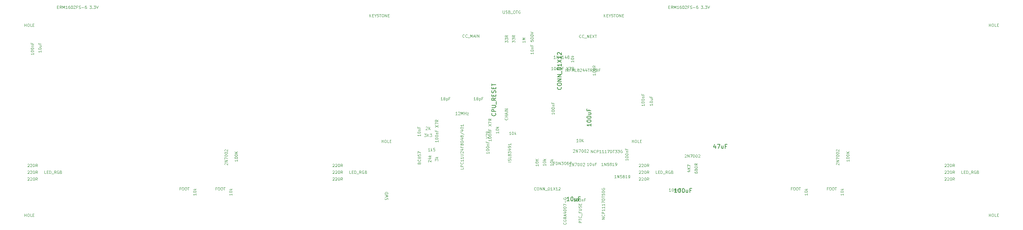
<source format=gbr>
G04 #@! TF.FileFunction,Other,Fab,Top*
%FSLAX46Y46*%
G04 Gerber Fmt 4.6, Leading zero omitted, Abs format (unit mm)*
G04 Created by KiCad (PCBNEW 4.0.1-stable) date Thu 16 Jun 2016 07:21:35 PM CEST*
%MOMM*%
G01*
G04 APERTURE LIST*
%ADD10C,0.100000*%
%ADD11C,0.150000*%
G04 APERTURE END LIST*
D10*
X120042107Y-34129854D02*
X119342107Y-34129854D01*
X120008773Y-33829855D02*
X120042107Y-33729855D01*
X120042107Y-33563188D01*
X120008773Y-33496521D01*
X119975440Y-33463188D01*
X119908773Y-33429855D01*
X119842107Y-33429855D01*
X119775440Y-33463188D01*
X119742107Y-33496521D01*
X119708773Y-33563188D01*
X119675440Y-33696521D01*
X119642107Y-33763188D01*
X119608773Y-33796521D01*
X119542107Y-33829855D01*
X119475440Y-33829855D01*
X119408773Y-33796521D01*
X119375440Y-33763188D01*
X119342107Y-33696521D01*
X119342107Y-33529855D01*
X119375440Y-33429855D01*
X120042107Y-32796521D02*
X120042107Y-33129854D01*
X119342107Y-33129854D01*
X119642107Y-32463187D02*
X119608773Y-32529854D01*
X119575440Y-32563187D01*
X119508773Y-32596521D01*
X119475440Y-32596521D01*
X119408773Y-32563187D01*
X119375440Y-32529854D01*
X119342107Y-32463187D01*
X119342107Y-32329854D01*
X119375440Y-32263187D01*
X119408773Y-32229854D01*
X119475440Y-32196521D01*
X119508773Y-32196521D01*
X119575440Y-32229854D01*
X119608773Y-32263187D01*
X119642107Y-32329854D01*
X119642107Y-32463187D01*
X119675440Y-32529854D01*
X119708773Y-32563187D01*
X119775440Y-32596521D01*
X119908773Y-32596521D01*
X119975440Y-32563187D01*
X120008773Y-32529854D01*
X120042107Y-32463187D01*
X120042107Y-32329854D01*
X120008773Y-32263187D01*
X119975440Y-32229854D01*
X119908773Y-32196521D01*
X119775440Y-32196521D01*
X119708773Y-32229854D01*
X119675440Y-32263187D01*
X119642107Y-32329854D01*
X119342107Y-31963187D02*
X119342107Y-31529854D01*
X119608773Y-31763187D01*
X119608773Y-31663187D01*
X119642107Y-31596520D01*
X119675440Y-31563187D01*
X119742107Y-31529854D01*
X119908773Y-31529854D01*
X119975440Y-31563187D01*
X120008773Y-31596520D01*
X120042107Y-31663187D01*
X120042107Y-31863187D01*
X120008773Y-31929854D01*
X119975440Y-31963187D01*
X119575440Y-30929853D02*
X120042107Y-30929853D01*
X119308773Y-31096520D02*
X119808773Y-31263187D01*
X119808773Y-30829853D01*
X120042107Y-30529853D02*
X120042107Y-30396520D01*
X120008773Y-30329853D01*
X119975440Y-30296520D01*
X119875440Y-30229853D01*
X119742107Y-30196520D01*
X119475440Y-30196520D01*
X119408773Y-30229853D01*
X119375440Y-30263186D01*
X119342107Y-30329853D01*
X119342107Y-30463186D01*
X119375440Y-30529853D01*
X119408773Y-30563186D01*
X119475440Y-30596520D01*
X119642107Y-30596520D01*
X119708773Y-30563186D01*
X119742107Y-30529853D01*
X119775440Y-30463186D01*
X119775440Y-30329853D01*
X119742107Y-30263186D01*
X119708773Y-30229853D01*
X119642107Y-30196520D01*
X120042107Y-29529853D02*
X120042107Y-29929853D01*
X120042107Y-29729853D02*
X119342107Y-29729853D01*
X119442107Y-29796519D01*
X119508773Y-29863186D01*
X119542107Y-29929853D01*
X130546453Y-11147227D02*
X130146453Y-11147227D01*
X130346453Y-11147227D02*
X130346453Y-10447227D01*
X130279787Y-10547227D01*
X130213120Y-10613893D01*
X130146453Y-10647227D01*
X130979787Y-10447227D02*
X131046454Y-10447227D01*
X131113120Y-10480560D01*
X131146454Y-10513893D01*
X131179787Y-10580560D01*
X131213120Y-10713893D01*
X131213120Y-10880560D01*
X131179787Y-11013893D01*
X131146454Y-11080560D01*
X131113120Y-11113893D01*
X131046454Y-11147227D01*
X130979787Y-11147227D01*
X130913120Y-11113893D01*
X130879787Y-11080560D01*
X130846454Y-11013893D01*
X130813120Y-10880560D01*
X130813120Y-10713893D01*
X130846454Y-10580560D01*
X130879787Y-10513893D01*
X130913120Y-10480560D01*
X130979787Y-10447227D01*
X131646454Y-10447227D02*
X131713121Y-10447227D01*
X131779787Y-10480560D01*
X131813121Y-10513893D01*
X131846454Y-10580560D01*
X131879787Y-10713893D01*
X131879787Y-10880560D01*
X131846454Y-11013893D01*
X131813121Y-11080560D01*
X131779787Y-11113893D01*
X131713121Y-11147227D01*
X131646454Y-11147227D01*
X131579787Y-11113893D01*
X131546454Y-11080560D01*
X131513121Y-11013893D01*
X131479787Y-10880560D01*
X131479787Y-10713893D01*
X131513121Y-10580560D01*
X131546454Y-10513893D01*
X131579787Y-10480560D01*
X131646454Y-10447227D01*
X132179788Y-10680560D02*
X132179788Y-11147227D01*
X132179788Y-10747227D02*
X132213121Y-10713893D01*
X132279788Y-10680560D01*
X132379788Y-10680560D01*
X132446454Y-10713893D01*
X132479788Y-10780560D01*
X132479788Y-11147227D01*
X133046454Y-10780560D02*
X132813121Y-10780560D01*
X132813121Y-11147227D02*
X132813121Y-10447227D01*
X133146454Y-10447227D01*
X133879787Y-10447227D02*
X134346454Y-11147227D01*
X134346454Y-10447227D02*
X133879787Y-11147227D01*
X134546454Y-10447227D02*
X135013121Y-10447227D01*
X134713121Y-11147227D01*
X135679788Y-11147227D02*
X135446454Y-10813893D01*
X135279788Y-11147227D02*
X135279788Y-10447227D01*
X135546454Y-10447227D01*
X135613121Y-10480560D01*
X135646454Y-10513893D01*
X135679788Y-10580560D01*
X135679788Y-10680560D01*
X135646454Y-10747227D01*
X135613121Y-10780560D01*
X135546454Y-10813893D01*
X135279788Y-10813893D01*
D11*
X171085974Y-30108234D02*
X171085974Y-30774901D01*
X170847878Y-29727282D02*
X170609783Y-30441568D01*
X171228831Y-30441568D01*
X171514545Y-29774901D02*
X172181212Y-29774901D01*
X171752640Y-30774901D01*
X172990736Y-30108234D02*
X172990736Y-30774901D01*
X172562164Y-30108234D02*
X172562164Y-30632044D01*
X172609783Y-30727282D01*
X172705021Y-30774901D01*
X172847879Y-30774901D01*
X172943117Y-30727282D01*
X172990736Y-30679663D01*
X173800260Y-30251091D02*
X173466926Y-30251091D01*
X173466926Y-30774901D02*
X173466926Y-29774901D01*
X173943117Y-29774901D01*
D10*
X6970706Y4550880D02*
X7204039Y4550880D01*
X7304039Y4184213D02*
X6970706Y4184213D01*
X6970706Y4884213D01*
X7304039Y4884213D01*
X8004039Y4184213D02*
X7770705Y4517547D01*
X7604039Y4184213D02*
X7604039Y4884213D01*
X7870705Y4884213D01*
X7937372Y4850880D01*
X7970705Y4817547D01*
X8004039Y4750880D01*
X8004039Y4650880D01*
X7970705Y4584213D01*
X7937372Y4550880D01*
X7870705Y4517547D01*
X7604039Y4517547D01*
X8304039Y4184213D02*
X8304039Y4884213D01*
X8537372Y4384213D01*
X8770705Y4884213D01*
X8770705Y4184213D01*
X9470705Y4184213D02*
X9070705Y4184213D01*
X9270705Y4184213D02*
X9270705Y4884213D01*
X9204039Y4784213D01*
X9137372Y4717547D01*
X9070705Y4684213D01*
X10070706Y4884213D02*
X9937372Y4884213D01*
X9870706Y4850880D01*
X9837372Y4817547D01*
X9770706Y4717547D01*
X9737372Y4584213D01*
X9737372Y4317547D01*
X9770706Y4250880D01*
X9804039Y4217547D01*
X9870706Y4184213D01*
X10004039Y4184213D01*
X10070706Y4217547D01*
X10104039Y4250880D01*
X10137372Y4317547D01*
X10137372Y4484213D01*
X10104039Y4550880D01*
X10070706Y4584213D01*
X10004039Y4617547D01*
X9870706Y4617547D01*
X9804039Y4584213D01*
X9770706Y4550880D01*
X9737372Y4484213D01*
X10570706Y4884213D02*
X10637373Y4884213D01*
X10704039Y4850880D01*
X10737373Y4817547D01*
X10770706Y4750880D01*
X10804039Y4617547D01*
X10804039Y4450880D01*
X10770706Y4317547D01*
X10737373Y4250880D01*
X10704039Y4217547D01*
X10637373Y4184213D01*
X10570706Y4184213D01*
X10504039Y4217547D01*
X10470706Y4250880D01*
X10437373Y4317547D01*
X10404039Y4450880D01*
X10404039Y4617547D01*
X10437373Y4750880D01*
X10470706Y4817547D01*
X10504039Y4850880D01*
X10570706Y4884213D01*
X11070706Y4817547D02*
X11104040Y4850880D01*
X11170706Y4884213D01*
X11337373Y4884213D01*
X11404040Y4850880D01*
X11437373Y4817547D01*
X11470706Y4750880D01*
X11470706Y4684213D01*
X11437373Y4584213D01*
X11037373Y4184213D01*
X11470706Y4184213D01*
X12004040Y4550880D02*
X11770707Y4550880D01*
X11770707Y4184213D02*
X11770707Y4884213D01*
X12104040Y4884213D01*
X12337373Y4217547D02*
X12437373Y4184213D01*
X12604040Y4184213D01*
X12670707Y4217547D01*
X12704040Y4250880D01*
X12737373Y4317547D01*
X12737373Y4384213D01*
X12704040Y4450880D01*
X12670707Y4484213D01*
X12604040Y4517547D01*
X12470707Y4550880D01*
X12404040Y4584213D01*
X12370707Y4617547D01*
X12337373Y4684213D01*
X12337373Y4750880D01*
X12370707Y4817547D01*
X12404040Y4850880D01*
X12470707Y4884213D01*
X12637373Y4884213D01*
X12737373Y4850880D01*
X13037374Y4450880D02*
X13570707Y4450880D01*
X14204041Y4884213D02*
X14070707Y4884213D01*
X14004041Y4850880D01*
X13970707Y4817547D01*
X13904041Y4717547D01*
X13870707Y4584213D01*
X13870707Y4317547D01*
X13904041Y4250880D01*
X13937374Y4217547D01*
X14004041Y4184213D01*
X14137374Y4184213D01*
X14204041Y4217547D01*
X14237374Y4250880D01*
X14270707Y4317547D01*
X14270707Y4484213D01*
X14237374Y4550880D01*
X14204041Y4584213D01*
X14137374Y4617547D01*
X14004041Y4617547D01*
X13937374Y4584213D01*
X13904041Y4550880D01*
X13870707Y4484213D01*
X15037374Y4884213D02*
X15470707Y4884213D01*
X15237374Y4617547D01*
X15337374Y4617547D01*
X15404041Y4584213D01*
X15437374Y4550880D01*
X15470707Y4484213D01*
X15470707Y4317547D01*
X15437374Y4250880D01*
X15404041Y4217547D01*
X15337374Y4184213D01*
X15137374Y4184213D01*
X15070707Y4217547D01*
X15037374Y4250880D01*
X15770708Y4250880D02*
X15804041Y4217547D01*
X15770708Y4184213D01*
X15737374Y4217547D01*
X15770708Y4250880D01*
X15770708Y4184213D01*
X16037374Y4884213D02*
X16470707Y4884213D01*
X16237374Y4617547D01*
X16337374Y4617547D01*
X16404041Y4584213D01*
X16437374Y4550880D01*
X16470707Y4484213D01*
X16470707Y4317547D01*
X16437374Y4250880D01*
X16404041Y4217547D01*
X16337374Y4184213D01*
X16137374Y4184213D01*
X16070707Y4217547D01*
X16037374Y4250880D01*
X16670708Y4884213D02*
X16904041Y4184213D01*
X17137374Y4884213D01*
D11*
X161434021Y-41798501D02*
X160862592Y-41798501D01*
X161148306Y-41798501D02*
X161148306Y-40798501D01*
X161053068Y-40941358D01*
X160957830Y-41036596D01*
X160862592Y-41084215D01*
X162053068Y-40798501D02*
X162148307Y-40798501D01*
X162243545Y-40846120D01*
X162291164Y-40893739D01*
X162338783Y-40988977D01*
X162386402Y-41179453D01*
X162386402Y-41417549D01*
X162338783Y-41608025D01*
X162291164Y-41703263D01*
X162243545Y-41750882D01*
X162148307Y-41798501D01*
X162053068Y-41798501D01*
X161957830Y-41750882D01*
X161910211Y-41703263D01*
X161862592Y-41608025D01*
X161814973Y-41417549D01*
X161814973Y-41179453D01*
X161862592Y-40988977D01*
X161910211Y-40893739D01*
X161957830Y-40846120D01*
X162053068Y-40798501D01*
X163005449Y-40798501D02*
X163100688Y-40798501D01*
X163195926Y-40846120D01*
X163243545Y-40893739D01*
X163291164Y-40988977D01*
X163338783Y-41179453D01*
X163338783Y-41417549D01*
X163291164Y-41608025D01*
X163243545Y-41703263D01*
X163195926Y-41750882D01*
X163100688Y-41798501D01*
X163005449Y-41798501D01*
X162910211Y-41750882D01*
X162862592Y-41703263D01*
X162814973Y-41608025D01*
X162767354Y-41417549D01*
X162767354Y-41179453D01*
X162814973Y-40988977D01*
X162862592Y-40893739D01*
X162910211Y-40846120D01*
X163005449Y-40798501D01*
X164195926Y-41131834D02*
X164195926Y-41798501D01*
X163767354Y-41131834D02*
X163767354Y-41655644D01*
X163814973Y-41750882D01*
X163910211Y-41798501D01*
X164053069Y-41798501D01*
X164148307Y-41750882D01*
X164195926Y-41703263D01*
X165005450Y-41274691D02*
X164672116Y-41274691D01*
X164672116Y-41798501D02*
X164672116Y-40798501D01*
X165148307Y-40798501D01*
D10*
X108180307Y-35589988D02*
X108180307Y-35923321D01*
X107480307Y-35923321D01*
X108180307Y-35356654D02*
X107480307Y-35356654D01*
X107480307Y-35089988D01*
X107513640Y-35023321D01*
X107546973Y-34989988D01*
X107613640Y-34956654D01*
X107713640Y-34956654D01*
X107780307Y-34989988D01*
X107813640Y-35023321D01*
X107846973Y-35089988D01*
X107846973Y-35356654D01*
X108113640Y-34256654D02*
X108146973Y-34289988D01*
X108180307Y-34389988D01*
X108180307Y-34456654D01*
X108146973Y-34556654D01*
X108080307Y-34623321D01*
X108013640Y-34656654D01*
X107880307Y-34689988D01*
X107780307Y-34689988D01*
X107646973Y-34656654D01*
X107580307Y-34623321D01*
X107513640Y-34556654D01*
X107480307Y-34456654D01*
X107480307Y-34389988D01*
X107513640Y-34289988D01*
X107546973Y-34256654D01*
X108180307Y-33589988D02*
X108180307Y-33989988D01*
X108180307Y-33789988D02*
X107480307Y-33789988D01*
X107580307Y-33856654D01*
X107646973Y-33923321D01*
X107680307Y-33989988D01*
X108180307Y-32923321D02*
X108180307Y-33323321D01*
X108180307Y-33123321D02*
X107480307Y-33123321D01*
X107580307Y-33189987D01*
X107646973Y-33256654D01*
X107680307Y-33323321D01*
X107480307Y-32623320D02*
X108046973Y-32623320D01*
X108113640Y-32589987D01*
X108146973Y-32556654D01*
X108180307Y-32489987D01*
X108180307Y-32356654D01*
X108146973Y-32289987D01*
X108113640Y-32256654D01*
X108046973Y-32223320D01*
X107480307Y-32223320D01*
X107546973Y-31923321D02*
X107513640Y-31889987D01*
X107480307Y-31823321D01*
X107480307Y-31656654D01*
X107513640Y-31589987D01*
X107546973Y-31556654D01*
X107613640Y-31523321D01*
X107680307Y-31523321D01*
X107780307Y-31556654D01*
X108180307Y-31956654D01*
X108180307Y-31523321D01*
X107713640Y-30923320D02*
X108180307Y-30923320D01*
X107446973Y-31089987D02*
X107946973Y-31256654D01*
X107946973Y-30823320D01*
X107813640Y-30323320D02*
X107813640Y-30556653D01*
X108180307Y-30556653D02*
X107480307Y-30556653D01*
X107480307Y-30223320D01*
X107813640Y-29723320D02*
X107846973Y-29623320D01*
X107880307Y-29589987D01*
X107946973Y-29556653D01*
X108046973Y-29556653D01*
X108113640Y-29589987D01*
X108146973Y-29623320D01*
X108180307Y-29689987D01*
X108180307Y-29956653D01*
X107480307Y-29956653D01*
X107480307Y-29723320D01*
X107513640Y-29656653D01*
X107546973Y-29623320D01*
X107613640Y-29589987D01*
X107680307Y-29589987D01*
X107746973Y-29623320D01*
X107780307Y-29656653D01*
X107813640Y-29723320D01*
X107813640Y-29956653D01*
X108180307Y-29256653D02*
X107480307Y-29256653D01*
X107480307Y-29089987D01*
X107513640Y-28989987D01*
X107580307Y-28923320D01*
X107646973Y-28889987D01*
X107780307Y-28856653D01*
X107880307Y-28856653D01*
X108013640Y-28889987D01*
X108080307Y-28923320D01*
X108146973Y-28989987D01*
X108180307Y-29089987D01*
X108180307Y-29256653D01*
X107713640Y-28256653D02*
X108180307Y-28256653D01*
X107446973Y-28423320D02*
X107946973Y-28589987D01*
X107946973Y-28156653D01*
X107780307Y-27789986D02*
X107746973Y-27856653D01*
X107713640Y-27889986D01*
X107646973Y-27923320D01*
X107613640Y-27923320D01*
X107546973Y-27889986D01*
X107513640Y-27856653D01*
X107480307Y-27789986D01*
X107480307Y-27656653D01*
X107513640Y-27589986D01*
X107546973Y-27556653D01*
X107613640Y-27523320D01*
X107646973Y-27523320D01*
X107713640Y-27556653D01*
X107746973Y-27589986D01*
X107780307Y-27656653D01*
X107780307Y-27789986D01*
X107813640Y-27856653D01*
X107846973Y-27889986D01*
X107913640Y-27923320D01*
X108046973Y-27923320D01*
X108113640Y-27889986D01*
X108146973Y-27856653D01*
X108180307Y-27789986D01*
X108180307Y-27656653D01*
X108146973Y-27589986D01*
X108113640Y-27556653D01*
X108046973Y-27523320D01*
X107913640Y-27523320D01*
X107846973Y-27556653D01*
X107813640Y-27589986D01*
X107780307Y-27656653D01*
X107446973Y-26723319D02*
X108346973Y-27323319D01*
X107713640Y-26189986D02*
X108180307Y-26189986D01*
X107446973Y-26356653D02*
X107946973Y-26523320D01*
X107946973Y-26089986D01*
X107480307Y-25689986D02*
X107480307Y-25623319D01*
X107513640Y-25556653D01*
X107546973Y-25523319D01*
X107613640Y-25489986D01*
X107746973Y-25456653D01*
X107913640Y-25456653D01*
X108046973Y-25489986D01*
X108113640Y-25523319D01*
X108146973Y-25556653D01*
X108180307Y-25623319D01*
X108180307Y-25689986D01*
X108146973Y-25756653D01*
X108113640Y-25789986D01*
X108046973Y-25823319D01*
X107913640Y-25856653D01*
X107746973Y-25856653D01*
X107613640Y-25823319D01*
X107546973Y-25789986D01*
X107513640Y-25756653D01*
X107480307Y-25689986D01*
X108180307Y-24789986D02*
X108180307Y-25189986D01*
X108180307Y-24989986D02*
X107480307Y-24989986D01*
X107580307Y-25056652D01*
X107646973Y-25123319D01*
X107680307Y-25189986D01*
X146305139Y-38170287D02*
X145905139Y-38170287D01*
X146105139Y-38170287D02*
X146105139Y-37470287D01*
X146038473Y-37570287D01*
X145971806Y-37636953D01*
X145905139Y-37670287D01*
X146605140Y-38170287D02*
X146605140Y-37470287D01*
X147005140Y-38170287D01*
X147005140Y-37470287D01*
X147671806Y-37470287D02*
X147338473Y-37470287D01*
X147305139Y-37803620D01*
X147338473Y-37770287D01*
X147405139Y-37736953D01*
X147571806Y-37736953D01*
X147638473Y-37770287D01*
X147671806Y-37803620D01*
X147705139Y-37870287D01*
X147705139Y-38036953D01*
X147671806Y-38103620D01*
X147638473Y-38136953D01*
X147571806Y-38170287D01*
X147405139Y-38170287D01*
X147338473Y-38136953D01*
X147305139Y-38103620D01*
X148105140Y-37770287D02*
X148038473Y-37736953D01*
X148005140Y-37703620D01*
X147971806Y-37636953D01*
X147971806Y-37603620D01*
X148005140Y-37536953D01*
X148038473Y-37503620D01*
X148105140Y-37470287D01*
X148238473Y-37470287D01*
X148305140Y-37503620D01*
X148338473Y-37536953D01*
X148371806Y-37603620D01*
X148371806Y-37636953D01*
X148338473Y-37703620D01*
X148305140Y-37736953D01*
X148238473Y-37770287D01*
X148105140Y-37770287D01*
X148038473Y-37803620D01*
X148005140Y-37836953D01*
X147971806Y-37903620D01*
X147971806Y-38036953D01*
X148005140Y-38103620D01*
X148038473Y-38136953D01*
X148105140Y-38170287D01*
X148238473Y-38170287D01*
X148305140Y-38136953D01*
X148338473Y-38103620D01*
X148371806Y-38036953D01*
X148371806Y-37903620D01*
X148338473Y-37836953D01*
X148305140Y-37803620D01*
X148238473Y-37770287D01*
X149038473Y-38170287D02*
X148638473Y-38170287D01*
X148838473Y-38170287D02*
X148838473Y-37470287D01*
X148771807Y-37570287D01*
X148705140Y-37636953D01*
X148638473Y-37670287D01*
X149371807Y-38170287D02*
X149505140Y-38170287D01*
X149571807Y-38136953D01*
X149605140Y-38103620D01*
X149671807Y-38003620D01*
X149705140Y-37870287D01*
X149705140Y-37603620D01*
X149671807Y-37536953D01*
X149638474Y-37503620D01*
X149571807Y-37470287D01*
X149438474Y-37470287D01*
X149371807Y-37503620D01*
X149338474Y-37536953D01*
X149305140Y-37603620D01*
X149305140Y-37770287D01*
X149338474Y-37836953D01*
X149371807Y-37870287D01*
X149438474Y-37903620D01*
X149571807Y-37903620D01*
X149638474Y-37870287D01*
X149671807Y-37836953D01*
X149705140Y-37770287D01*
X97193900Y-34434300D02*
X97227233Y-34334300D01*
X97260567Y-34300967D01*
X97327233Y-34267633D01*
X97427233Y-34267633D01*
X97493900Y-34300967D01*
X97527233Y-34334300D01*
X97560567Y-34400967D01*
X97560567Y-34667633D01*
X96860567Y-34667633D01*
X96860567Y-34434300D01*
X96893900Y-34367633D01*
X96927233Y-34334300D01*
X96993900Y-34300967D01*
X97060567Y-34300967D01*
X97127233Y-34334300D01*
X97160567Y-34367633D01*
X97193900Y-34434300D01*
X97193900Y-34667633D01*
X97493900Y-33567633D02*
X97527233Y-33600967D01*
X97560567Y-33700967D01*
X97560567Y-33767633D01*
X97527233Y-33867633D01*
X97460567Y-33934300D01*
X97393900Y-33967633D01*
X97260567Y-34000967D01*
X97160567Y-34000967D01*
X97027233Y-33967633D01*
X96960567Y-33934300D01*
X96893900Y-33867633D01*
X96860567Y-33767633D01*
X96860567Y-33700967D01*
X96893900Y-33600967D01*
X96927233Y-33567633D01*
X97160567Y-33167633D02*
X97127233Y-33234300D01*
X97093900Y-33267633D01*
X97027233Y-33300967D01*
X96993900Y-33300967D01*
X96927233Y-33267633D01*
X96893900Y-33234300D01*
X96860567Y-33167633D01*
X96860567Y-33034300D01*
X96893900Y-32967633D01*
X96927233Y-32934300D01*
X96993900Y-32900967D01*
X97027233Y-32900967D01*
X97093900Y-32934300D01*
X97127233Y-32967633D01*
X97160567Y-33034300D01*
X97160567Y-33167633D01*
X97193900Y-33234300D01*
X97227233Y-33267633D01*
X97293900Y-33300967D01*
X97427233Y-33300967D01*
X97493900Y-33267633D01*
X97527233Y-33234300D01*
X97560567Y-33167633D01*
X97560567Y-33034300D01*
X97527233Y-32967633D01*
X97493900Y-32934300D01*
X97427233Y-32900967D01*
X97293900Y-32900967D01*
X97227233Y-32934300D01*
X97193900Y-32967633D01*
X97160567Y-33034300D01*
X96860567Y-32267633D02*
X96860567Y-32600966D01*
X97193900Y-32634300D01*
X97160567Y-32600966D01*
X97127233Y-32534300D01*
X97127233Y-32367633D01*
X97160567Y-32300966D01*
X97193900Y-32267633D01*
X97260567Y-32234300D01*
X97427233Y-32234300D01*
X97493900Y-32267633D01*
X97527233Y-32300966D01*
X97560567Y-32367633D01*
X97560567Y-32534300D01*
X97527233Y-32600966D01*
X97493900Y-32634300D01*
X96860567Y-32000966D02*
X96860567Y-31534299D01*
X97560567Y-31834299D01*
X139463080Y-35074027D02*
X139063080Y-35074027D01*
X139263080Y-35074027D02*
X139263080Y-34374027D01*
X139196414Y-34474027D01*
X139129747Y-34540693D01*
X139063080Y-34574027D01*
X139896414Y-34374027D02*
X139963081Y-34374027D01*
X140029747Y-34407360D01*
X140063081Y-34440693D01*
X140096414Y-34507360D01*
X140129747Y-34640693D01*
X140129747Y-34807360D01*
X140096414Y-34940693D01*
X140063081Y-35007360D01*
X140029747Y-35040693D01*
X139963081Y-35074027D01*
X139896414Y-35074027D01*
X139829747Y-35040693D01*
X139796414Y-35007360D01*
X139763081Y-34940693D01*
X139729747Y-34807360D01*
X139729747Y-34640693D01*
X139763081Y-34507360D01*
X139796414Y-34440693D01*
X139829747Y-34407360D01*
X139896414Y-34374027D01*
X140729748Y-34607360D02*
X140729748Y-35074027D01*
X140429748Y-34607360D02*
X140429748Y-34974027D01*
X140463081Y-35040693D01*
X140529748Y-35074027D01*
X140629748Y-35074027D01*
X140696414Y-35040693D01*
X140729748Y-35007360D01*
X141296414Y-34707360D02*
X141063081Y-34707360D01*
X141063081Y-35074027D02*
X141063081Y-34374027D01*
X141396414Y-34374027D01*
X136079206Y-43989427D02*
X135679206Y-43989427D01*
X135879206Y-43989427D02*
X135879206Y-43289427D01*
X135812540Y-43389427D01*
X135745873Y-43456093D01*
X135679206Y-43489427D01*
X136512540Y-43289427D02*
X136579207Y-43289427D01*
X136645873Y-43322760D01*
X136679207Y-43356093D01*
X136712540Y-43422760D01*
X136745873Y-43556093D01*
X136745873Y-43722760D01*
X136712540Y-43856093D01*
X136679207Y-43922760D01*
X136645873Y-43956093D01*
X136579207Y-43989427D01*
X136512540Y-43989427D01*
X136445873Y-43956093D01*
X136412540Y-43922760D01*
X136379207Y-43856093D01*
X136345873Y-43722760D01*
X136345873Y-43556093D01*
X136379207Y-43422760D01*
X136412540Y-43356093D01*
X136445873Y-43322760D01*
X136512540Y-43289427D01*
X137179207Y-43289427D02*
X137245874Y-43289427D01*
X137312540Y-43322760D01*
X137345874Y-43356093D01*
X137379207Y-43422760D01*
X137412540Y-43556093D01*
X137412540Y-43722760D01*
X137379207Y-43856093D01*
X137345874Y-43922760D01*
X137312540Y-43956093D01*
X137245874Y-43989427D01*
X137179207Y-43989427D01*
X137112540Y-43956093D01*
X137079207Y-43922760D01*
X137045874Y-43856093D01*
X137012540Y-43722760D01*
X137012540Y-43556093D01*
X137045874Y-43422760D01*
X137079207Y-43356093D01*
X137112540Y-43322760D01*
X137179207Y-43289427D01*
X137712541Y-43522760D02*
X137712541Y-43989427D01*
X137712541Y-43589427D02*
X137745874Y-43556093D01*
X137812541Y-43522760D01*
X137912541Y-43522760D01*
X137979207Y-43556093D01*
X138012541Y-43622760D01*
X138012541Y-43989427D01*
X138579207Y-43622760D02*
X138345874Y-43622760D01*
X138345874Y-43989427D02*
X138345874Y-43289427D01*
X138679207Y-43289427D01*
X159891706Y-41484987D02*
X159491706Y-41484987D01*
X159691706Y-41484987D02*
X159691706Y-40784987D01*
X159625040Y-40884987D01*
X159558373Y-40951653D01*
X159491706Y-40984987D01*
X160325040Y-40784987D02*
X160391707Y-40784987D01*
X160458373Y-40818320D01*
X160491707Y-40851653D01*
X160525040Y-40918320D01*
X160558373Y-41051653D01*
X160558373Y-41218320D01*
X160525040Y-41351653D01*
X160491707Y-41418320D01*
X160458373Y-41451653D01*
X160391707Y-41484987D01*
X160325040Y-41484987D01*
X160258373Y-41451653D01*
X160225040Y-41418320D01*
X160191707Y-41351653D01*
X160158373Y-41218320D01*
X160158373Y-41051653D01*
X160191707Y-40918320D01*
X160225040Y-40851653D01*
X160258373Y-40818320D01*
X160325040Y-40784987D01*
X160991707Y-40784987D02*
X161058374Y-40784987D01*
X161125040Y-40818320D01*
X161158374Y-40851653D01*
X161191707Y-40918320D01*
X161225040Y-41051653D01*
X161225040Y-41218320D01*
X161191707Y-41351653D01*
X161158374Y-41418320D01*
X161125040Y-41451653D01*
X161058374Y-41484987D01*
X160991707Y-41484987D01*
X160925040Y-41451653D01*
X160891707Y-41418320D01*
X160858374Y-41351653D01*
X160825040Y-41218320D01*
X160825040Y-41051653D01*
X160858374Y-40918320D01*
X160891707Y-40851653D01*
X160925040Y-40818320D01*
X160991707Y-40784987D01*
X161525041Y-41018320D02*
X161525041Y-41484987D01*
X161525041Y-41084987D02*
X161558374Y-41051653D01*
X161625041Y-41018320D01*
X161725041Y-41018320D01*
X161791707Y-41051653D01*
X161825041Y-41118320D01*
X161825041Y-41484987D01*
X162391707Y-41118320D02*
X162158374Y-41118320D01*
X162158374Y-41484987D02*
X162158374Y-40784987D01*
X162491707Y-40784987D01*
X149287667Y-33366734D02*
X149287667Y-33766734D01*
X149287667Y-33566734D02*
X148587667Y-33566734D01*
X148687667Y-33633400D01*
X148754333Y-33700067D01*
X148787667Y-33766734D01*
X148587667Y-32933400D02*
X148587667Y-32866733D01*
X148621000Y-32800067D01*
X148654333Y-32766733D01*
X148721000Y-32733400D01*
X148854333Y-32700067D01*
X149021000Y-32700067D01*
X149154333Y-32733400D01*
X149221000Y-32766733D01*
X149254333Y-32800067D01*
X149287667Y-32866733D01*
X149287667Y-32933400D01*
X149254333Y-33000067D01*
X149221000Y-33033400D01*
X149154333Y-33066733D01*
X149021000Y-33100067D01*
X148854333Y-33100067D01*
X148721000Y-33066733D01*
X148654333Y-33033400D01*
X148621000Y-33000067D01*
X148587667Y-32933400D01*
X148587667Y-32266733D02*
X148587667Y-32200066D01*
X148621000Y-32133400D01*
X148654333Y-32100066D01*
X148721000Y-32066733D01*
X148854333Y-32033400D01*
X149021000Y-32033400D01*
X149154333Y-32066733D01*
X149221000Y-32100066D01*
X149254333Y-32133400D01*
X149287667Y-32200066D01*
X149287667Y-32266733D01*
X149254333Y-32333400D01*
X149221000Y-32366733D01*
X149154333Y-32400066D01*
X149021000Y-32433400D01*
X148854333Y-32433400D01*
X148721000Y-32400066D01*
X148654333Y-32366733D01*
X148621000Y-32333400D01*
X148587667Y-32266733D01*
X148821000Y-31733399D02*
X149287667Y-31733399D01*
X148887667Y-31733399D02*
X148854333Y-31700066D01*
X148821000Y-31633399D01*
X148821000Y-31533399D01*
X148854333Y-31466733D01*
X148921000Y-31433399D01*
X149287667Y-31433399D01*
X148921000Y-30866733D02*
X148921000Y-31100066D01*
X149287667Y-31100066D02*
X148587667Y-31100066D01*
X148587667Y-30766733D01*
X130898067Y-21860534D02*
X130898067Y-22260534D01*
X130898067Y-22060534D02*
X130198067Y-22060534D01*
X130298067Y-22127200D01*
X130364733Y-22193867D01*
X130398067Y-22260534D01*
X130198067Y-21427200D02*
X130198067Y-21360533D01*
X130231400Y-21293867D01*
X130264733Y-21260533D01*
X130331400Y-21227200D01*
X130464733Y-21193867D01*
X130631400Y-21193867D01*
X130764733Y-21227200D01*
X130831400Y-21260533D01*
X130864733Y-21293867D01*
X130898067Y-21360533D01*
X130898067Y-21427200D01*
X130864733Y-21493867D01*
X130831400Y-21527200D01*
X130764733Y-21560533D01*
X130631400Y-21593867D01*
X130464733Y-21593867D01*
X130331400Y-21560533D01*
X130264733Y-21527200D01*
X130231400Y-21493867D01*
X130198067Y-21427200D01*
X130198067Y-20760533D02*
X130198067Y-20693866D01*
X130231400Y-20627200D01*
X130264733Y-20593866D01*
X130331400Y-20560533D01*
X130464733Y-20527200D01*
X130631400Y-20527200D01*
X130764733Y-20560533D01*
X130831400Y-20593866D01*
X130864733Y-20627200D01*
X130898067Y-20693866D01*
X130898067Y-20760533D01*
X130864733Y-20827200D01*
X130831400Y-20860533D01*
X130764733Y-20893866D01*
X130631400Y-20927200D01*
X130464733Y-20927200D01*
X130331400Y-20893866D01*
X130264733Y-20860533D01*
X130231400Y-20827200D01*
X130198067Y-20760533D01*
X130431400Y-20227199D02*
X130898067Y-20227199D01*
X130498067Y-20227199D02*
X130464733Y-20193866D01*
X130431400Y-20127199D01*
X130431400Y-20027199D01*
X130464733Y-19960533D01*
X130531400Y-19927199D01*
X130898067Y-19927199D01*
X130531400Y-19360533D02*
X130531400Y-19593866D01*
X130898067Y-19593866D02*
X130198067Y-19593866D01*
X130198067Y-19260533D01*
X111203040Y-18701187D02*
X110803040Y-18701187D01*
X111003040Y-18701187D02*
X111003040Y-18001187D01*
X110936374Y-18101187D01*
X110869707Y-18167853D01*
X110803040Y-18201187D01*
X111603041Y-18301187D02*
X111536374Y-18267853D01*
X111503041Y-18234520D01*
X111469707Y-18167853D01*
X111469707Y-18134520D01*
X111503041Y-18067853D01*
X111536374Y-18034520D01*
X111603041Y-18001187D01*
X111736374Y-18001187D01*
X111803041Y-18034520D01*
X111836374Y-18067853D01*
X111869707Y-18134520D01*
X111869707Y-18167853D01*
X111836374Y-18234520D01*
X111803041Y-18267853D01*
X111736374Y-18301187D01*
X111603041Y-18301187D01*
X111536374Y-18334520D01*
X111503041Y-18367853D01*
X111469707Y-18434520D01*
X111469707Y-18567853D01*
X111503041Y-18634520D01*
X111536374Y-18667853D01*
X111603041Y-18701187D01*
X111736374Y-18701187D01*
X111803041Y-18667853D01*
X111836374Y-18634520D01*
X111869707Y-18567853D01*
X111869707Y-18434520D01*
X111836374Y-18367853D01*
X111803041Y-18334520D01*
X111736374Y-18301187D01*
X112169708Y-18234520D02*
X112169708Y-18934520D01*
X112169708Y-18267853D02*
X112236374Y-18234520D01*
X112369708Y-18234520D01*
X112436374Y-18267853D01*
X112469708Y-18301187D01*
X112503041Y-18367853D01*
X112503041Y-18567853D01*
X112469708Y-18634520D01*
X112436374Y-18667853D01*
X112369708Y-18701187D01*
X112236374Y-18701187D01*
X112169708Y-18667853D01*
X113036374Y-18334520D02*
X112803041Y-18334520D01*
X112803041Y-18701187D02*
X112803041Y-18001187D01*
X113136374Y-18001187D01*
X102993760Y-18701187D02*
X102593760Y-18701187D01*
X102793760Y-18701187D02*
X102793760Y-18001187D01*
X102727094Y-18101187D01*
X102660427Y-18167853D01*
X102593760Y-18201187D01*
X103393761Y-18301187D02*
X103327094Y-18267853D01*
X103293761Y-18234520D01*
X103260427Y-18167853D01*
X103260427Y-18134520D01*
X103293761Y-18067853D01*
X103327094Y-18034520D01*
X103393761Y-18001187D01*
X103527094Y-18001187D01*
X103593761Y-18034520D01*
X103627094Y-18067853D01*
X103660427Y-18134520D01*
X103660427Y-18167853D01*
X103627094Y-18234520D01*
X103593761Y-18267853D01*
X103527094Y-18301187D01*
X103393761Y-18301187D01*
X103327094Y-18334520D01*
X103293761Y-18367853D01*
X103260427Y-18434520D01*
X103260427Y-18567853D01*
X103293761Y-18634520D01*
X103327094Y-18667853D01*
X103393761Y-18701187D01*
X103527094Y-18701187D01*
X103593761Y-18667853D01*
X103627094Y-18634520D01*
X103660427Y-18567853D01*
X103660427Y-18434520D01*
X103627094Y-18367853D01*
X103593761Y-18334520D01*
X103527094Y-18301187D01*
X103960428Y-18234520D02*
X103960428Y-18934520D01*
X103960428Y-18267853D02*
X104027094Y-18234520D01*
X104160428Y-18234520D01*
X104227094Y-18267853D01*
X104260428Y-18301187D01*
X104293761Y-18367853D01*
X104293761Y-18567853D01*
X104260428Y-18634520D01*
X104227094Y-18667853D01*
X104160428Y-18701187D01*
X104027094Y-18701187D01*
X103960428Y-18667853D01*
X104827094Y-18334520D02*
X104593761Y-18334520D01*
X104593761Y-18701187D02*
X104593761Y-18001187D01*
X104927094Y-18001187D01*
X101896347Y-28777587D02*
X101896347Y-29177587D01*
X101896347Y-28977587D02*
X101196347Y-28977587D01*
X101296347Y-29044253D01*
X101363013Y-29110920D01*
X101396347Y-29177587D01*
X101196347Y-28344253D02*
X101196347Y-28277586D01*
X101229680Y-28210920D01*
X101263013Y-28177586D01*
X101329680Y-28144253D01*
X101463013Y-28110920D01*
X101629680Y-28110920D01*
X101763013Y-28144253D01*
X101829680Y-28177586D01*
X101863013Y-28210920D01*
X101896347Y-28277586D01*
X101896347Y-28344253D01*
X101863013Y-28410920D01*
X101829680Y-28444253D01*
X101763013Y-28477586D01*
X101629680Y-28510920D01*
X101463013Y-28510920D01*
X101329680Y-28477586D01*
X101263013Y-28444253D01*
X101229680Y-28410920D01*
X101196347Y-28344253D01*
X101196347Y-27677586D02*
X101196347Y-27610919D01*
X101229680Y-27544253D01*
X101263013Y-27510919D01*
X101329680Y-27477586D01*
X101463013Y-27444253D01*
X101629680Y-27444253D01*
X101763013Y-27477586D01*
X101829680Y-27510919D01*
X101863013Y-27544253D01*
X101896347Y-27610919D01*
X101896347Y-27677586D01*
X101863013Y-27744253D01*
X101829680Y-27777586D01*
X101763013Y-27810919D01*
X101629680Y-27844253D01*
X101463013Y-27844253D01*
X101329680Y-27810919D01*
X101263013Y-27777586D01*
X101229680Y-27744253D01*
X101196347Y-27677586D01*
X101429680Y-27144252D02*
X101896347Y-27144252D01*
X101496347Y-27144252D02*
X101463013Y-27110919D01*
X101429680Y-27044252D01*
X101429680Y-26944252D01*
X101463013Y-26877586D01*
X101529680Y-26844252D01*
X101896347Y-26844252D01*
X101529680Y-26277586D02*
X101529680Y-26510919D01*
X101896347Y-26510919D02*
X101196347Y-26510919D01*
X101196347Y-26177586D01*
X101196347Y-25444253D02*
X101896347Y-24977586D01*
X101196347Y-24977586D02*
X101896347Y-25444253D01*
X101196347Y-24777586D02*
X101196347Y-24310919D01*
X101896347Y-24610919D01*
X101896347Y-23644252D02*
X101563013Y-23877586D01*
X101896347Y-24044252D02*
X101196347Y-24044252D01*
X101196347Y-23777586D01*
X101229680Y-23710919D01*
X101263013Y-23677586D01*
X101329680Y-23644252D01*
X101429680Y-23644252D01*
X101496347Y-23677586D01*
X101529680Y-23710919D01*
X101563013Y-23777586D01*
X101563013Y-24044252D01*
X114593807Y-31635087D02*
X114593807Y-32035087D01*
X114593807Y-31835087D02*
X113893807Y-31835087D01*
X113993807Y-31901753D01*
X114060473Y-31968420D01*
X114093807Y-32035087D01*
X113893807Y-31201753D02*
X113893807Y-31135086D01*
X113927140Y-31068420D01*
X113960473Y-31035086D01*
X114027140Y-31001753D01*
X114160473Y-30968420D01*
X114327140Y-30968420D01*
X114460473Y-31001753D01*
X114527140Y-31035086D01*
X114560473Y-31068420D01*
X114593807Y-31135086D01*
X114593807Y-31201753D01*
X114560473Y-31268420D01*
X114527140Y-31301753D01*
X114460473Y-31335086D01*
X114327140Y-31368420D01*
X114160473Y-31368420D01*
X114027140Y-31335086D01*
X113960473Y-31301753D01*
X113927140Y-31268420D01*
X113893807Y-31201753D01*
X113893807Y-30535086D02*
X113893807Y-30468419D01*
X113927140Y-30401753D01*
X113960473Y-30368419D01*
X114027140Y-30335086D01*
X114160473Y-30301753D01*
X114327140Y-30301753D01*
X114460473Y-30335086D01*
X114527140Y-30368419D01*
X114560473Y-30401753D01*
X114593807Y-30468419D01*
X114593807Y-30535086D01*
X114560473Y-30601753D01*
X114527140Y-30635086D01*
X114460473Y-30668419D01*
X114327140Y-30701753D01*
X114160473Y-30701753D01*
X114027140Y-30668419D01*
X113960473Y-30635086D01*
X113927140Y-30601753D01*
X113893807Y-30535086D01*
X114127140Y-30001752D02*
X114593807Y-30001752D01*
X114193807Y-30001752D02*
X114160473Y-29968419D01*
X114127140Y-29901752D01*
X114127140Y-29801752D01*
X114160473Y-29735086D01*
X114227140Y-29701752D01*
X114593807Y-29701752D01*
X114227140Y-29135086D02*
X114227140Y-29368419D01*
X114593807Y-29368419D02*
X113893807Y-29368419D01*
X113893807Y-29035086D01*
X113893807Y-28301753D02*
X114593807Y-27835086D01*
X113893807Y-27835086D02*
X114593807Y-28301753D01*
X113893807Y-27635086D02*
X113893807Y-27168419D01*
X114593807Y-27468419D01*
X114593807Y-26501752D02*
X114260473Y-26735086D01*
X114593807Y-26901752D02*
X113893807Y-26901752D01*
X113893807Y-26635086D01*
X113927140Y-26568419D01*
X113960473Y-26535086D01*
X114027140Y-26501752D01*
X114127140Y-26501752D01*
X114193807Y-26535086D01*
X114227140Y-26568419D01*
X114260473Y-26635086D01*
X114260473Y-26901752D01*
X115147527Y-28513427D02*
X115147527Y-28913427D01*
X115147527Y-28713427D02*
X114447527Y-28713427D01*
X114547527Y-28780093D01*
X114614193Y-28846760D01*
X114647527Y-28913427D01*
X114447527Y-28080093D02*
X114447527Y-28013426D01*
X114480860Y-27946760D01*
X114514193Y-27913426D01*
X114580860Y-27880093D01*
X114714193Y-27846760D01*
X114880860Y-27846760D01*
X115014193Y-27880093D01*
X115080860Y-27913426D01*
X115114193Y-27946760D01*
X115147527Y-28013426D01*
X115147527Y-28080093D01*
X115114193Y-28146760D01*
X115080860Y-28180093D01*
X115014193Y-28213426D01*
X114880860Y-28246760D01*
X114714193Y-28246760D01*
X114580860Y-28213426D01*
X114514193Y-28180093D01*
X114480860Y-28146760D01*
X114447527Y-28080093D01*
X114447527Y-27413426D02*
X114447527Y-27346759D01*
X114480860Y-27280093D01*
X114514193Y-27246759D01*
X114580860Y-27213426D01*
X114714193Y-27180093D01*
X114880860Y-27180093D01*
X115014193Y-27213426D01*
X115080860Y-27246759D01*
X115114193Y-27280093D01*
X115147527Y-27346759D01*
X115147527Y-27413426D01*
X115114193Y-27480093D01*
X115080860Y-27513426D01*
X115014193Y-27546759D01*
X114880860Y-27580093D01*
X114714193Y-27580093D01*
X114580860Y-27546759D01*
X114514193Y-27513426D01*
X114480860Y-27480093D01*
X114447527Y-27413426D01*
X114680860Y-26880092D02*
X115147527Y-26880092D01*
X114747527Y-26880092D02*
X114714193Y-26846759D01*
X114680860Y-26780092D01*
X114680860Y-26680092D01*
X114714193Y-26613426D01*
X114780860Y-26580092D01*
X115147527Y-26580092D01*
X114780860Y-26013426D02*
X114780860Y-26246759D01*
X115147527Y-26246759D02*
X114447527Y-26246759D01*
X114447527Y-25913426D01*
X114447527Y-25180093D02*
X115147527Y-24713426D01*
X114447527Y-24713426D02*
X115147527Y-25180093D01*
X114447527Y-24513426D02*
X114447527Y-24046759D01*
X115147527Y-24346759D01*
X115147527Y-23380092D02*
X114814193Y-23613426D01*
X115147527Y-23780092D02*
X114447527Y-23780092D01*
X114447527Y-23513426D01*
X114480860Y-23446759D01*
X114514193Y-23413426D01*
X114580860Y-23380092D01*
X114680860Y-23380092D01*
X114747527Y-23413426D01*
X114780860Y-23446759D01*
X114814193Y-23513426D01*
X114814193Y-23780092D01*
X1093907Y-6920254D02*
X1093907Y-7320254D01*
X1093907Y-7120254D02*
X393907Y-7120254D01*
X493907Y-7186920D01*
X560573Y-7253587D01*
X593907Y-7320254D01*
X393907Y-6486920D02*
X393907Y-6420253D01*
X427240Y-6353587D01*
X460573Y-6320253D01*
X527240Y-6286920D01*
X660573Y-6253587D01*
X827240Y-6253587D01*
X960573Y-6286920D01*
X1027240Y-6320253D01*
X1060573Y-6353587D01*
X1093907Y-6420253D01*
X1093907Y-6486920D01*
X1060573Y-6553587D01*
X1027240Y-6586920D01*
X960573Y-6620253D01*
X827240Y-6653587D01*
X660573Y-6653587D01*
X527240Y-6620253D01*
X460573Y-6586920D01*
X427240Y-6553587D01*
X393907Y-6486920D01*
X393907Y-5820253D02*
X393907Y-5753586D01*
X427240Y-5686920D01*
X460573Y-5653586D01*
X527240Y-5620253D01*
X660573Y-5586920D01*
X827240Y-5586920D01*
X960573Y-5620253D01*
X1027240Y-5653586D01*
X1060573Y-5686920D01*
X1093907Y-5753586D01*
X1093907Y-5820253D01*
X1060573Y-5886920D01*
X1027240Y-5920253D01*
X960573Y-5953586D01*
X827240Y-5986920D01*
X660573Y-5986920D01*
X527240Y-5953586D01*
X460573Y-5920253D01*
X427240Y-5886920D01*
X393907Y-5820253D01*
X627240Y-5286919D02*
X1093907Y-5286919D01*
X693907Y-5286919D02*
X660573Y-5253586D01*
X627240Y-5186919D01*
X627240Y-5086919D01*
X660573Y-5020253D01*
X727240Y-4986919D01*
X1093907Y-4986919D01*
X727240Y-4420253D02*
X727240Y-4653586D01*
X1093907Y-4653586D02*
X393907Y-4653586D01*
X393907Y-4320253D01*
X2986207Y-6332920D02*
X2986207Y-6732920D01*
X2986207Y-6532920D02*
X2286207Y-6532920D01*
X2386207Y-6599586D01*
X2452873Y-6666253D01*
X2486207Y-6732920D01*
X2286207Y-5899586D02*
X2286207Y-5832919D01*
X2319540Y-5766253D01*
X2352873Y-5732919D01*
X2419540Y-5699586D01*
X2552873Y-5666253D01*
X2719540Y-5666253D01*
X2852873Y-5699586D01*
X2919540Y-5732919D01*
X2952873Y-5766253D01*
X2986207Y-5832919D01*
X2986207Y-5899586D01*
X2952873Y-5966253D01*
X2919540Y-5999586D01*
X2852873Y-6032919D01*
X2719540Y-6066253D01*
X2552873Y-6066253D01*
X2419540Y-6032919D01*
X2352873Y-5999586D01*
X2319540Y-5966253D01*
X2286207Y-5899586D01*
X2519540Y-5066252D02*
X2986207Y-5066252D01*
X2519540Y-5366252D02*
X2886207Y-5366252D01*
X2952873Y-5332919D01*
X2986207Y-5266252D01*
X2986207Y-5166252D01*
X2952873Y-5099586D01*
X2919540Y-5066252D01*
X2619540Y-4499586D02*
X2619540Y-4732919D01*
X2986207Y-4732919D02*
X2286207Y-4732919D01*
X2286207Y-4399586D01*
X153316107Y-19721854D02*
X153316107Y-20121854D01*
X153316107Y-19921854D02*
X152616107Y-19921854D01*
X152716107Y-19988520D01*
X152782773Y-20055187D01*
X152816107Y-20121854D01*
X152616107Y-19288520D02*
X152616107Y-19221853D01*
X152649440Y-19155187D01*
X152682773Y-19121853D01*
X152749440Y-19088520D01*
X152882773Y-19055187D01*
X153049440Y-19055187D01*
X153182773Y-19088520D01*
X153249440Y-19121853D01*
X153282773Y-19155187D01*
X153316107Y-19221853D01*
X153316107Y-19288520D01*
X153282773Y-19355187D01*
X153249440Y-19388520D01*
X153182773Y-19421853D01*
X153049440Y-19455187D01*
X152882773Y-19455187D01*
X152749440Y-19421853D01*
X152682773Y-19388520D01*
X152649440Y-19355187D01*
X152616107Y-19288520D01*
X152616107Y-18621853D02*
X152616107Y-18555186D01*
X152649440Y-18488520D01*
X152682773Y-18455186D01*
X152749440Y-18421853D01*
X152882773Y-18388520D01*
X153049440Y-18388520D01*
X153182773Y-18421853D01*
X153249440Y-18455186D01*
X153282773Y-18488520D01*
X153316107Y-18555186D01*
X153316107Y-18621853D01*
X153282773Y-18688520D01*
X153249440Y-18721853D01*
X153182773Y-18755186D01*
X153049440Y-18788520D01*
X152882773Y-18788520D01*
X152749440Y-18755186D01*
X152682773Y-18721853D01*
X152649440Y-18688520D01*
X152616107Y-18621853D01*
X152849440Y-18088519D02*
X153316107Y-18088519D01*
X152916107Y-18088519D02*
X152882773Y-18055186D01*
X152849440Y-17988519D01*
X152849440Y-17888519D01*
X152882773Y-17821853D01*
X152949440Y-17788519D01*
X153316107Y-17788519D01*
X152949440Y-17221853D02*
X152949440Y-17455186D01*
X153316107Y-17455186D02*
X152616107Y-17455186D01*
X152616107Y-17121853D01*
X155386207Y-19629820D02*
X155386207Y-20029820D01*
X155386207Y-19829820D02*
X154686207Y-19829820D01*
X154786207Y-19896486D01*
X154852873Y-19963153D01*
X154886207Y-20029820D01*
X154686207Y-19196486D02*
X154686207Y-19129819D01*
X154719540Y-19063153D01*
X154752873Y-19029819D01*
X154819540Y-18996486D01*
X154952873Y-18963153D01*
X155119540Y-18963153D01*
X155252873Y-18996486D01*
X155319540Y-19029819D01*
X155352873Y-19063153D01*
X155386207Y-19129819D01*
X155386207Y-19196486D01*
X155352873Y-19263153D01*
X155319540Y-19296486D01*
X155252873Y-19329819D01*
X155119540Y-19363153D01*
X154952873Y-19363153D01*
X154819540Y-19329819D01*
X154752873Y-19296486D01*
X154719540Y-19263153D01*
X154686207Y-19196486D01*
X154919540Y-18363152D02*
X155386207Y-18363152D01*
X154919540Y-18663152D02*
X155286207Y-18663152D01*
X155352873Y-18629819D01*
X155386207Y-18563152D01*
X155386207Y-18463152D01*
X155352873Y-18396486D01*
X155319540Y-18363152D01*
X155019540Y-17796486D02*
X155019540Y-18029819D01*
X155386207Y-18029819D02*
X154686207Y-18029819D01*
X154686207Y-17696486D01*
X133772720Y-49323580D02*
X133806053Y-49356914D01*
X133839387Y-49456914D01*
X133839387Y-49523580D01*
X133806053Y-49623580D01*
X133739387Y-49690247D01*
X133672720Y-49723580D01*
X133539387Y-49756914D01*
X133439387Y-49756914D01*
X133306053Y-49723580D01*
X133239387Y-49690247D01*
X133172720Y-49623580D01*
X133139387Y-49523580D01*
X133139387Y-49456914D01*
X133172720Y-49356914D01*
X133206053Y-49323580D01*
X133172720Y-48656914D02*
X133139387Y-48723580D01*
X133139387Y-48823580D01*
X133172720Y-48923580D01*
X133239387Y-48990247D01*
X133306053Y-49023580D01*
X133439387Y-49056914D01*
X133539387Y-49056914D01*
X133672720Y-49023580D01*
X133739387Y-48990247D01*
X133806053Y-48923580D01*
X133839387Y-48823580D01*
X133839387Y-48756914D01*
X133806053Y-48656914D01*
X133772720Y-48623580D01*
X133539387Y-48623580D01*
X133539387Y-48756914D01*
X133839387Y-47923580D02*
X133506053Y-48156914D01*
X133839387Y-48323580D02*
X133139387Y-48323580D01*
X133139387Y-48056914D01*
X133172720Y-47990247D01*
X133206053Y-47956914D01*
X133272720Y-47923580D01*
X133372720Y-47923580D01*
X133439387Y-47956914D01*
X133472720Y-47990247D01*
X133506053Y-48056914D01*
X133506053Y-48323580D01*
X133639387Y-47656914D02*
X133639387Y-47323580D01*
X133839387Y-47723580D02*
X133139387Y-47490247D01*
X133839387Y-47256914D01*
X133372720Y-46723580D02*
X133839387Y-46723580D01*
X133106053Y-46890247D02*
X133606053Y-47056914D01*
X133606053Y-46623580D01*
X133139387Y-46223580D02*
X133139387Y-46156913D01*
X133172720Y-46090247D01*
X133206053Y-46056913D01*
X133272720Y-46023580D01*
X133406053Y-45990247D01*
X133572720Y-45990247D01*
X133706053Y-46023580D01*
X133772720Y-46056913D01*
X133806053Y-46090247D01*
X133839387Y-46156913D01*
X133839387Y-46223580D01*
X133806053Y-46290247D01*
X133772720Y-46323580D01*
X133706053Y-46356913D01*
X133572720Y-46390247D01*
X133406053Y-46390247D01*
X133272720Y-46356913D01*
X133206053Y-46323580D01*
X133172720Y-46290247D01*
X133139387Y-46223580D01*
X133139387Y-45556913D02*
X133139387Y-45490246D01*
X133172720Y-45423580D01*
X133206053Y-45390246D01*
X133272720Y-45356913D01*
X133406053Y-45323580D01*
X133572720Y-45323580D01*
X133706053Y-45356913D01*
X133772720Y-45390246D01*
X133806053Y-45423580D01*
X133839387Y-45490246D01*
X133839387Y-45556913D01*
X133806053Y-45623580D01*
X133772720Y-45656913D01*
X133706053Y-45690246D01*
X133572720Y-45723580D01*
X133406053Y-45723580D01*
X133272720Y-45690246D01*
X133206053Y-45656913D01*
X133172720Y-45623580D01*
X133139387Y-45556913D01*
X133139387Y-45090246D02*
X133139387Y-44623579D01*
X133839387Y-44923579D01*
X133572720Y-44356912D02*
X133572720Y-43823579D01*
X133172720Y-43123579D02*
X133139387Y-43190245D01*
X133139387Y-43290245D01*
X133172720Y-43390245D01*
X133239387Y-43456912D01*
X133306053Y-43490245D01*
X133439387Y-43523579D01*
X133539387Y-43523579D01*
X133672720Y-43490245D01*
X133739387Y-43456912D01*
X133806053Y-43390245D01*
X133839387Y-43290245D01*
X133839387Y-43223579D01*
X133806053Y-43123579D01*
X133772720Y-43090245D01*
X133539387Y-43090245D01*
X133539387Y-43223579D01*
X143041239Y-35071487D02*
X142641239Y-35071487D01*
X142841239Y-35071487D02*
X142841239Y-34371487D01*
X142774573Y-34471487D01*
X142707906Y-34538153D01*
X142641239Y-34571487D01*
X143341240Y-35071487D02*
X143341240Y-34371487D01*
X143741240Y-35071487D01*
X143741240Y-34371487D01*
X144407906Y-34371487D02*
X144074573Y-34371487D01*
X144041239Y-34704820D01*
X144074573Y-34671487D01*
X144141239Y-34638153D01*
X144307906Y-34638153D01*
X144374573Y-34671487D01*
X144407906Y-34704820D01*
X144441239Y-34771487D01*
X144441239Y-34938153D01*
X144407906Y-35004820D01*
X144374573Y-35038153D01*
X144307906Y-35071487D01*
X144141239Y-35071487D01*
X144074573Y-35038153D01*
X144041239Y-35004820D01*
X144841240Y-34671487D02*
X144774573Y-34638153D01*
X144741240Y-34604820D01*
X144707906Y-34538153D01*
X144707906Y-34504820D01*
X144741240Y-34438153D01*
X144774573Y-34404820D01*
X144841240Y-34371487D01*
X144974573Y-34371487D01*
X145041240Y-34404820D01*
X145074573Y-34438153D01*
X145107906Y-34504820D01*
X145107906Y-34538153D01*
X145074573Y-34604820D01*
X145041240Y-34638153D01*
X144974573Y-34671487D01*
X144841240Y-34671487D01*
X144774573Y-34704820D01*
X144741240Y-34738153D01*
X144707906Y-34804820D01*
X144707906Y-34938153D01*
X144741240Y-35004820D01*
X144774573Y-35038153D01*
X144841240Y-35071487D01*
X144974573Y-35071487D01*
X145041240Y-35038153D01*
X145074573Y-35004820D01*
X145107906Y-34938153D01*
X145107906Y-34804820D01*
X145074573Y-34738153D01*
X145041240Y-34704820D01*
X144974573Y-34671487D01*
X145774573Y-35071487D02*
X145374573Y-35071487D01*
X145574573Y-35071487D02*
X145574573Y-34371487D01*
X145507907Y-34471487D01*
X145441240Y-34538153D01*
X145374573Y-34571487D01*
X146107907Y-35071487D02*
X146241240Y-35071487D01*
X146307907Y-35038153D01*
X146341240Y-35004820D01*
X146407907Y-34904820D01*
X146441240Y-34771487D01*
X146441240Y-34504820D01*
X146407907Y-34438153D01*
X146374574Y-34404820D01*
X146307907Y-34371487D01*
X146174574Y-34371487D01*
X146107907Y-34404820D01*
X146074574Y-34438153D01*
X146041240Y-34504820D01*
X146041240Y-34671487D01*
X146074574Y-34738153D01*
X146107907Y-34771487D01*
X146174574Y-34804820D01*
X146307907Y-34804820D01*
X146374574Y-34771487D01*
X146407907Y-34738153D01*
X146441240Y-34671487D01*
X4141374Y-37065387D02*
X3808041Y-37065387D01*
X3808041Y-36365387D01*
X4374708Y-36698720D02*
X4608041Y-36698720D01*
X4708041Y-37065387D02*
X4374708Y-37065387D01*
X4374708Y-36365387D01*
X4708041Y-36365387D01*
X5008041Y-37065387D02*
X5008041Y-36365387D01*
X5174707Y-36365387D01*
X5274707Y-36398720D01*
X5341374Y-36465387D01*
X5374707Y-36532053D01*
X5408041Y-36665387D01*
X5408041Y-36765387D01*
X5374707Y-36898720D01*
X5341374Y-36965387D01*
X5274707Y-37032053D01*
X5174707Y-37065387D01*
X5008041Y-37065387D01*
X5541374Y-37132053D02*
X6074707Y-37132053D01*
X6641374Y-37065387D02*
X6408040Y-36732053D01*
X6241374Y-37065387D02*
X6241374Y-36365387D01*
X6508040Y-36365387D01*
X6574707Y-36398720D01*
X6608040Y-36432053D01*
X6641374Y-36498720D01*
X6641374Y-36598720D01*
X6608040Y-36665387D01*
X6574707Y-36698720D01*
X6508040Y-36732053D01*
X6241374Y-36732053D01*
X7308040Y-36398720D02*
X7241374Y-36365387D01*
X7141374Y-36365387D01*
X7041374Y-36398720D01*
X6974707Y-36465387D01*
X6941374Y-36532053D01*
X6908040Y-36665387D01*
X6908040Y-36765387D01*
X6941374Y-36898720D01*
X6974707Y-36965387D01*
X7041374Y-37032053D01*
X7141374Y-37065387D01*
X7208040Y-37065387D01*
X7308040Y-37032053D01*
X7341374Y-36998720D01*
X7341374Y-36765387D01*
X7208040Y-36765387D01*
X7874707Y-36698720D02*
X7974707Y-36732053D01*
X8008040Y-36765387D01*
X8041374Y-36832053D01*
X8041374Y-36932053D01*
X8008040Y-36998720D01*
X7974707Y-37032053D01*
X7908040Y-37065387D01*
X7641374Y-37065387D01*
X7641374Y-36365387D01*
X7874707Y-36365387D01*
X7941374Y-36398720D01*
X7974707Y-36432053D01*
X8008040Y-36498720D01*
X8008040Y-36565387D01*
X7974707Y-36632053D01*
X7941374Y-36665387D01*
X7874707Y-36698720D01*
X7641374Y-36698720D01*
X80188974Y-37065387D02*
X79855641Y-37065387D01*
X79855641Y-36365387D01*
X80422308Y-36698720D02*
X80655641Y-36698720D01*
X80755641Y-37065387D02*
X80422308Y-37065387D01*
X80422308Y-36365387D01*
X80755641Y-36365387D01*
X81055641Y-37065387D02*
X81055641Y-36365387D01*
X81222307Y-36365387D01*
X81322307Y-36398720D01*
X81388974Y-36465387D01*
X81422307Y-36532053D01*
X81455641Y-36665387D01*
X81455641Y-36765387D01*
X81422307Y-36898720D01*
X81388974Y-36965387D01*
X81322307Y-37032053D01*
X81222307Y-37065387D01*
X81055641Y-37065387D01*
X81588974Y-37132053D02*
X82122307Y-37132053D01*
X82688974Y-37065387D02*
X82455640Y-36732053D01*
X82288974Y-37065387D02*
X82288974Y-36365387D01*
X82555640Y-36365387D01*
X82622307Y-36398720D01*
X82655640Y-36432053D01*
X82688974Y-36498720D01*
X82688974Y-36598720D01*
X82655640Y-36665387D01*
X82622307Y-36698720D01*
X82555640Y-36732053D01*
X82288974Y-36732053D01*
X83355640Y-36398720D02*
X83288974Y-36365387D01*
X83188974Y-36365387D01*
X83088974Y-36398720D01*
X83022307Y-36465387D01*
X82988974Y-36532053D01*
X82955640Y-36665387D01*
X82955640Y-36765387D01*
X82988974Y-36898720D01*
X83022307Y-36965387D01*
X83088974Y-37032053D01*
X83188974Y-37065387D01*
X83255640Y-37065387D01*
X83355640Y-37032053D01*
X83388974Y-36998720D01*
X83388974Y-36765387D01*
X83255640Y-36765387D01*
X83922307Y-36698720D02*
X84022307Y-36732053D01*
X84055640Y-36765387D01*
X84088974Y-36832053D01*
X84088974Y-36932053D01*
X84055640Y-36998720D01*
X84022307Y-37032053D01*
X83955640Y-37065387D01*
X83688974Y-37065387D01*
X83688974Y-36365387D01*
X83922307Y-36365387D01*
X83988974Y-36398720D01*
X84022307Y-36432053D01*
X84055640Y-36498720D01*
X84055640Y-36565387D01*
X84022307Y-36632053D01*
X83988974Y-36665387D01*
X83922307Y-36698720D01*
X83688974Y-36698720D01*
X156541374Y-37065387D02*
X156208041Y-37065387D01*
X156208041Y-36365387D01*
X156774708Y-36698720D02*
X157008041Y-36698720D01*
X157108041Y-37065387D02*
X156774708Y-37065387D01*
X156774708Y-36365387D01*
X157108041Y-36365387D01*
X157408041Y-37065387D02*
X157408041Y-36365387D01*
X157574707Y-36365387D01*
X157674707Y-36398720D01*
X157741374Y-36465387D01*
X157774707Y-36532053D01*
X157808041Y-36665387D01*
X157808041Y-36765387D01*
X157774707Y-36898720D01*
X157741374Y-36965387D01*
X157674707Y-37032053D01*
X157574707Y-37065387D01*
X157408041Y-37065387D01*
X157941374Y-37132053D02*
X158474707Y-37132053D01*
X159041374Y-37065387D02*
X158808040Y-36732053D01*
X158641374Y-37065387D02*
X158641374Y-36365387D01*
X158908040Y-36365387D01*
X158974707Y-36398720D01*
X159008040Y-36432053D01*
X159041374Y-36498720D01*
X159041374Y-36598720D01*
X159008040Y-36665387D01*
X158974707Y-36698720D01*
X158908040Y-36732053D01*
X158641374Y-36732053D01*
X159708040Y-36398720D02*
X159641374Y-36365387D01*
X159541374Y-36365387D01*
X159441374Y-36398720D01*
X159374707Y-36465387D01*
X159341374Y-36532053D01*
X159308040Y-36665387D01*
X159308040Y-36765387D01*
X159341374Y-36898720D01*
X159374707Y-36965387D01*
X159441374Y-37032053D01*
X159541374Y-37065387D01*
X159608040Y-37065387D01*
X159708040Y-37032053D01*
X159741374Y-36998720D01*
X159741374Y-36765387D01*
X159608040Y-36765387D01*
X160274707Y-36698720D02*
X160374707Y-36732053D01*
X160408040Y-36765387D01*
X160441374Y-36832053D01*
X160441374Y-36932053D01*
X160408040Y-36998720D01*
X160374707Y-37032053D01*
X160308040Y-37065387D01*
X160041374Y-37065387D01*
X160041374Y-36365387D01*
X160274707Y-36365387D01*
X160341374Y-36398720D01*
X160374707Y-36432053D01*
X160408040Y-36498720D01*
X160408040Y-36565387D01*
X160374707Y-36632053D01*
X160341374Y-36665387D01*
X160274707Y-36698720D01*
X160041374Y-36698720D01*
X232741374Y-37065387D02*
X232408041Y-37065387D01*
X232408041Y-36365387D01*
X232974708Y-36698720D02*
X233208041Y-36698720D01*
X233308041Y-37065387D02*
X232974708Y-37065387D01*
X232974708Y-36365387D01*
X233308041Y-36365387D01*
X233608041Y-37065387D02*
X233608041Y-36365387D01*
X233774707Y-36365387D01*
X233874707Y-36398720D01*
X233941374Y-36465387D01*
X233974707Y-36532053D01*
X234008041Y-36665387D01*
X234008041Y-36765387D01*
X233974707Y-36898720D01*
X233941374Y-36965387D01*
X233874707Y-37032053D01*
X233774707Y-37065387D01*
X233608041Y-37065387D01*
X234141374Y-37132053D02*
X234674707Y-37132053D01*
X235241374Y-37065387D02*
X235008040Y-36732053D01*
X234841374Y-37065387D02*
X234841374Y-36365387D01*
X235108040Y-36365387D01*
X235174707Y-36398720D01*
X235208040Y-36432053D01*
X235241374Y-36498720D01*
X235241374Y-36598720D01*
X235208040Y-36665387D01*
X235174707Y-36698720D01*
X235108040Y-36732053D01*
X234841374Y-36732053D01*
X235908040Y-36398720D02*
X235841374Y-36365387D01*
X235741374Y-36365387D01*
X235641374Y-36398720D01*
X235574707Y-36465387D01*
X235541374Y-36532053D01*
X235508040Y-36665387D01*
X235508040Y-36765387D01*
X235541374Y-36898720D01*
X235574707Y-36965387D01*
X235641374Y-37032053D01*
X235741374Y-37065387D01*
X235808040Y-37065387D01*
X235908040Y-37032053D01*
X235941374Y-36998720D01*
X235941374Y-36765387D01*
X235808040Y-36765387D01*
X236474707Y-36698720D02*
X236574707Y-36732053D01*
X236608040Y-36765387D01*
X236641374Y-36832053D01*
X236641374Y-36932053D01*
X236608040Y-36998720D01*
X236574707Y-37032053D01*
X236508040Y-37065387D01*
X236241374Y-37065387D01*
X236241374Y-36365387D01*
X236474707Y-36365387D01*
X236541374Y-36398720D01*
X236574707Y-36432053D01*
X236608040Y-36498720D01*
X236608040Y-36565387D01*
X236574707Y-36632053D01*
X236541374Y-36665387D01*
X236474707Y-36698720D01*
X236241374Y-36698720D01*
X89345893Y-43596600D02*
X89379227Y-43496600D01*
X89379227Y-43329933D01*
X89345893Y-43263266D01*
X89312560Y-43229933D01*
X89245893Y-43196600D01*
X89179227Y-43196600D01*
X89112560Y-43229933D01*
X89079227Y-43263266D01*
X89045893Y-43329933D01*
X89012560Y-43463266D01*
X88979227Y-43529933D01*
X88945893Y-43563266D01*
X88879227Y-43596600D01*
X88812560Y-43596600D01*
X88745893Y-43563266D01*
X88712560Y-43529933D01*
X88679227Y-43463266D01*
X88679227Y-43296600D01*
X88712560Y-43196600D01*
X88679227Y-42963266D02*
X89379227Y-42796599D01*
X88879227Y-42663266D01*
X89379227Y-42529933D01*
X88679227Y-42363266D01*
X89379227Y-42096599D02*
X88679227Y-42096599D01*
X88679227Y-41929933D01*
X88712560Y-41829933D01*
X88779227Y-41763266D01*
X88845893Y-41729933D01*
X88979227Y-41696599D01*
X89079227Y-41696599D01*
X89212560Y-41729933D01*
X89279227Y-41763266D01*
X89345893Y-41829933D01*
X89379227Y-41929933D01*
X89379227Y-42096599D01*
X37715621Y-40851620D02*
X37482288Y-40851620D01*
X37482288Y-41218287D02*
X37482288Y-40518287D01*
X37815621Y-40518287D01*
X38215621Y-40518287D02*
X38348954Y-40518287D01*
X38415621Y-40551620D01*
X38482288Y-40618287D01*
X38515621Y-40751620D01*
X38515621Y-40984953D01*
X38482288Y-41118287D01*
X38415621Y-41184953D01*
X38348954Y-41218287D01*
X38215621Y-41218287D01*
X38148954Y-41184953D01*
X38082288Y-41118287D01*
X38048954Y-40984953D01*
X38048954Y-40751620D01*
X38082288Y-40618287D01*
X38148954Y-40551620D01*
X38215621Y-40518287D01*
X38948954Y-40518287D02*
X39082287Y-40518287D01*
X39148954Y-40551620D01*
X39215621Y-40618287D01*
X39248954Y-40751620D01*
X39248954Y-40984953D01*
X39215621Y-41118287D01*
X39148954Y-41184953D01*
X39082287Y-41218287D01*
X38948954Y-41218287D01*
X38882287Y-41184953D01*
X38815621Y-41118287D01*
X38782287Y-40984953D01*
X38782287Y-40751620D01*
X38815621Y-40618287D01*
X38882287Y-40551620D01*
X38948954Y-40518287D01*
X39448954Y-40518287D02*
X39848954Y-40518287D01*
X39648954Y-41218287D02*
X39648954Y-40518287D01*
X190110541Y-40851620D02*
X189877208Y-40851620D01*
X189877208Y-41218287D02*
X189877208Y-40518287D01*
X190210541Y-40518287D01*
X190610541Y-40518287D02*
X190743874Y-40518287D01*
X190810541Y-40551620D01*
X190877208Y-40618287D01*
X190910541Y-40751620D01*
X190910541Y-40984953D01*
X190877208Y-41118287D01*
X190810541Y-41184953D01*
X190743874Y-41218287D01*
X190610541Y-41218287D01*
X190543874Y-41184953D01*
X190477208Y-41118287D01*
X190443874Y-40984953D01*
X190443874Y-40751620D01*
X190477208Y-40618287D01*
X190543874Y-40551620D01*
X190610541Y-40518287D01*
X191343874Y-40518287D02*
X191477207Y-40518287D01*
X191543874Y-40551620D01*
X191610541Y-40618287D01*
X191643874Y-40751620D01*
X191643874Y-40984953D01*
X191610541Y-41118287D01*
X191543874Y-41184953D01*
X191477207Y-41218287D01*
X191343874Y-41218287D01*
X191277207Y-41184953D01*
X191210541Y-41118287D01*
X191177207Y-40984953D01*
X191177207Y-40751620D01*
X191210541Y-40618287D01*
X191277207Y-40551620D01*
X191343874Y-40518287D01*
X191843874Y-40518287D02*
X192243874Y-40518287D01*
X192043874Y-41218287D02*
X192043874Y-40518287D01*
X46676741Y-40851620D02*
X46443408Y-40851620D01*
X46443408Y-41218287D02*
X46443408Y-40518287D01*
X46776741Y-40518287D01*
X47176741Y-40518287D02*
X47310074Y-40518287D01*
X47376741Y-40551620D01*
X47443408Y-40618287D01*
X47476741Y-40751620D01*
X47476741Y-40984953D01*
X47443408Y-41118287D01*
X47376741Y-41184953D01*
X47310074Y-41218287D01*
X47176741Y-41218287D01*
X47110074Y-41184953D01*
X47043408Y-41118287D01*
X47010074Y-40984953D01*
X47010074Y-40751620D01*
X47043408Y-40618287D01*
X47110074Y-40551620D01*
X47176741Y-40518287D01*
X47910074Y-40518287D02*
X48043407Y-40518287D01*
X48110074Y-40551620D01*
X48176741Y-40618287D01*
X48210074Y-40751620D01*
X48210074Y-40984953D01*
X48176741Y-41118287D01*
X48110074Y-41184953D01*
X48043407Y-41218287D01*
X47910074Y-41218287D01*
X47843407Y-41184953D01*
X47776741Y-41118287D01*
X47743407Y-40984953D01*
X47743407Y-40751620D01*
X47776741Y-40618287D01*
X47843407Y-40551620D01*
X47910074Y-40518287D01*
X48410074Y-40518287D02*
X48810074Y-40518287D01*
X48610074Y-41218287D02*
X48610074Y-40518287D01*
X199081821Y-40851620D02*
X198848488Y-40851620D01*
X198848488Y-41218287D02*
X198848488Y-40518287D01*
X199181821Y-40518287D01*
X199581821Y-40518287D02*
X199715154Y-40518287D01*
X199781821Y-40551620D01*
X199848488Y-40618287D01*
X199881821Y-40751620D01*
X199881821Y-40984953D01*
X199848488Y-41118287D01*
X199781821Y-41184953D01*
X199715154Y-41218287D01*
X199581821Y-41218287D01*
X199515154Y-41184953D01*
X199448488Y-41118287D01*
X199415154Y-40984953D01*
X199415154Y-40751620D01*
X199448488Y-40618287D01*
X199515154Y-40551620D01*
X199581821Y-40518287D01*
X200315154Y-40518287D02*
X200448487Y-40518287D01*
X200515154Y-40551620D01*
X200581821Y-40618287D01*
X200615154Y-40751620D01*
X200615154Y-40984953D01*
X200581821Y-41118287D01*
X200515154Y-41184953D01*
X200448487Y-41218287D01*
X200315154Y-41218287D01*
X200248487Y-41184953D01*
X200181821Y-41118287D01*
X200148487Y-40984953D01*
X200148487Y-40751620D01*
X200181821Y-40618287D01*
X200248487Y-40551620D01*
X200315154Y-40518287D01*
X200815154Y-40518287D02*
X201215154Y-40518287D01*
X201015154Y-41218287D02*
X201015154Y-40518287D01*
X135585119Y-31118373D02*
X135618453Y-31085040D01*
X135685119Y-31051707D01*
X135851786Y-31051707D01*
X135918453Y-31085040D01*
X135951786Y-31118373D01*
X135985119Y-31185040D01*
X135985119Y-31251707D01*
X135951786Y-31351707D01*
X135551786Y-31751707D01*
X135985119Y-31751707D01*
X136285120Y-31751707D02*
X136285120Y-31051707D01*
X136685120Y-31751707D01*
X136685120Y-31051707D01*
X136951786Y-31051707D02*
X137418453Y-31051707D01*
X137118453Y-31751707D01*
X137818453Y-31051707D02*
X137885120Y-31051707D01*
X137951786Y-31085040D01*
X137985120Y-31118373D01*
X138018453Y-31185040D01*
X138051786Y-31318373D01*
X138051786Y-31485040D01*
X138018453Y-31618373D01*
X137985120Y-31685040D01*
X137951786Y-31718373D01*
X137885120Y-31751707D01*
X137818453Y-31751707D01*
X137751786Y-31718373D01*
X137718453Y-31685040D01*
X137685120Y-31618373D01*
X137651786Y-31485040D01*
X137651786Y-31318373D01*
X137685120Y-31185040D01*
X137718453Y-31118373D01*
X137751786Y-31085040D01*
X137818453Y-31051707D01*
X138485120Y-31051707D02*
X138551787Y-31051707D01*
X138618453Y-31085040D01*
X138651787Y-31118373D01*
X138685120Y-31185040D01*
X138718453Y-31318373D01*
X138718453Y-31485040D01*
X138685120Y-31618373D01*
X138651787Y-31685040D01*
X138618453Y-31718373D01*
X138551787Y-31751707D01*
X138485120Y-31751707D01*
X138418453Y-31718373D01*
X138385120Y-31685040D01*
X138351787Y-31618373D01*
X138318453Y-31485040D01*
X138318453Y-31318373D01*
X138351787Y-31185040D01*
X138385120Y-31118373D01*
X138418453Y-31085040D01*
X138485120Y-31051707D01*
X138985120Y-31118373D02*
X139018454Y-31085040D01*
X139085120Y-31051707D01*
X139251787Y-31051707D01*
X139318454Y-31085040D01*
X139351787Y-31118373D01*
X139385120Y-31185040D01*
X139385120Y-31251707D01*
X139351787Y-31351707D01*
X138951787Y-31751707D01*
X139385120Y-31751707D01*
X134635159Y-34501653D02*
X134668493Y-34468320D01*
X134735159Y-34434987D01*
X134901826Y-34434987D01*
X134968493Y-34468320D01*
X135001826Y-34501653D01*
X135035159Y-34568320D01*
X135035159Y-34634987D01*
X135001826Y-34734987D01*
X134601826Y-35134987D01*
X135035159Y-35134987D01*
X135335160Y-35134987D02*
X135335160Y-34434987D01*
X135735160Y-35134987D01*
X135735160Y-34434987D01*
X136001826Y-34434987D02*
X136468493Y-34434987D01*
X136168493Y-35134987D01*
X136868493Y-34434987D02*
X136935160Y-34434987D01*
X137001826Y-34468320D01*
X137035160Y-34501653D01*
X137068493Y-34568320D01*
X137101826Y-34701653D01*
X137101826Y-34868320D01*
X137068493Y-35001653D01*
X137035160Y-35068320D01*
X137001826Y-35101653D01*
X136935160Y-35134987D01*
X136868493Y-35134987D01*
X136801826Y-35101653D01*
X136768493Y-35068320D01*
X136735160Y-35001653D01*
X136701826Y-34868320D01*
X136701826Y-34701653D01*
X136735160Y-34568320D01*
X136768493Y-34501653D01*
X136801826Y-34468320D01*
X136868493Y-34434987D01*
X137535160Y-34434987D02*
X137601827Y-34434987D01*
X137668493Y-34468320D01*
X137701827Y-34501653D01*
X137735160Y-34568320D01*
X137768493Y-34701653D01*
X137768493Y-34868320D01*
X137735160Y-35001653D01*
X137701827Y-35068320D01*
X137668493Y-35101653D01*
X137601827Y-35134987D01*
X137535160Y-35134987D01*
X137468493Y-35101653D01*
X137435160Y-35068320D01*
X137401827Y-35001653D01*
X137368493Y-34868320D01*
X137368493Y-34701653D01*
X137401827Y-34568320D01*
X137435160Y-34501653D01*
X137468493Y-34468320D01*
X137535160Y-34434987D01*
X138035160Y-34501653D02*
X138068494Y-34468320D01*
X138135160Y-34434987D01*
X138301827Y-34434987D01*
X138368494Y-34468320D01*
X138401827Y-34501653D01*
X138435160Y-34568320D01*
X138435160Y-34634987D01*
X138401827Y-34734987D01*
X138001827Y-35134987D01*
X138435160Y-35134987D01*
X130941373Y-34463520D02*
X130708040Y-34463520D01*
X130708040Y-34830187D02*
X130708040Y-34130187D01*
X131041373Y-34130187D01*
X131308040Y-34830187D02*
X131308040Y-34130187D01*
X131474706Y-34130187D01*
X131574706Y-34163520D01*
X131641373Y-34230187D01*
X131674706Y-34296853D01*
X131708040Y-34430187D01*
X131708040Y-34530187D01*
X131674706Y-34663520D01*
X131641373Y-34730187D01*
X131574706Y-34796853D01*
X131474706Y-34830187D01*
X131308040Y-34830187D01*
X132008040Y-34830187D02*
X132008040Y-34130187D01*
X132408040Y-34830187D01*
X132408040Y-34130187D01*
X132674706Y-34130187D02*
X133108039Y-34130187D01*
X132874706Y-34396853D01*
X132974706Y-34396853D01*
X133041373Y-34430187D01*
X133074706Y-34463520D01*
X133108039Y-34530187D01*
X133108039Y-34696853D01*
X133074706Y-34763520D01*
X133041373Y-34796853D01*
X132974706Y-34830187D01*
X132774706Y-34830187D01*
X132708039Y-34796853D01*
X132674706Y-34763520D01*
X133541373Y-34130187D02*
X133608040Y-34130187D01*
X133674706Y-34163520D01*
X133708040Y-34196853D01*
X133741373Y-34263520D01*
X133774706Y-34396853D01*
X133774706Y-34563520D01*
X133741373Y-34696853D01*
X133708040Y-34763520D01*
X133674706Y-34796853D01*
X133608040Y-34830187D01*
X133541373Y-34830187D01*
X133474706Y-34796853D01*
X133441373Y-34763520D01*
X133408040Y-34696853D01*
X133374706Y-34563520D01*
X133374706Y-34396853D01*
X133408040Y-34263520D01*
X133441373Y-34196853D01*
X133474706Y-34163520D01*
X133541373Y-34130187D01*
X134374707Y-34130187D02*
X134241373Y-34130187D01*
X134174707Y-34163520D01*
X134141373Y-34196853D01*
X134074707Y-34296853D01*
X134041373Y-34430187D01*
X134041373Y-34696853D01*
X134074707Y-34763520D01*
X134108040Y-34796853D01*
X134174707Y-34830187D01*
X134308040Y-34830187D01*
X134374707Y-34796853D01*
X134408040Y-34763520D01*
X134441373Y-34696853D01*
X134441373Y-34530187D01*
X134408040Y-34463520D01*
X134374707Y-34430187D01*
X134308040Y-34396853D01*
X134174707Y-34396853D01*
X134108040Y-34430187D01*
X134074707Y-34463520D01*
X134041373Y-34530187D01*
X134741374Y-34830187D02*
X134741374Y-34130187D01*
X135008040Y-34130187D01*
X135074707Y-34163520D01*
X135108040Y-34196853D01*
X135141374Y-34263520D01*
X135141374Y-34363520D01*
X135108040Y-34430187D01*
X135074707Y-34463520D01*
X135008040Y-34496853D01*
X134741374Y-34496853D01*
X163393039Y-32380753D02*
X163426373Y-32347420D01*
X163493039Y-32314087D01*
X163659706Y-32314087D01*
X163726373Y-32347420D01*
X163759706Y-32380753D01*
X163793039Y-32447420D01*
X163793039Y-32514087D01*
X163759706Y-32614087D01*
X163359706Y-33014087D01*
X163793039Y-33014087D01*
X164093040Y-33014087D02*
X164093040Y-32314087D01*
X164493040Y-33014087D01*
X164493040Y-32314087D01*
X164759706Y-32314087D02*
X165226373Y-32314087D01*
X164926373Y-33014087D01*
X165626373Y-32314087D02*
X165693040Y-32314087D01*
X165759706Y-32347420D01*
X165793040Y-32380753D01*
X165826373Y-32447420D01*
X165859706Y-32580753D01*
X165859706Y-32747420D01*
X165826373Y-32880753D01*
X165793040Y-32947420D01*
X165759706Y-32980753D01*
X165693040Y-33014087D01*
X165626373Y-33014087D01*
X165559706Y-32980753D01*
X165526373Y-32947420D01*
X165493040Y-32880753D01*
X165459706Y-32747420D01*
X165459706Y-32580753D01*
X165493040Y-32447420D01*
X165526373Y-32380753D01*
X165559706Y-32347420D01*
X165626373Y-32314087D01*
X166293040Y-32314087D02*
X166359707Y-32314087D01*
X166426373Y-32347420D01*
X166459707Y-32380753D01*
X166493040Y-32447420D01*
X166526373Y-32580753D01*
X166526373Y-32747420D01*
X166493040Y-32880753D01*
X166459707Y-32947420D01*
X166426373Y-32980753D01*
X166359707Y-33014087D01*
X166293040Y-33014087D01*
X166226373Y-32980753D01*
X166193040Y-32947420D01*
X166159707Y-32880753D01*
X166126373Y-32747420D01*
X166126373Y-32580753D01*
X166159707Y-32447420D01*
X166193040Y-32380753D01*
X166226373Y-32347420D01*
X166293040Y-32314087D01*
X166793040Y-32380753D02*
X166826374Y-32347420D01*
X166893040Y-32314087D01*
X167059707Y-32314087D01*
X167126374Y-32347420D01*
X167159707Y-32380753D01*
X167193040Y-32447420D01*
X167193040Y-32514087D01*
X167159707Y-32614087D01*
X166759707Y-33014087D01*
X167193040Y-33014087D01*
X48784073Y-34864121D02*
X48750740Y-34830787D01*
X48717407Y-34764121D01*
X48717407Y-34597454D01*
X48750740Y-34530787D01*
X48784073Y-34497454D01*
X48850740Y-34464121D01*
X48917407Y-34464121D01*
X49017407Y-34497454D01*
X49417407Y-34897454D01*
X49417407Y-34464121D01*
X49417407Y-34164120D02*
X48717407Y-34164120D01*
X49417407Y-33764120D01*
X48717407Y-33764120D01*
X48717407Y-33497454D02*
X48717407Y-33030787D01*
X49417407Y-33330787D01*
X48717407Y-32630787D02*
X48717407Y-32564120D01*
X48750740Y-32497454D01*
X48784073Y-32464120D01*
X48850740Y-32430787D01*
X48984073Y-32397454D01*
X49150740Y-32397454D01*
X49284073Y-32430787D01*
X49350740Y-32464120D01*
X49384073Y-32497454D01*
X49417407Y-32564120D01*
X49417407Y-32630787D01*
X49384073Y-32697454D01*
X49350740Y-32730787D01*
X49284073Y-32764120D01*
X49150740Y-32797454D01*
X48984073Y-32797454D01*
X48850740Y-32764120D01*
X48784073Y-32730787D01*
X48750740Y-32697454D01*
X48717407Y-32630787D01*
X48717407Y-31964120D02*
X48717407Y-31897453D01*
X48750740Y-31830787D01*
X48784073Y-31797453D01*
X48850740Y-31764120D01*
X48984073Y-31730787D01*
X49150740Y-31730787D01*
X49284073Y-31764120D01*
X49350740Y-31797453D01*
X49384073Y-31830787D01*
X49417407Y-31897453D01*
X49417407Y-31964120D01*
X49384073Y-32030787D01*
X49350740Y-32064120D01*
X49284073Y-32097453D01*
X49150740Y-32130787D01*
X48984073Y-32130787D01*
X48850740Y-32097453D01*
X48784073Y-32064120D01*
X48750740Y-32030787D01*
X48717407Y-31964120D01*
X48784073Y-31464120D02*
X48750740Y-31430786D01*
X48717407Y-31364120D01*
X48717407Y-31197453D01*
X48750740Y-31130786D01*
X48784073Y-31097453D01*
X48850740Y-31064120D01*
X48917407Y-31064120D01*
X49017407Y-31097453D01*
X49417407Y-31497453D01*
X49417407Y-31064120D01*
X201196773Y-34864121D02*
X201163440Y-34830787D01*
X201130107Y-34764121D01*
X201130107Y-34597454D01*
X201163440Y-34530787D01*
X201196773Y-34497454D01*
X201263440Y-34464121D01*
X201330107Y-34464121D01*
X201430107Y-34497454D01*
X201830107Y-34897454D01*
X201830107Y-34464121D01*
X201830107Y-34164120D02*
X201130107Y-34164120D01*
X201830107Y-33764120D01*
X201130107Y-33764120D01*
X201130107Y-33497454D02*
X201130107Y-33030787D01*
X201830107Y-33330787D01*
X201130107Y-32630787D02*
X201130107Y-32564120D01*
X201163440Y-32497454D01*
X201196773Y-32464120D01*
X201263440Y-32430787D01*
X201396773Y-32397454D01*
X201563440Y-32397454D01*
X201696773Y-32430787D01*
X201763440Y-32464120D01*
X201796773Y-32497454D01*
X201830107Y-32564120D01*
X201830107Y-32630787D01*
X201796773Y-32697454D01*
X201763440Y-32730787D01*
X201696773Y-32764120D01*
X201563440Y-32797454D01*
X201396773Y-32797454D01*
X201263440Y-32764120D01*
X201196773Y-32730787D01*
X201163440Y-32697454D01*
X201130107Y-32630787D01*
X201130107Y-31964120D02*
X201130107Y-31897453D01*
X201163440Y-31830787D01*
X201196773Y-31797453D01*
X201263440Y-31764120D01*
X201396773Y-31730787D01*
X201563440Y-31730787D01*
X201696773Y-31764120D01*
X201763440Y-31797453D01*
X201796773Y-31830787D01*
X201830107Y-31897453D01*
X201830107Y-31964120D01*
X201796773Y-32030787D01*
X201763440Y-32064120D01*
X201696773Y-32097453D01*
X201563440Y-32130787D01*
X201396773Y-32130787D01*
X201263440Y-32097453D01*
X201196773Y-32064120D01*
X201163440Y-32030787D01*
X201130107Y-31964120D01*
X201196773Y-31464120D02*
X201163440Y-31430786D01*
X201130107Y-31364120D01*
X201130107Y-31197453D01*
X201163440Y-31130786D01*
X201196773Y-31097453D01*
X201263440Y-31064120D01*
X201330107Y-31064120D01*
X201430107Y-31097453D01*
X201830107Y-31497453D01*
X201830107Y-31064120D01*
X126889947Y-34753014D02*
X126889947Y-35153014D01*
X126889947Y-34953014D02*
X126189947Y-34953014D01*
X126289947Y-35019680D01*
X126356613Y-35086347D01*
X126389947Y-35153014D01*
X126189947Y-34319680D02*
X126189947Y-34253013D01*
X126223280Y-34186347D01*
X126256613Y-34153013D01*
X126323280Y-34119680D01*
X126456613Y-34086347D01*
X126623280Y-34086347D01*
X126756613Y-34119680D01*
X126823280Y-34153013D01*
X126856613Y-34186347D01*
X126889947Y-34253013D01*
X126889947Y-34319680D01*
X126856613Y-34386347D01*
X126823280Y-34419680D01*
X126756613Y-34453013D01*
X126623280Y-34486347D01*
X126456613Y-34486347D01*
X126323280Y-34453013D01*
X126256613Y-34419680D01*
X126223280Y-34386347D01*
X126189947Y-34319680D01*
X126889947Y-33786346D02*
X126189947Y-33786346D01*
X126889947Y-33386346D02*
X126489947Y-33686346D01*
X126189947Y-33386346D02*
X126589947Y-33786346D01*
X136803666Y-29130427D02*
X136403666Y-29130427D01*
X136603666Y-29130427D02*
X136603666Y-28430427D01*
X136537000Y-28530427D01*
X136470333Y-28597093D01*
X136403666Y-28630427D01*
X137237000Y-28430427D02*
X137303667Y-28430427D01*
X137370333Y-28463760D01*
X137403667Y-28497093D01*
X137437000Y-28563760D01*
X137470333Y-28697093D01*
X137470333Y-28863760D01*
X137437000Y-28997093D01*
X137403667Y-29063760D01*
X137370333Y-29097093D01*
X137303667Y-29130427D01*
X137237000Y-29130427D01*
X137170333Y-29097093D01*
X137137000Y-29063760D01*
X137103667Y-28997093D01*
X137070333Y-28863760D01*
X137070333Y-28697093D01*
X137103667Y-28563760D01*
X137137000Y-28497093D01*
X137170333Y-28463760D01*
X137237000Y-28430427D01*
X137770334Y-29130427D02*
X137770334Y-28430427D01*
X138170334Y-29130427D02*
X137870334Y-28730427D01*
X138170334Y-28430427D02*
X137770334Y-28830427D01*
X130578027Y-34676187D02*
X130578027Y-35076187D01*
X130578027Y-34876187D02*
X129878027Y-34876187D01*
X129978027Y-34942853D01*
X130044693Y-35009520D01*
X130078027Y-35076187D01*
X129878027Y-34242853D02*
X129878027Y-34176186D01*
X129911360Y-34109520D01*
X129944693Y-34076186D01*
X130011360Y-34042853D01*
X130144693Y-34009520D01*
X130311360Y-34009520D01*
X130444693Y-34042853D01*
X130511360Y-34076186D01*
X130544693Y-34109520D01*
X130578027Y-34176186D01*
X130578027Y-34242853D01*
X130544693Y-34309520D01*
X130511360Y-34342853D01*
X130444693Y-34376186D01*
X130311360Y-34409520D01*
X130144693Y-34409520D01*
X130011360Y-34376186D01*
X129944693Y-34342853D01*
X129911360Y-34309520D01*
X129878027Y-34242853D01*
X130578027Y-33709519D02*
X129878027Y-33709519D01*
X130311360Y-33642853D02*
X130578027Y-33442853D01*
X130111360Y-33442853D02*
X130378027Y-33709519D01*
X128733987Y-34671107D02*
X128733987Y-35071107D01*
X128733987Y-34871107D02*
X128033987Y-34871107D01*
X128133987Y-34937773D01*
X128200653Y-35004440D01*
X128233987Y-35071107D01*
X128033987Y-34237773D02*
X128033987Y-34171106D01*
X128067320Y-34104440D01*
X128100653Y-34071106D01*
X128167320Y-34037773D01*
X128300653Y-34004440D01*
X128467320Y-34004440D01*
X128600653Y-34037773D01*
X128667320Y-34071106D01*
X128700653Y-34104440D01*
X128733987Y-34171106D01*
X128733987Y-34237773D01*
X128700653Y-34304440D01*
X128667320Y-34337773D01*
X128600653Y-34371106D01*
X128467320Y-34404440D01*
X128300653Y-34404440D01*
X128167320Y-34371106D01*
X128100653Y-34337773D01*
X128067320Y-34304440D01*
X128033987Y-34237773D01*
X128733987Y-33704439D02*
X128033987Y-33704439D01*
X128467320Y-33637773D02*
X128733987Y-33437773D01*
X128267320Y-33437773D02*
X128533987Y-33704439D01*
X120070773Y-27337187D02*
X119670773Y-27337187D01*
X119870773Y-27337187D02*
X119870773Y-26637187D01*
X119804107Y-26737187D01*
X119737440Y-26803853D01*
X119670773Y-26837187D01*
X120504107Y-26637187D02*
X120570774Y-26637187D01*
X120637440Y-26670520D01*
X120670774Y-26703853D01*
X120704107Y-26770520D01*
X120737440Y-26903853D01*
X120737440Y-27070520D01*
X120704107Y-27203853D01*
X120670774Y-27270520D01*
X120637440Y-27303853D01*
X120570774Y-27337187D01*
X120504107Y-27337187D01*
X120437440Y-27303853D01*
X120404107Y-27270520D01*
X120370774Y-27203853D01*
X120337440Y-27070520D01*
X120337440Y-26903853D01*
X120370774Y-26770520D01*
X120404107Y-26703853D01*
X120437440Y-26670520D01*
X120504107Y-26637187D01*
X121037441Y-27337187D02*
X121037441Y-26637187D01*
X121104107Y-27070520D02*
X121304107Y-27337187D01*
X121304107Y-26870520D02*
X121037441Y-27137187D01*
X116999187Y-26563427D02*
X116999187Y-26963427D01*
X116999187Y-26763427D02*
X116299187Y-26763427D01*
X116399187Y-26830093D01*
X116465853Y-26896760D01*
X116499187Y-26963427D01*
X116299187Y-26130093D02*
X116299187Y-26063426D01*
X116332520Y-25996760D01*
X116365853Y-25963426D01*
X116432520Y-25930093D01*
X116565853Y-25896760D01*
X116732520Y-25896760D01*
X116865853Y-25930093D01*
X116932520Y-25963426D01*
X116965853Y-25996760D01*
X116999187Y-26063426D01*
X116999187Y-26130093D01*
X116965853Y-26196760D01*
X116932520Y-26230093D01*
X116865853Y-26263426D01*
X116732520Y-26296760D01*
X116565853Y-26296760D01*
X116432520Y-26263426D01*
X116365853Y-26230093D01*
X116332520Y-26196760D01*
X116299187Y-26130093D01*
X116999187Y-25596759D02*
X116299187Y-25596759D01*
X116732520Y-25530093D02*
X116999187Y-25330093D01*
X116532520Y-25330093D02*
X116799187Y-25596759D01*
X41594207Y-42067587D02*
X41594207Y-42467587D01*
X41594207Y-42267587D02*
X40894207Y-42267587D01*
X40994207Y-42334253D01*
X41060873Y-42400920D01*
X41094207Y-42467587D01*
X40894207Y-41634253D02*
X40894207Y-41567586D01*
X40927540Y-41500920D01*
X40960873Y-41467586D01*
X41027540Y-41434253D01*
X41160873Y-41400920D01*
X41327540Y-41400920D01*
X41460873Y-41434253D01*
X41527540Y-41467586D01*
X41560873Y-41500920D01*
X41594207Y-41567586D01*
X41594207Y-41634253D01*
X41560873Y-41700920D01*
X41527540Y-41734253D01*
X41460873Y-41767586D01*
X41327540Y-41800920D01*
X41160873Y-41800920D01*
X41027540Y-41767586D01*
X40960873Y-41734253D01*
X40927540Y-41700920D01*
X40894207Y-41634253D01*
X41594207Y-41100919D02*
X40894207Y-41100919D01*
X41327540Y-41034253D02*
X41594207Y-40834253D01*
X41127540Y-40834253D02*
X41394207Y-41100919D01*
X193994207Y-42054887D02*
X193994207Y-42454887D01*
X193994207Y-42254887D02*
X193294207Y-42254887D01*
X193394207Y-42321553D01*
X193460873Y-42388220D01*
X193494207Y-42454887D01*
X193294207Y-41621553D02*
X193294207Y-41554886D01*
X193327540Y-41488220D01*
X193360873Y-41454886D01*
X193427540Y-41421553D01*
X193560873Y-41388220D01*
X193727540Y-41388220D01*
X193860873Y-41421553D01*
X193927540Y-41454886D01*
X193960873Y-41488220D01*
X193994207Y-41554886D01*
X193994207Y-41621553D01*
X193960873Y-41688220D01*
X193927540Y-41721553D01*
X193860873Y-41754886D01*
X193727540Y-41788220D01*
X193560873Y-41788220D01*
X193427540Y-41754886D01*
X193360873Y-41721553D01*
X193327540Y-41688220D01*
X193294207Y-41621553D01*
X193994207Y-41088219D02*
X193294207Y-41088219D01*
X193727540Y-41021553D02*
X193994207Y-40821553D01*
X193527540Y-40821553D02*
X193794207Y-41088219D01*
X50560407Y-42080287D02*
X50560407Y-42480287D01*
X50560407Y-42280287D02*
X49860407Y-42280287D01*
X49960407Y-42346953D01*
X50027073Y-42413620D01*
X50060407Y-42480287D01*
X49860407Y-41646953D02*
X49860407Y-41580286D01*
X49893740Y-41513620D01*
X49927073Y-41480286D01*
X49993740Y-41446953D01*
X50127073Y-41413620D01*
X50293740Y-41413620D01*
X50427073Y-41446953D01*
X50493740Y-41480286D01*
X50527073Y-41513620D01*
X50560407Y-41580286D01*
X50560407Y-41646953D01*
X50527073Y-41713620D01*
X50493740Y-41746953D01*
X50427073Y-41780286D01*
X50293740Y-41813620D01*
X50127073Y-41813620D01*
X49993740Y-41780286D01*
X49927073Y-41746953D01*
X49893740Y-41713620D01*
X49860407Y-41646953D01*
X50560407Y-41113619D02*
X49860407Y-41113619D01*
X50293740Y-41046953D02*
X50560407Y-40846953D01*
X50093740Y-40846953D02*
X50360407Y-41113619D01*
X202960407Y-42080287D02*
X202960407Y-42480287D01*
X202960407Y-42280287D02*
X202260407Y-42280287D01*
X202360407Y-42346953D01*
X202427073Y-42413620D01*
X202460407Y-42480287D01*
X202260407Y-41646953D02*
X202260407Y-41580286D01*
X202293740Y-41513620D01*
X202327073Y-41480286D01*
X202393740Y-41446953D01*
X202527073Y-41413620D01*
X202693740Y-41413620D01*
X202827073Y-41446953D01*
X202893740Y-41480286D01*
X202927073Y-41513620D01*
X202960407Y-41580286D01*
X202960407Y-41646953D01*
X202927073Y-41713620D01*
X202893740Y-41746953D01*
X202827073Y-41780286D01*
X202693740Y-41813620D01*
X202527073Y-41813620D01*
X202393740Y-41780286D01*
X202327073Y-41746953D01*
X202293740Y-41713620D01*
X202260407Y-41646953D01*
X202960407Y-41113619D02*
X202260407Y-41113619D01*
X202693740Y-41046953D02*
X202960407Y-40846953D01*
X202493740Y-40846953D02*
X202760407Y-41113619D01*
X-414027Y-34730253D02*
X-380693Y-34696920D01*
X-314027Y-34663587D01*
X-147360Y-34663587D01*
X-80693Y-34696920D01*
X-47360Y-34730253D01*
X-14027Y-34796920D01*
X-14027Y-34863587D01*
X-47360Y-34963587D01*
X-447360Y-35363587D01*
X-14027Y-35363587D01*
X252640Y-34730253D02*
X285974Y-34696920D01*
X352640Y-34663587D01*
X519307Y-34663587D01*
X585974Y-34696920D01*
X619307Y-34730253D01*
X652640Y-34796920D01*
X652640Y-34863587D01*
X619307Y-34963587D01*
X219307Y-35363587D01*
X652640Y-35363587D01*
X1085974Y-34663587D02*
X1152641Y-34663587D01*
X1219307Y-34696920D01*
X1252641Y-34730253D01*
X1285974Y-34796920D01*
X1319307Y-34930253D01*
X1319307Y-35096920D01*
X1285974Y-35230253D01*
X1252641Y-35296920D01*
X1219307Y-35330253D01*
X1152641Y-35363587D01*
X1085974Y-35363587D01*
X1019307Y-35330253D01*
X985974Y-35296920D01*
X952641Y-35230253D01*
X919307Y-35096920D01*
X919307Y-34930253D01*
X952641Y-34796920D01*
X985974Y-34730253D01*
X1019307Y-34696920D01*
X1085974Y-34663587D01*
X2019308Y-35363587D02*
X1785974Y-35030253D01*
X1619308Y-35363587D02*
X1619308Y-34663587D01*
X1885974Y-34663587D01*
X1952641Y-34696920D01*
X1985974Y-34730253D01*
X2019308Y-34796920D01*
X2019308Y-34896920D01*
X1985974Y-34963587D01*
X1952641Y-34996920D01*
X1885974Y-35030253D01*
X1619308Y-35030253D01*
X-414027Y-36432053D02*
X-380693Y-36398720D01*
X-314027Y-36365387D01*
X-147360Y-36365387D01*
X-80693Y-36398720D01*
X-47360Y-36432053D01*
X-14027Y-36498720D01*
X-14027Y-36565387D01*
X-47360Y-36665387D01*
X-447360Y-37065387D01*
X-14027Y-37065387D01*
X252640Y-36432053D02*
X285974Y-36398720D01*
X352640Y-36365387D01*
X519307Y-36365387D01*
X585974Y-36398720D01*
X619307Y-36432053D01*
X652640Y-36498720D01*
X652640Y-36565387D01*
X619307Y-36665387D01*
X219307Y-37065387D01*
X652640Y-37065387D01*
X1085974Y-36365387D02*
X1152641Y-36365387D01*
X1219307Y-36398720D01*
X1252641Y-36432053D01*
X1285974Y-36498720D01*
X1319307Y-36632053D01*
X1319307Y-36798720D01*
X1285974Y-36932053D01*
X1252641Y-36998720D01*
X1219307Y-37032053D01*
X1152641Y-37065387D01*
X1085974Y-37065387D01*
X1019307Y-37032053D01*
X985974Y-36998720D01*
X952641Y-36932053D01*
X919307Y-36798720D01*
X919307Y-36632053D01*
X952641Y-36498720D01*
X985974Y-36432053D01*
X1019307Y-36398720D01*
X1085974Y-36365387D01*
X2019308Y-37065387D02*
X1785974Y-36732053D01*
X1619308Y-37065387D02*
X1619308Y-36365387D01*
X1885974Y-36365387D01*
X1952641Y-36398720D01*
X1985974Y-36432053D01*
X2019308Y-36498720D01*
X2019308Y-36598720D01*
X1985974Y-36665387D01*
X1952641Y-36698720D01*
X1885974Y-36732053D01*
X1619308Y-36732053D01*
X-414027Y-38133853D02*
X-380693Y-38100520D01*
X-314027Y-38067187D01*
X-147360Y-38067187D01*
X-80693Y-38100520D01*
X-47360Y-38133853D01*
X-14027Y-38200520D01*
X-14027Y-38267187D01*
X-47360Y-38367187D01*
X-447360Y-38767187D01*
X-14027Y-38767187D01*
X252640Y-38133853D02*
X285974Y-38100520D01*
X352640Y-38067187D01*
X519307Y-38067187D01*
X585974Y-38100520D01*
X619307Y-38133853D01*
X652640Y-38200520D01*
X652640Y-38267187D01*
X619307Y-38367187D01*
X219307Y-38767187D01*
X652640Y-38767187D01*
X1085974Y-38067187D02*
X1152641Y-38067187D01*
X1219307Y-38100520D01*
X1252641Y-38133853D01*
X1285974Y-38200520D01*
X1319307Y-38333853D01*
X1319307Y-38500520D01*
X1285974Y-38633853D01*
X1252641Y-38700520D01*
X1219307Y-38733853D01*
X1152641Y-38767187D01*
X1085974Y-38767187D01*
X1019307Y-38733853D01*
X985974Y-38700520D01*
X952641Y-38633853D01*
X919307Y-38500520D01*
X919307Y-38333853D01*
X952641Y-38200520D01*
X985974Y-38133853D01*
X1019307Y-38100520D01*
X1085974Y-38067187D01*
X2019308Y-38767187D02*
X1785974Y-38433853D01*
X1619308Y-38767187D02*
X1619308Y-38067187D01*
X1885974Y-38067187D01*
X1952641Y-38100520D01*
X1985974Y-38133853D01*
X2019308Y-38200520D01*
X2019308Y-38300520D01*
X1985974Y-38367187D01*
X1952641Y-38400520D01*
X1885974Y-38433853D01*
X1619308Y-38433853D01*
X75633573Y-34730253D02*
X75666907Y-34696920D01*
X75733573Y-34663587D01*
X75900240Y-34663587D01*
X75966907Y-34696920D01*
X76000240Y-34730253D01*
X76033573Y-34796920D01*
X76033573Y-34863587D01*
X76000240Y-34963587D01*
X75600240Y-35363587D01*
X76033573Y-35363587D01*
X76300240Y-34730253D02*
X76333574Y-34696920D01*
X76400240Y-34663587D01*
X76566907Y-34663587D01*
X76633574Y-34696920D01*
X76666907Y-34730253D01*
X76700240Y-34796920D01*
X76700240Y-34863587D01*
X76666907Y-34963587D01*
X76266907Y-35363587D01*
X76700240Y-35363587D01*
X77133574Y-34663587D02*
X77200241Y-34663587D01*
X77266907Y-34696920D01*
X77300241Y-34730253D01*
X77333574Y-34796920D01*
X77366907Y-34930253D01*
X77366907Y-35096920D01*
X77333574Y-35230253D01*
X77300241Y-35296920D01*
X77266907Y-35330253D01*
X77200241Y-35363587D01*
X77133574Y-35363587D01*
X77066907Y-35330253D01*
X77033574Y-35296920D01*
X77000241Y-35230253D01*
X76966907Y-35096920D01*
X76966907Y-34930253D01*
X77000241Y-34796920D01*
X77033574Y-34730253D01*
X77066907Y-34696920D01*
X77133574Y-34663587D01*
X78066908Y-35363587D02*
X77833574Y-35030253D01*
X77666908Y-35363587D02*
X77666908Y-34663587D01*
X77933574Y-34663587D01*
X78000241Y-34696920D01*
X78033574Y-34730253D01*
X78066908Y-34796920D01*
X78066908Y-34896920D01*
X78033574Y-34963587D01*
X78000241Y-34996920D01*
X77933574Y-35030253D01*
X77666908Y-35030253D01*
X75633573Y-36432053D02*
X75666907Y-36398720D01*
X75733573Y-36365387D01*
X75900240Y-36365387D01*
X75966907Y-36398720D01*
X76000240Y-36432053D01*
X76033573Y-36498720D01*
X76033573Y-36565387D01*
X76000240Y-36665387D01*
X75600240Y-37065387D01*
X76033573Y-37065387D01*
X76300240Y-36432053D02*
X76333574Y-36398720D01*
X76400240Y-36365387D01*
X76566907Y-36365387D01*
X76633574Y-36398720D01*
X76666907Y-36432053D01*
X76700240Y-36498720D01*
X76700240Y-36565387D01*
X76666907Y-36665387D01*
X76266907Y-37065387D01*
X76700240Y-37065387D01*
X77133574Y-36365387D02*
X77200241Y-36365387D01*
X77266907Y-36398720D01*
X77300241Y-36432053D01*
X77333574Y-36498720D01*
X77366907Y-36632053D01*
X77366907Y-36798720D01*
X77333574Y-36932053D01*
X77300241Y-36998720D01*
X77266907Y-37032053D01*
X77200241Y-37065387D01*
X77133574Y-37065387D01*
X77066907Y-37032053D01*
X77033574Y-36998720D01*
X77000241Y-36932053D01*
X76966907Y-36798720D01*
X76966907Y-36632053D01*
X77000241Y-36498720D01*
X77033574Y-36432053D01*
X77066907Y-36398720D01*
X77133574Y-36365387D01*
X78066908Y-37065387D02*
X77833574Y-36732053D01*
X77666908Y-37065387D02*
X77666908Y-36365387D01*
X77933574Y-36365387D01*
X78000241Y-36398720D01*
X78033574Y-36432053D01*
X78066908Y-36498720D01*
X78066908Y-36598720D01*
X78033574Y-36665387D01*
X78000241Y-36698720D01*
X77933574Y-36732053D01*
X77666908Y-36732053D01*
X75633573Y-38133853D02*
X75666907Y-38100520D01*
X75733573Y-38067187D01*
X75900240Y-38067187D01*
X75966907Y-38100520D01*
X76000240Y-38133853D01*
X76033573Y-38200520D01*
X76033573Y-38267187D01*
X76000240Y-38367187D01*
X75600240Y-38767187D01*
X76033573Y-38767187D01*
X76300240Y-38133853D02*
X76333574Y-38100520D01*
X76400240Y-38067187D01*
X76566907Y-38067187D01*
X76633574Y-38100520D01*
X76666907Y-38133853D01*
X76700240Y-38200520D01*
X76700240Y-38267187D01*
X76666907Y-38367187D01*
X76266907Y-38767187D01*
X76700240Y-38767187D01*
X77133574Y-38067187D02*
X77200241Y-38067187D01*
X77266907Y-38100520D01*
X77300241Y-38133853D01*
X77333574Y-38200520D01*
X77366907Y-38333853D01*
X77366907Y-38500520D01*
X77333574Y-38633853D01*
X77300241Y-38700520D01*
X77266907Y-38733853D01*
X77200241Y-38767187D01*
X77133574Y-38767187D01*
X77066907Y-38733853D01*
X77033574Y-38700520D01*
X77000241Y-38633853D01*
X76966907Y-38500520D01*
X76966907Y-38333853D01*
X77000241Y-38200520D01*
X77033574Y-38133853D01*
X77066907Y-38100520D01*
X77133574Y-38067187D01*
X78066908Y-38767187D02*
X77833574Y-38433853D01*
X77666908Y-38767187D02*
X77666908Y-38067187D01*
X77933574Y-38067187D01*
X78000241Y-38100520D01*
X78033574Y-38133853D01*
X78066908Y-38200520D01*
X78066908Y-38300520D01*
X78033574Y-38367187D01*
X78000241Y-38400520D01*
X77933574Y-38433853D01*
X77666908Y-38433853D01*
X151985973Y-34730253D02*
X152019307Y-34696920D01*
X152085973Y-34663587D01*
X152252640Y-34663587D01*
X152319307Y-34696920D01*
X152352640Y-34730253D01*
X152385973Y-34796920D01*
X152385973Y-34863587D01*
X152352640Y-34963587D01*
X151952640Y-35363587D01*
X152385973Y-35363587D01*
X152652640Y-34730253D02*
X152685974Y-34696920D01*
X152752640Y-34663587D01*
X152919307Y-34663587D01*
X152985974Y-34696920D01*
X153019307Y-34730253D01*
X153052640Y-34796920D01*
X153052640Y-34863587D01*
X153019307Y-34963587D01*
X152619307Y-35363587D01*
X153052640Y-35363587D01*
X153485974Y-34663587D02*
X153552641Y-34663587D01*
X153619307Y-34696920D01*
X153652641Y-34730253D01*
X153685974Y-34796920D01*
X153719307Y-34930253D01*
X153719307Y-35096920D01*
X153685974Y-35230253D01*
X153652641Y-35296920D01*
X153619307Y-35330253D01*
X153552641Y-35363587D01*
X153485974Y-35363587D01*
X153419307Y-35330253D01*
X153385974Y-35296920D01*
X153352641Y-35230253D01*
X153319307Y-35096920D01*
X153319307Y-34930253D01*
X153352641Y-34796920D01*
X153385974Y-34730253D01*
X153419307Y-34696920D01*
X153485974Y-34663587D01*
X154419308Y-35363587D02*
X154185974Y-35030253D01*
X154019308Y-35363587D02*
X154019308Y-34663587D01*
X154285974Y-34663587D01*
X154352641Y-34696920D01*
X154385974Y-34730253D01*
X154419308Y-34796920D01*
X154419308Y-34896920D01*
X154385974Y-34963587D01*
X154352641Y-34996920D01*
X154285974Y-35030253D01*
X154019308Y-35030253D01*
X151985973Y-36432053D02*
X152019307Y-36398720D01*
X152085973Y-36365387D01*
X152252640Y-36365387D01*
X152319307Y-36398720D01*
X152352640Y-36432053D01*
X152385973Y-36498720D01*
X152385973Y-36565387D01*
X152352640Y-36665387D01*
X151952640Y-37065387D01*
X152385973Y-37065387D01*
X152652640Y-36432053D02*
X152685974Y-36398720D01*
X152752640Y-36365387D01*
X152919307Y-36365387D01*
X152985974Y-36398720D01*
X153019307Y-36432053D01*
X153052640Y-36498720D01*
X153052640Y-36565387D01*
X153019307Y-36665387D01*
X152619307Y-37065387D01*
X153052640Y-37065387D01*
X153485974Y-36365387D02*
X153552641Y-36365387D01*
X153619307Y-36398720D01*
X153652641Y-36432053D01*
X153685974Y-36498720D01*
X153719307Y-36632053D01*
X153719307Y-36798720D01*
X153685974Y-36932053D01*
X153652641Y-36998720D01*
X153619307Y-37032053D01*
X153552641Y-37065387D01*
X153485974Y-37065387D01*
X153419307Y-37032053D01*
X153385974Y-36998720D01*
X153352641Y-36932053D01*
X153319307Y-36798720D01*
X153319307Y-36632053D01*
X153352641Y-36498720D01*
X153385974Y-36432053D01*
X153419307Y-36398720D01*
X153485974Y-36365387D01*
X154419308Y-37065387D02*
X154185974Y-36732053D01*
X154019308Y-37065387D02*
X154019308Y-36365387D01*
X154285974Y-36365387D01*
X154352641Y-36398720D01*
X154385974Y-36432053D01*
X154419308Y-36498720D01*
X154419308Y-36598720D01*
X154385974Y-36665387D01*
X154352641Y-36698720D01*
X154285974Y-36732053D01*
X154019308Y-36732053D01*
X151985973Y-38133853D02*
X152019307Y-38100520D01*
X152085973Y-38067187D01*
X152252640Y-38067187D01*
X152319307Y-38100520D01*
X152352640Y-38133853D01*
X152385973Y-38200520D01*
X152385973Y-38267187D01*
X152352640Y-38367187D01*
X151952640Y-38767187D01*
X152385973Y-38767187D01*
X152652640Y-38133853D02*
X152685974Y-38100520D01*
X152752640Y-38067187D01*
X152919307Y-38067187D01*
X152985974Y-38100520D01*
X153019307Y-38133853D01*
X153052640Y-38200520D01*
X153052640Y-38267187D01*
X153019307Y-38367187D01*
X152619307Y-38767187D01*
X153052640Y-38767187D01*
X153485974Y-38067187D02*
X153552641Y-38067187D01*
X153619307Y-38100520D01*
X153652641Y-38133853D01*
X153685974Y-38200520D01*
X153719307Y-38333853D01*
X153719307Y-38500520D01*
X153685974Y-38633853D01*
X153652641Y-38700520D01*
X153619307Y-38733853D01*
X153552641Y-38767187D01*
X153485974Y-38767187D01*
X153419307Y-38733853D01*
X153385974Y-38700520D01*
X153352641Y-38633853D01*
X153319307Y-38500520D01*
X153319307Y-38333853D01*
X153352641Y-38200520D01*
X153385974Y-38133853D01*
X153419307Y-38100520D01*
X153485974Y-38067187D01*
X154419308Y-38767187D02*
X154185974Y-38433853D01*
X154019308Y-38767187D02*
X154019308Y-38067187D01*
X154285974Y-38067187D01*
X154352641Y-38100520D01*
X154385974Y-38133853D01*
X154419308Y-38200520D01*
X154419308Y-38300520D01*
X154385974Y-38367187D01*
X154352641Y-38400520D01*
X154285974Y-38433853D01*
X154019308Y-38433853D01*
X228185973Y-34730253D02*
X228219307Y-34696920D01*
X228285973Y-34663587D01*
X228452640Y-34663587D01*
X228519307Y-34696920D01*
X228552640Y-34730253D01*
X228585973Y-34796920D01*
X228585973Y-34863587D01*
X228552640Y-34963587D01*
X228152640Y-35363587D01*
X228585973Y-35363587D01*
X228852640Y-34730253D02*
X228885974Y-34696920D01*
X228952640Y-34663587D01*
X229119307Y-34663587D01*
X229185974Y-34696920D01*
X229219307Y-34730253D01*
X229252640Y-34796920D01*
X229252640Y-34863587D01*
X229219307Y-34963587D01*
X228819307Y-35363587D01*
X229252640Y-35363587D01*
X229685974Y-34663587D02*
X229752641Y-34663587D01*
X229819307Y-34696920D01*
X229852641Y-34730253D01*
X229885974Y-34796920D01*
X229919307Y-34930253D01*
X229919307Y-35096920D01*
X229885974Y-35230253D01*
X229852641Y-35296920D01*
X229819307Y-35330253D01*
X229752641Y-35363587D01*
X229685974Y-35363587D01*
X229619307Y-35330253D01*
X229585974Y-35296920D01*
X229552641Y-35230253D01*
X229519307Y-35096920D01*
X229519307Y-34930253D01*
X229552641Y-34796920D01*
X229585974Y-34730253D01*
X229619307Y-34696920D01*
X229685974Y-34663587D01*
X230619308Y-35363587D02*
X230385974Y-35030253D01*
X230219308Y-35363587D02*
X230219308Y-34663587D01*
X230485974Y-34663587D01*
X230552641Y-34696920D01*
X230585974Y-34730253D01*
X230619308Y-34796920D01*
X230619308Y-34896920D01*
X230585974Y-34963587D01*
X230552641Y-34996920D01*
X230485974Y-35030253D01*
X230219308Y-35030253D01*
X228185973Y-36432053D02*
X228219307Y-36398720D01*
X228285973Y-36365387D01*
X228452640Y-36365387D01*
X228519307Y-36398720D01*
X228552640Y-36432053D01*
X228585973Y-36498720D01*
X228585973Y-36565387D01*
X228552640Y-36665387D01*
X228152640Y-37065387D01*
X228585973Y-37065387D01*
X228852640Y-36432053D02*
X228885974Y-36398720D01*
X228952640Y-36365387D01*
X229119307Y-36365387D01*
X229185974Y-36398720D01*
X229219307Y-36432053D01*
X229252640Y-36498720D01*
X229252640Y-36565387D01*
X229219307Y-36665387D01*
X228819307Y-37065387D01*
X229252640Y-37065387D01*
X229685974Y-36365387D02*
X229752641Y-36365387D01*
X229819307Y-36398720D01*
X229852641Y-36432053D01*
X229885974Y-36498720D01*
X229919307Y-36632053D01*
X229919307Y-36798720D01*
X229885974Y-36932053D01*
X229852641Y-36998720D01*
X229819307Y-37032053D01*
X229752641Y-37065387D01*
X229685974Y-37065387D01*
X229619307Y-37032053D01*
X229585974Y-36998720D01*
X229552641Y-36932053D01*
X229519307Y-36798720D01*
X229519307Y-36632053D01*
X229552641Y-36498720D01*
X229585974Y-36432053D01*
X229619307Y-36398720D01*
X229685974Y-36365387D01*
X230619308Y-37065387D02*
X230385974Y-36732053D01*
X230219308Y-37065387D02*
X230219308Y-36365387D01*
X230485974Y-36365387D01*
X230552641Y-36398720D01*
X230585974Y-36432053D01*
X230619308Y-36498720D01*
X230619308Y-36598720D01*
X230585974Y-36665387D01*
X230552641Y-36698720D01*
X230485974Y-36732053D01*
X230219308Y-36732053D01*
X228185973Y-38133853D02*
X228219307Y-38100520D01*
X228285973Y-38067187D01*
X228452640Y-38067187D01*
X228519307Y-38100520D01*
X228552640Y-38133853D01*
X228585973Y-38200520D01*
X228585973Y-38267187D01*
X228552640Y-38367187D01*
X228152640Y-38767187D01*
X228585973Y-38767187D01*
X228852640Y-38133853D02*
X228885974Y-38100520D01*
X228952640Y-38067187D01*
X229119307Y-38067187D01*
X229185974Y-38100520D01*
X229219307Y-38133853D01*
X229252640Y-38200520D01*
X229252640Y-38267187D01*
X229219307Y-38367187D01*
X228819307Y-38767187D01*
X229252640Y-38767187D01*
X229685974Y-38067187D02*
X229752641Y-38067187D01*
X229819307Y-38100520D01*
X229852641Y-38133853D01*
X229885974Y-38200520D01*
X229919307Y-38333853D01*
X229919307Y-38500520D01*
X229885974Y-38633853D01*
X229852641Y-38700520D01*
X229819307Y-38733853D01*
X229752641Y-38767187D01*
X229685974Y-38767187D01*
X229619307Y-38733853D01*
X229585974Y-38700520D01*
X229552641Y-38633853D01*
X229519307Y-38500520D01*
X229519307Y-38333853D01*
X229552641Y-38200520D01*
X229585974Y-38133853D01*
X229619307Y-38100520D01*
X229685974Y-38067187D01*
X230619308Y-38767187D02*
X230385974Y-38433853D01*
X230219308Y-38767187D02*
X230219308Y-38067187D01*
X230485974Y-38067187D01*
X230552641Y-38100520D01*
X230585974Y-38133853D01*
X230619308Y-38200520D01*
X230619308Y-38300520D01*
X230585974Y-38367187D01*
X230552641Y-38400520D01*
X230485974Y-38433853D01*
X230219308Y-38433853D01*
X164279440Y-36320820D02*
X164746107Y-36320820D01*
X164012773Y-36487487D02*
X164512773Y-36654154D01*
X164512773Y-36220820D01*
X164746107Y-35954153D02*
X164046107Y-35954153D01*
X164746107Y-35554153D02*
X164346107Y-35854153D01*
X164046107Y-35554153D02*
X164446107Y-35954153D01*
X164046107Y-35320820D02*
X164046107Y-34854153D01*
X164746107Y-35154153D01*
X165862207Y-36654153D02*
X165862207Y-36787487D01*
X165895540Y-36854153D01*
X165928873Y-36887487D01*
X166028873Y-36954153D01*
X166162207Y-36987487D01*
X166428873Y-36987487D01*
X166495540Y-36954153D01*
X166528873Y-36920820D01*
X166562207Y-36854153D01*
X166562207Y-36720820D01*
X166528873Y-36654153D01*
X166495540Y-36620820D01*
X166428873Y-36587487D01*
X166262207Y-36587487D01*
X166195540Y-36620820D01*
X166162207Y-36654153D01*
X166128873Y-36720820D01*
X166128873Y-36854153D01*
X166162207Y-36920820D01*
X166195540Y-36954153D01*
X166262207Y-36987487D01*
X166162207Y-36187486D02*
X166128873Y-36254153D01*
X166095540Y-36287486D01*
X166028873Y-36320820D01*
X165995540Y-36320820D01*
X165928873Y-36287486D01*
X165895540Y-36254153D01*
X165862207Y-36187486D01*
X165862207Y-36054153D01*
X165895540Y-35987486D01*
X165928873Y-35954153D01*
X165995540Y-35920820D01*
X166028873Y-35920820D01*
X166095540Y-35954153D01*
X166128873Y-35987486D01*
X166162207Y-36054153D01*
X166162207Y-36187486D01*
X166195540Y-36254153D01*
X166228873Y-36287486D01*
X166295540Y-36320820D01*
X166428873Y-36320820D01*
X166495540Y-36287486D01*
X166528873Y-36254153D01*
X166562207Y-36187486D01*
X166562207Y-36054153D01*
X166528873Y-35987486D01*
X166495540Y-35954153D01*
X166428873Y-35920820D01*
X166295540Y-35920820D01*
X166228873Y-35954153D01*
X166195540Y-35987486D01*
X166162207Y-36054153D01*
X165862207Y-35487486D02*
X165862207Y-35420819D01*
X165895540Y-35354153D01*
X165928873Y-35320819D01*
X165995540Y-35287486D01*
X166128873Y-35254153D01*
X166295540Y-35254153D01*
X166428873Y-35287486D01*
X166495540Y-35320819D01*
X166528873Y-35354153D01*
X166562207Y-35420819D01*
X166562207Y-35487486D01*
X166528873Y-35554153D01*
X166495540Y-35587486D01*
X166428873Y-35620819D01*
X166295540Y-35654153D01*
X166128873Y-35654153D01*
X165995540Y-35620819D01*
X165928873Y-35587486D01*
X165895540Y-35554153D01*
X165862207Y-35487486D01*
X166562207Y-34554152D02*
X166228873Y-34787486D01*
X166562207Y-34954152D02*
X165862207Y-34954152D01*
X165862207Y-34687486D01*
X165895540Y-34620819D01*
X165928873Y-34587486D01*
X165995540Y-34554152D01*
X166095540Y-34554152D01*
X166162207Y-34587486D01*
X166195540Y-34620819D01*
X166228873Y-34687486D01*
X166228873Y-34954152D01*
X51909147Y-33577587D02*
X51909147Y-33977587D01*
X51909147Y-33777587D02*
X51209147Y-33777587D01*
X51309147Y-33844253D01*
X51375813Y-33910920D01*
X51409147Y-33977587D01*
X51209147Y-33144253D02*
X51209147Y-33077586D01*
X51242480Y-33010920D01*
X51275813Y-32977586D01*
X51342480Y-32944253D01*
X51475813Y-32910920D01*
X51642480Y-32910920D01*
X51775813Y-32944253D01*
X51842480Y-32977586D01*
X51875813Y-33010920D01*
X51909147Y-33077586D01*
X51909147Y-33144253D01*
X51875813Y-33210920D01*
X51842480Y-33244253D01*
X51775813Y-33277586D01*
X51642480Y-33310920D01*
X51475813Y-33310920D01*
X51342480Y-33277586D01*
X51275813Y-33244253D01*
X51242480Y-33210920D01*
X51209147Y-33144253D01*
X51209147Y-32477586D02*
X51209147Y-32410919D01*
X51242480Y-32344253D01*
X51275813Y-32310919D01*
X51342480Y-32277586D01*
X51475813Y-32244253D01*
X51642480Y-32244253D01*
X51775813Y-32277586D01*
X51842480Y-32310919D01*
X51875813Y-32344253D01*
X51909147Y-32410919D01*
X51909147Y-32477586D01*
X51875813Y-32544253D01*
X51842480Y-32577586D01*
X51775813Y-32610919D01*
X51642480Y-32644253D01*
X51475813Y-32644253D01*
X51342480Y-32610919D01*
X51275813Y-32577586D01*
X51242480Y-32544253D01*
X51209147Y-32477586D01*
X51909147Y-31944252D02*
X51209147Y-31944252D01*
X51909147Y-31544252D02*
X51509147Y-31844252D01*
X51209147Y-31544252D02*
X51609147Y-31944252D01*
X204382807Y-33590287D02*
X204382807Y-33990287D01*
X204382807Y-33790287D02*
X203682807Y-33790287D01*
X203782807Y-33856953D01*
X203849473Y-33923620D01*
X203882807Y-33990287D01*
X203682807Y-33156953D02*
X203682807Y-33090286D01*
X203716140Y-33023620D01*
X203749473Y-32990286D01*
X203816140Y-32956953D01*
X203949473Y-32923620D01*
X204116140Y-32923620D01*
X204249473Y-32956953D01*
X204316140Y-32990286D01*
X204349473Y-33023620D01*
X204382807Y-33090286D01*
X204382807Y-33156953D01*
X204349473Y-33223620D01*
X204316140Y-33256953D01*
X204249473Y-33290286D01*
X204116140Y-33323620D01*
X203949473Y-33323620D01*
X203816140Y-33290286D01*
X203749473Y-33256953D01*
X203716140Y-33223620D01*
X203682807Y-33156953D01*
X203682807Y-32490286D02*
X203682807Y-32423619D01*
X203716140Y-32356953D01*
X203749473Y-32323619D01*
X203816140Y-32290286D01*
X203949473Y-32256953D01*
X204116140Y-32256953D01*
X204249473Y-32290286D01*
X204316140Y-32323619D01*
X204349473Y-32356953D01*
X204382807Y-32423619D01*
X204382807Y-32490286D01*
X204349473Y-32556953D01*
X204316140Y-32590286D01*
X204249473Y-32623619D01*
X204116140Y-32656953D01*
X203949473Y-32656953D01*
X203816140Y-32623619D01*
X203749473Y-32590286D01*
X203716140Y-32556953D01*
X203682807Y-32490286D01*
X204382807Y-31956952D02*
X203682807Y-31956952D01*
X204382807Y-31556952D02*
X203982807Y-31856952D01*
X203682807Y-31556952D02*
X204082807Y-31956952D01*
X137641767Y-49355552D02*
X136941767Y-49355552D01*
X136941767Y-49088886D01*
X136975100Y-49022219D01*
X137008433Y-48988886D01*
X137075100Y-48955552D01*
X137175100Y-48955552D01*
X137241767Y-48988886D01*
X137275100Y-49022219D01*
X137308433Y-49088886D01*
X137308433Y-49355552D01*
X136941767Y-48755552D02*
X136941767Y-48355552D01*
X137641767Y-48555552D02*
X136941767Y-48555552D01*
X137575100Y-47722219D02*
X137608433Y-47755553D01*
X137641767Y-47855553D01*
X137641767Y-47922219D01*
X137608433Y-48022219D01*
X137541767Y-48088886D01*
X137475100Y-48122219D01*
X137341767Y-48155553D01*
X137241767Y-48155553D01*
X137108433Y-48122219D01*
X137041767Y-48088886D01*
X136975100Y-48022219D01*
X136941767Y-47922219D01*
X136941767Y-47855553D01*
X136975100Y-47755553D01*
X137008433Y-47722219D01*
X137708433Y-47588886D02*
X137708433Y-47055553D01*
X137275100Y-46655553D02*
X137275100Y-46888886D01*
X137641767Y-46888886D02*
X136941767Y-46888886D01*
X136941767Y-46555553D01*
X136941767Y-46288886D02*
X137508433Y-46288886D01*
X137575100Y-46255553D01*
X137608433Y-46222220D01*
X137641767Y-46155553D01*
X137641767Y-46022220D01*
X137608433Y-45955553D01*
X137575100Y-45922220D01*
X137508433Y-45888886D01*
X136941767Y-45888886D01*
X137608433Y-45588887D02*
X137641767Y-45488887D01*
X137641767Y-45322220D01*
X137608433Y-45255553D01*
X137575100Y-45222220D01*
X137508433Y-45188887D01*
X137441767Y-45188887D01*
X137375100Y-45222220D01*
X137341767Y-45255553D01*
X137308433Y-45322220D01*
X137275100Y-45455553D01*
X137241767Y-45522220D01*
X137208433Y-45555553D01*
X137141767Y-45588887D01*
X137075100Y-45588887D01*
X137008433Y-45555553D01*
X136975100Y-45522220D01*
X136941767Y-45455553D01*
X136941767Y-45288887D01*
X136975100Y-45188887D01*
X137275100Y-44888886D02*
X137275100Y-44655553D01*
X137641767Y-44555553D02*
X137641767Y-44888886D01*
X136941767Y-44888886D01*
X136941767Y-44555553D01*
X143412647Y-48484307D02*
X142712647Y-48484307D01*
X143412647Y-48084307D01*
X142712647Y-48084307D01*
X143345980Y-47350974D02*
X143379313Y-47384308D01*
X143412647Y-47484308D01*
X143412647Y-47550974D01*
X143379313Y-47650974D01*
X143312647Y-47717641D01*
X143245980Y-47750974D01*
X143112647Y-47784308D01*
X143012647Y-47784308D01*
X142879313Y-47750974D01*
X142812647Y-47717641D01*
X142745980Y-47650974D01*
X142712647Y-47550974D01*
X142712647Y-47484308D01*
X142745980Y-47384308D01*
X142779313Y-47350974D01*
X143412647Y-47050974D02*
X142712647Y-47050974D01*
X142712647Y-46784308D01*
X142745980Y-46717641D01*
X142779313Y-46684308D01*
X142845980Y-46650974D01*
X142945980Y-46650974D01*
X143012647Y-46684308D01*
X143045980Y-46717641D01*
X143079313Y-46784308D01*
X143079313Y-47050974D01*
X143412647Y-45984308D02*
X143412647Y-46384308D01*
X143412647Y-46184308D02*
X142712647Y-46184308D01*
X142812647Y-46250974D01*
X142879313Y-46317641D01*
X142912647Y-46384308D01*
X143412647Y-45317641D02*
X143412647Y-45717641D01*
X143412647Y-45517641D02*
X142712647Y-45517641D01*
X142812647Y-45584307D01*
X142879313Y-45650974D01*
X142912647Y-45717641D01*
X143412647Y-44650974D02*
X143412647Y-45050974D01*
X143412647Y-44850974D02*
X142712647Y-44850974D01*
X142812647Y-44917640D01*
X142879313Y-44984307D01*
X142912647Y-45050974D01*
X142712647Y-44417640D02*
X142712647Y-43950973D01*
X143412647Y-44250973D01*
X143412647Y-43684306D02*
X142712647Y-43684306D01*
X142712647Y-43517640D01*
X142745980Y-43417640D01*
X142812647Y-43350973D01*
X142879313Y-43317640D01*
X143012647Y-43284306D01*
X143112647Y-43284306D01*
X143245980Y-43317640D01*
X143312647Y-43350973D01*
X143379313Y-43417640D01*
X143412647Y-43517640D01*
X143412647Y-43684306D01*
X142712647Y-43084306D02*
X142712647Y-42684306D01*
X143412647Y-42884306D02*
X142712647Y-42884306D01*
X142712647Y-42117640D02*
X142712647Y-42450973D01*
X143045980Y-42484307D01*
X143012647Y-42450973D01*
X142979313Y-42384307D01*
X142979313Y-42217640D01*
X143012647Y-42150973D01*
X143045980Y-42117640D01*
X143112647Y-42084307D01*
X143279313Y-42084307D01*
X143345980Y-42117640D01*
X143379313Y-42150973D01*
X143412647Y-42217640D01*
X143412647Y-42384307D01*
X143379313Y-42450973D01*
X143345980Y-42484307D01*
X142712647Y-41650973D02*
X142712647Y-41584306D01*
X142745980Y-41517640D01*
X142779313Y-41484306D01*
X142845980Y-41450973D01*
X142979313Y-41417640D01*
X143145980Y-41417640D01*
X143279313Y-41450973D01*
X143345980Y-41484306D01*
X143379313Y-41517640D01*
X143412647Y-41584306D01*
X143412647Y-41650973D01*
X143379313Y-41717640D01*
X143345980Y-41750973D01*
X143279313Y-41784306D01*
X143145980Y-41817640D01*
X142979313Y-41817640D01*
X142845980Y-41784306D01*
X142779313Y-41750973D01*
X142745980Y-41717640D01*
X142712647Y-41650973D01*
X142745980Y-40750973D02*
X142712647Y-40817639D01*
X142712647Y-40917639D01*
X142745980Y-41017639D01*
X142812647Y-41084306D01*
X142879313Y-41117639D01*
X143012647Y-41150973D01*
X143112647Y-41150973D01*
X143245980Y-41117639D01*
X143312647Y-41084306D01*
X143379313Y-41017639D01*
X143412647Y-40917639D01*
X143412647Y-40850973D01*
X143379313Y-40750973D01*
X143345980Y-40717639D01*
X143112647Y-40717639D01*
X143112647Y-40850973D01*
X140039573Y-31858387D02*
X140039573Y-31158387D01*
X140439573Y-31858387D01*
X140439573Y-31158387D01*
X141172906Y-31791720D02*
X141139572Y-31825053D01*
X141039572Y-31858387D01*
X140972906Y-31858387D01*
X140872906Y-31825053D01*
X140806239Y-31758387D01*
X140772906Y-31691720D01*
X140739572Y-31558387D01*
X140739572Y-31458387D01*
X140772906Y-31325053D01*
X140806239Y-31258387D01*
X140872906Y-31191720D01*
X140972906Y-31158387D01*
X141039572Y-31158387D01*
X141139572Y-31191720D01*
X141172906Y-31225053D01*
X141472906Y-31858387D02*
X141472906Y-31158387D01*
X141739572Y-31158387D01*
X141806239Y-31191720D01*
X141839572Y-31225053D01*
X141872906Y-31291720D01*
X141872906Y-31391720D01*
X141839572Y-31458387D01*
X141806239Y-31491720D01*
X141739572Y-31525053D01*
X141472906Y-31525053D01*
X142539572Y-31858387D02*
X142139572Y-31858387D01*
X142339572Y-31858387D02*
X142339572Y-31158387D01*
X142272906Y-31258387D01*
X142206239Y-31325053D01*
X142139572Y-31358387D01*
X143206239Y-31858387D02*
X142806239Y-31858387D01*
X143006239Y-31858387D02*
X143006239Y-31158387D01*
X142939573Y-31258387D01*
X142872906Y-31325053D01*
X142806239Y-31358387D01*
X143872906Y-31858387D02*
X143472906Y-31858387D01*
X143672906Y-31858387D02*
X143672906Y-31158387D01*
X143606240Y-31258387D01*
X143539573Y-31325053D01*
X143472906Y-31358387D01*
X144106240Y-31158387D02*
X144572907Y-31158387D01*
X144272907Y-31858387D01*
X144839574Y-31858387D02*
X144839574Y-31158387D01*
X145006240Y-31158387D01*
X145106240Y-31191720D01*
X145172907Y-31258387D01*
X145206240Y-31325053D01*
X145239574Y-31458387D01*
X145239574Y-31558387D01*
X145206240Y-31691720D01*
X145172907Y-31758387D01*
X145106240Y-31825053D01*
X145006240Y-31858387D01*
X144839574Y-31858387D01*
X145439574Y-31158387D02*
X145839574Y-31158387D01*
X145639574Y-31858387D02*
X145639574Y-31158387D01*
X146006240Y-31158387D02*
X146439573Y-31158387D01*
X146206240Y-31425053D01*
X146306240Y-31425053D01*
X146372907Y-31458387D01*
X146406240Y-31491720D01*
X146439573Y-31558387D01*
X146439573Y-31725053D01*
X146406240Y-31791720D01*
X146372907Y-31825053D01*
X146306240Y-31858387D01*
X146106240Y-31858387D01*
X146039573Y-31825053D01*
X146006240Y-31791720D01*
X146672907Y-31158387D02*
X147106240Y-31158387D01*
X146872907Y-31425053D01*
X146972907Y-31425053D01*
X147039574Y-31458387D01*
X147072907Y-31491720D01*
X147106240Y-31558387D01*
X147106240Y-31725053D01*
X147072907Y-31791720D01*
X147039574Y-31825053D01*
X146972907Y-31858387D01*
X146772907Y-31858387D01*
X146706240Y-31825053D01*
X146672907Y-31791720D01*
X147772907Y-31191720D02*
X147706241Y-31158387D01*
X147606241Y-31158387D01*
X147506241Y-31191720D01*
X147439574Y-31258387D01*
X147406241Y-31325053D01*
X147372907Y-31458387D01*
X147372907Y-31558387D01*
X147406241Y-31691720D01*
X147439574Y-31758387D01*
X147506241Y-31825053D01*
X147606241Y-31858387D01*
X147672907Y-31858387D01*
X147772907Y-31825053D01*
X147806241Y-31791720D01*
X147806241Y-31558387D01*
X147672907Y-31558387D01*
X106675226Y-22348627D02*
X106275226Y-22348627D01*
X106475226Y-22348627D02*
X106475226Y-21648627D01*
X106408560Y-21748627D01*
X106341893Y-21815293D01*
X106275226Y-21848627D01*
X106941893Y-21715293D02*
X106975227Y-21681960D01*
X107041893Y-21648627D01*
X107208560Y-21648627D01*
X107275227Y-21681960D01*
X107308560Y-21715293D01*
X107341893Y-21781960D01*
X107341893Y-21848627D01*
X107308560Y-21948627D01*
X106908560Y-22348627D01*
X107341893Y-22348627D01*
X107641894Y-22348627D02*
X107641894Y-21648627D01*
X107875227Y-22148627D01*
X108108560Y-21648627D01*
X108108560Y-22348627D01*
X108441894Y-22348627D02*
X108441894Y-21648627D01*
X108441894Y-21981960D02*
X108841894Y-21981960D01*
X108841894Y-22348627D02*
X108841894Y-21648627D01*
X109108560Y-21881960D02*
X109475227Y-21881960D01*
X109108560Y-22348627D01*
X109475227Y-22348627D01*
X87834934Y-29315847D02*
X87834934Y-28615847D01*
X87834934Y-28949180D02*
X88234934Y-28949180D01*
X88234934Y-29315847D02*
X88234934Y-28615847D01*
X88701600Y-28615847D02*
X88834933Y-28615847D01*
X88901600Y-28649180D01*
X88968267Y-28715847D01*
X89001600Y-28849180D01*
X89001600Y-29082513D01*
X88968267Y-29215847D01*
X88901600Y-29282513D01*
X88834933Y-29315847D01*
X88701600Y-29315847D01*
X88634933Y-29282513D01*
X88568267Y-29215847D01*
X88534933Y-29082513D01*
X88534933Y-28849180D01*
X88568267Y-28715847D01*
X88634933Y-28649180D01*
X88701600Y-28615847D01*
X89634933Y-29315847D02*
X89301600Y-29315847D01*
X89301600Y-28615847D01*
X89868267Y-28949180D02*
X90101600Y-28949180D01*
X90201600Y-29315847D02*
X89868267Y-29315847D01*
X89868267Y-28615847D01*
X90201600Y-28615847D01*
X-1164126Y-47812127D02*
X-1164126Y-47112127D01*
X-1164126Y-47445460D02*
X-764126Y-47445460D01*
X-764126Y-47812127D02*
X-764126Y-47112127D01*
X-297460Y-47112127D02*
X-164127Y-47112127D01*
X-97460Y-47145460D01*
X-30793Y-47212127D01*
X2540Y-47345460D01*
X2540Y-47578793D01*
X-30793Y-47712127D01*
X-97460Y-47778793D01*
X-164127Y-47812127D01*
X-297460Y-47812127D01*
X-364127Y-47778793D01*
X-430793Y-47712127D01*
X-464127Y-47578793D01*
X-464127Y-47345460D01*
X-430793Y-47212127D01*
X-364127Y-47145460D01*
X-297460Y-47112127D01*
X635873Y-47812127D02*
X302540Y-47812127D01*
X302540Y-47112127D01*
X869207Y-47445460D02*
X1102540Y-47445460D01*
X1202540Y-47812127D02*
X869207Y-47812127D01*
X869207Y-47112127D01*
X1202540Y-47112127D01*
X150235114Y-29315847D02*
X150235114Y-28615847D01*
X150235114Y-28949180D02*
X150635114Y-28949180D01*
X150635114Y-29315847D02*
X150635114Y-28615847D01*
X151101780Y-28615847D02*
X151235113Y-28615847D01*
X151301780Y-28649180D01*
X151368447Y-28715847D01*
X151401780Y-28849180D01*
X151401780Y-29082513D01*
X151368447Y-29215847D01*
X151301780Y-29282513D01*
X151235113Y-29315847D01*
X151101780Y-29315847D01*
X151035113Y-29282513D01*
X150968447Y-29215847D01*
X150935113Y-29082513D01*
X150935113Y-28849180D01*
X150968447Y-28715847D01*
X151035113Y-28649180D01*
X151101780Y-28615847D01*
X152035113Y-29315847D02*
X151701780Y-29315847D01*
X151701780Y-28615847D01*
X152268447Y-28949180D02*
X152501780Y-28949180D01*
X152601780Y-29315847D02*
X152268447Y-29315847D01*
X152268447Y-28615847D01*
X152601780Y-28615847D01*
X239234174Y-316667D02*
X239234174Y383333D01*
X239234174Y50000D02*
X239634174Y50000D01*
X239634174Y-316667D02*
X239634174Y383333D01*
X240100840Y383333D02*
X240234173Y383333D01*
X240300840Y350000D01*
X240367507Y283333D01*
X240400840Y150000D01*
X240400840Y-83333D01*
X240367507Y-216667D01*
X240300840Y-283333D01*
X240234173Y-316667D01*
X240100840Y-316667D01*
X240034173Y-283333D01*
X239967507Y-216667D01*
X239934173Y-83333D01*
X239934173Y150000D01*
X239967507Y283333D01*
X240034173Y350000D01*
X240100840Y383333D01*
X241034173Y-316667D02*
X240700840Y-316667D01*
X240700840Y383333D01*
X241267507Y50000D02*
X241500840Y50000D01*
X241600840Y-316667D02*
X241267507Y-316667D01*
X241267507Y383333D01*
X241600840Y383333D01*
X239234174Y-47812127D02*
X239234174Y-47112127D01*
X239234174Y-47445460D02*
X239634174Y-47445460D01*
X239634174Y-47812127D02*
X239634174Y-47112127D01*
X240100840Y-47112127D02*
X240234173Y-47112127D01*
X240300840Y-47145460D01*
X240367507Y-47212127D01*
X240400840Y-47345460D01*
X240400840Y-47578793D01*
X240367507Y-47712127D01*
X240300840Y-47778793D01*
X240234173Y-47812127D01*
X240100840Y-47812127D01*
X240034173Y-47778793D01*
X239967507Y-47712127D01*
X239934173Y-47578793D01*
X239934173Y-47345460D01*
X239967507Y-47212127D01*
X240034173Y-47145460D01*
X240100840Y-47112127D01*
X241034173Y-47812127D02*
X240700840Y-47812127D01*
X240700840Y-47112127D01*
X241267507Y-47445460D02*
X241500840Y-47445460D01*
X241600840Y-47812127D02*
X241267507Y-47812127D01*
X241267507Y-47112127D01*
X241600840Y-47112127D01*
X143211381Y2098873D02*
X143211381Y2798873D01*
X143611381Y2098873D02*
X143311381Y2498873D01*
X143611381Y2798873D02*
X143211381Y2398873D01*
X143911381Y2465540D02*
X144144714Y2465540D01*
X144244714Y2098873D02*
X143911381Y2098873D01*
X143911381Y2798873D01*
X144244714Y2798873D01*
X144678047Y2432207D02*
X144678047Y2098873D01*
X144444714Y2798873D02*
X144678047Y2432207D01*
X144911380Y2798873D01*
X145111380Y2132207D02*
X145211380Y2098873D01*
X145378047Y2098873D01*
X145444714Y2132207D01*
X145478047Y2165540D01*
X145511380Y2232207D01*
X145511380Y2298873D01*
X145478047Y2365540D01*
X145444714Y2398873D01*
X145378047Y2432207D01*
X145244714Y2465540D01*
X145178047Y2498873D01*
X145144714Y2532207D01*
X145111380Y2598873D01*
X145111380Y2665540D01*
X145144714Y2732207D01*
X145178047Y2765540D01*
X145244714Y2798873D01*
X145411380Y2798873D01*
X145511380Y2765540D01*
X145711381Y2798873D02*
X146111381Y2798873D01*
X145911381Y2098873D02*
X145911381Y2798873D01*
X146478047Y2798873D02*
X146611380Y2798873D01*
X146678047Y2765540D01*
X146744714Y2698873D01*
X146778047Y2565540D01*
X146778047Y2332207D01*
X146744714Y2198873D01*
X146678047Y2132207D01*
X146611380Y2098873D01*
X146478047Y2098873D01*
X146411380Y2132207D01*
X146344714Y2198873D01*
X146311380Y2332207D01*
X146311380Y2565540D01*
X146344714Y2698873D01*
X146411380Y2765540D01*
X146478047Y2798873D01*
X147078047Y2098873D02*
X147078047Y2798873D01*
X147478047Y2098873D01*
X147478047Y2798873D01*
X147811380Y2465540D02*
X148044713Y2465540D01*
X148144713Y2098873D02*
X147811380Y2098873D01*
X147811380Y2798873D01*
X148144713Y2798873D01*
X84791381Y2098873D02*
X84791381Y2798873D01*
X85191381Y2098873D02*
X84891381Y2498873D01*
X85191381Y2798873D02*
X84791381Y2398873D01*
X85491381Y2465540D02*
X85724714Y2465540D01*
X85824714Y2098873D02*
X85491381Y2098873D01*
X85491381Y2798873D01*
X85824714Y2798873D01*
X86258047Y2432207D02*
X86258047Y2098873D01*
X86024714Y2798873D02*
X86258047Y2432207D01*
X86491380Y2798873D01*
X86691380Y2132207D02*
X86791380Y2098873D01*
X86958047Y2098873D01*
X87024714Y2132207D01*
X87058047Y2165540D01*
X87091380Y2232207D01*
X87091380Y2298873D01*
X87058047Y2365540D01*
X87024714Y2398873D01*
X86958047Y2432207D01*
X86824714Y2465540D01*
X86758047Y2498873D01*
X86724714Y2532207D01*
X86691380Y2598873D01*
X86691380Y2665540D01*
X86724714Y2732207D01*
X86758047Y2765540D01*
X86824714Y2798873D01*
X86991380Y2798873D01*
X87091380Y2765540D01*
X87291381Y2798873D02*
X87691381Y2798873D01*
X87491381Y2098873D02*
X87491381Y2798873D01*
X88058047Y2798873D02*
X88191380Y2798873D01*
X88258047Y2765540D01*
X88324714Y2698873D01*
X88358047Y2565540D01*
X88358047Y2332207D01*
X88324714Y2198873D01*
X88258047Y2132207D01*
X88191380Y2098873D01*
X88058047Y2098873D01*
X87991380Y2132207D01*
X87924714Y2198873D01*
X87891380Y2332207D01*
X87891380Y2565540D01*
X87924714Y2698873D01*
X87991380Y2765540D01*
X88058047Y2798873D01*
X88658047Y2098873D02*
X88658047Y2798873D01*
X89058047Y2098873D01*
X89058047Y2798873D01*
X89391380Y2465540D02*
X89624713Y2465540D01*
X89724713Y2098873D02*
X89391380Y2098873D01*
X89391380Y2798873D01*
X89724713Y2798873D01*
X-1166666Y-316667D02*
X-1166666Y383333D01*
X-1166666Y50000D02*
X-766666Y50000D01*
X-766666Y-316667D02*
X-766666Y383333D01*
X-300000Y383333D02*
X-166667Y383333D01*
X-100000Y350000D01*
X-33333Y283333D01*
X0Y150000D01*
X0Y-83333D01*
X-33333Y-216667D01*
X-100000Y-283333D01*
X-166667Y-316667D01*
X-300000Y-316667D01*
X-366667Y-283333D01*
X-433333Y-216667D01*
X-466667Y-83333D01*
X-466667Y150000D01*
X-433333Y283333D01*
X-366667Y350000D01*
X-300000Y383333D01*
X633333Y-316667D02*
X300000Y-316667D01*
X300000Y383333D01*
X866667Y50000D02*
X1100000Y50000D01*
X1200000Y-316667D02*
X866667Y-316667D01*
X866667Y383333D01*
X1200000Y383333D01*
X159370706Y4550880D02*
X159604039Y4550880D01*
X159704039Y4184213D02*
X159370706Y4184213D01*
X159370706Y4884213D01*
X159704039Y4884213D01*
X160404039Y4184213D02*
X160170705Y4517547D01*
X160004039Y4184213D02*
X160004039Y4884213D01*
X160270705Y4884213D01*
X160337372Y4850880D01*
X160370705Y4817547D01*
X160404039Y4750880D01*
X160404039Y4650880D01*
X160370705Y4584213D01*
X160337372Y4550880D01*
X160270705Y4517547D01*
X160004039Y4517547D01*
X160704039Y4184213D02*
X160704039Y4884213D01*
X160937372Y4384213D01*
X161170705Y4884213D01*
X161170705Y4184213D01*
X161870705Y4184213D02*
X161470705Y4184213D01*
X161670705Y4184213D02*
X161670705Y4884213D01*
X161604039Y4784213D01*
X161537372Y4717547D01*
X161470705Y4684213D01*
X162470706Y4884213D02*
X162337372Y4884213D01*
X162270706Y4850880D01*
X162237372Y4817547D01*
X162170706Y4717547D01*
X162137372Y4584213D01*
X162137372Y4317547D01*
X162170706Y4250880D01*
X162204039Y4217547D01*
X162270706Y4184213D01*
X162404039Y4184213D01*
X162470706Y4217547D01*
X162504039Y4250880D01*
X162537372Y4317547D01*
X162537372Y4484213D01*
X162504039Y4550880D01*
X162470706Y4584213D01*
X162404039Y4617547D01*
X162270706Y4617547D01*
X162204039Y4584213D01*
X162170706Y4550880D01*
X162137372Y4484213D01*
X162970706Y4884213D02*
X163037373Y4884213D01*
X163104039Y4850880D01*
X163137373Y4817547D01*
X163170706Y4750880D01*
X163204039Y4617547D01*
X163204039Y4450880D01*
X163170706Y4317547D01*
X163137373Y4250880D01*
X163104039Y4217547D01*
X163037373Y4184213D01*
X162970706Y4184213D01*
X162904039Y4217547D01*
X162870706Y4250880D01*
X162837373Y4317547D01*
X162804039Y4450880D01*
X162804039Y4617547D01*
X162837373Y4750880D01*
X162870706Y4817547D01*
X162904039Y4850880D01*
X162970706Y4884213D01*
X163470706Y4817547D02*
X163504040Y4850880D01*
X163570706Y4884213D01*
X163737373Y4884213D01*
X163804040Y4850880D01*
X163837373Y4817547D01*
X163870706Y4750880D01*
X163870706Y4684213D01*
X163837373Y4584213D01*
X163437373Y4184213D01*
X163870706Y4184213D01*
X164404040Y4550880D02*
X164170707Y4550880D01*
X164170707Y4184213D02*
X164170707Y4884213D01*
X164504040Y4884213D01*
X164737373Y4217547D02*
X164837373Y4184213D01*
X165004040Y4184213D01*
X165070707Y4217547D01*
X165104040Y4250880D01*
X165137373Y4317547D01*
X165137373Y4384213D01*
X165104040Y4450880D01*
X165070707Y4484213D01*
X165004040Y4517547D01*
X164870707Y4550880D01*
X164804040Y4584213D01*
X164770707Y4617547D01*
X164737373Y4684213D01*
X164737373Y4750880D01*
X164770707Y4817547D01*
X164804040Y4850880D01*
X164870707Y4884213D01*
X165037373Y4884213D01*
X165137373Y4850880D01*
X165437374Y4450880D02*
X165970707Y4450880D01*
X166604041Y4884213D02*
X166470707Y4884213D01*
X166404041Y4850880D01*
X166370707Y4817547D01*
X166304041Y4717547D01*
X166270707Y4584213D01*
X166270707Y4317547D01*
X166304041Y4250880D01*
X166337374Y4217547D01*
X166404041Y4184213D01*
X166537374Y4184213D01*
X166604041Y4217547D01*
X166637374Y4250880D01*
X166670707Y4317547D01*
X166670707Y4484213D01*
X166637374Y4550880D01*
X166604041Y4584213D01*
X166537374Y4617547D01*
X166404041Y4617547D01*
X166337374Y4584213D01*
X166304041Y4550880D01*
X166270707Y4484213D01*
X167437374Y4884213D02*
X167870707Y4884213D01*
X167637374Y4617547D01*
X167737374Y4617547D01*
X167804041Y4584213D01*
X167837374Y4550880D01*
X167870707Y4484213D01*
X167870707Y4317547D01*
X167837374Y4250880D01*
X167804041Y4217547D01*
X167737374Y4184213D01*
X167537374Y4184213D01*
X167470707Y4217547D01*
X167437374Y4250880D01*
X168170708Y4250880D02*
X168204041Y4217547D01*
X168170708Y4184213D01*
X168137374Y4217547D01*
X168170708Y4250880D01*
X168170708Y4184213D01*
X168437374Y4884213D02*
X168870707Y4884213D01*
X168637374Y4617547D01*
X168737374Y4617547D01*
X168804041Y4584213D01*
X168837374Y4550880D01*
X168870707Y4484213D01*
X168870707Y4317547D01*
X168837374Y4250880D01*
X168804041Y4217547D01*
X168737374Y4184213D01*
X168537374Y4184213D01*
X168470707Y4217547D01*
X168437374Y4250880D01*
X169070708Y4884213D02*
X169304041Y4184213D01*
X169537374Y4884213D01*
X125668207Y-6769287D02*
X125668207Y-7169287D01*
X125668207Y-6969287D02*
X124968207Y-6969287D01*
X125068207Y-7035953D01*
X125134873Y-7102620D01*
X125168207Y-7169287D01*
X124968207Y-6335953D02*
X124968207Y-6269286D01*
X125001540Y-6202620D01*
X125034873Y-6169286D01*
X125101540Y-6135953D01*
X125234873Y-6102620D01*
X125401540Y-6102620D01*
X125534873Y-6135953D01*
X125601540Y-6169286D01*
X125634873Y-6202620D01*
X125668207Y-6269286D01*
X125668207Y-6335953D01*
X125634873Y-6402620D01*
X125601540Y-6435953D01*
X125534873Y-6469286D01*
X125401540Y-6502620D01*
X125234873Y-6502620D01*
X125101540Y-6469286D01*
X125034873Y-6435953D01*
X125001540Y-6402620D01*
X124968207Y-6335953D01*
X125201540Y-5802619D02*
X125668207Y-5802619D01*
X125268207Y-5802619D02*
X125234873Y-5769286D01*
X125201540Y-5702619D01*
X125201540Y-5602619D01*
X125234873Y-5535953D01*
X125301540Y-5502619D01*
X125668207Y-5502619D01*
X125301540Y-4935953D02*
X125301540Y-5169286D01*
X125668207Y-5169286D02*
X124968207Y-5169286D01*
X124968207Y-4835953D01*
X124968207Y-3702620D02*
X124968207Y-4035953D01*
X125301540Y-4069287D01*
X125268207Y-4035953D01*
X125234873Y-3969287D01*
X125234873Y-3802620D01*
X125268207Y-3735953D01*
X125301540Y-3702620D01*
X125368207Y-3669287D01*
X125534873Y-3669287D01*
X125601540Y-3702620D01*
X125634873Y-3735953D01*
X125668207Y-3802620D01*
X125668207Y-3969287D01*
X125634873Y-4035953D01*
X125601540Y-4069287D01*
X124968207Y-3235953D02*
X124968207Y-3169286D01*
X125001540Y-3102620D01*
X125034873Y-3069286D01*
X125101540Y-3035953D01*
X125234873Y-3002620D01*
X125401540Y-3002620D01*
X125534873Y-3035953D01*
X125601540Y-3069286D01*
X125634873Y-3102620D01*
X125668207Y-3169286D01*
X125668207Y-3235953D01*
X125634873Y-3302620D01*
X125601540Y-3335953D01*
X125534873Y-3369286D01*
X125401540Y-3402620D01*
X125234873Y-3402620D01*
X125101540Y-3369286D01*
X125034873Y-3335953D01*
X125001540Y-3302620D01*
X124968207Y-3235953D01*
X124968207Y-2569286D02*
X124968207Y-2502619D01*
X125001540Y-2435953D01*
X125034873Y-2402619D01*
X125101540Y-2369286D01*
X125234873Y-2335953D01*
X125401540Y-2335953D01*
X125534873Y-2369286D01*
X125601540Y-2402619D01*
X125634873Y-2435953D01*
X125668207Y-2502619D01*
X125668207Y-2569286D01*
X125634873Y-2635953D01*
X125601540Y-2669286D01*
X125534873Y-2702619D01*
X125401540Y-2735953D01*
X125234873Y-2735953D01*
X125101540Y-2702619D01*
X125034873Y-2669286D01*
X125001540Y-2635953D01*
X124968207Y-2569286D01*
X124968207Y-2135952D02*
X125668207Y-1902619D01*
X124968207Y-1669286D01*
X97502147Y-27262520D02*
X97502147Y-27662520D01*
X97502147Y-27462520D02*
X96802147Y-27462520D01*
X96902147Y-27529186D01*
X96968813Y-27595853D01*
X97002147Y-27662520D01*
X96802147Y-26829186D02*
X96802147Y-26762519D01*
X96835480Y-26695853D01*
X96868813Y-26662519D01*
X96935480Y-26629186D01*
X97068813Y-26595853D01*
X97235480Y-26595853D01*
X97368813Y-26629186D01*
X97435480Y-26662519D01*
X97468813Y-26695853D01*
X97502147Y-26762519D01*
X97502147Y-26829186D01*
X97468813Y-26895853D01*
X97435480Y-26929186D01*
X97368813Y-26962519D01*
X97235480Y-26995853D01*
X97068813Y-26995853D01*
X96935480Y-26962519D01*
X96868813Y-26929186D01*
X96835480Y-26895853D01*
X96802147Y-26829186D01*
X97035480Y-26295852D02*
X97502147Y-26295852D01*
X97102147Y-26295852D02*
X97068813Y-26262519D01*
X97035480Y-26195852D01*
X97035480Y-26095852D01*
X97068813Y-26029186D01*
X97135480Y-25995852D01*
X97502147Y-25995852D01*
X97135480Y-25429186D02*
X97135480Y-25662519D01*
X97502147Y-25662519D02*
X96802147Y-25662519D01*
X96802147Y-25329186D01*
X131138799Y-8302427D02*
X130738799Y-8302427D01*
X130938799Y-8302427D02*
X130938799Y-7602427D01*
X130872133Y-7702427D01*
X130805466Y-7769093D01*
X130738799Y-7802427D01*
X131438800Y-8302427D02*
X131438800Y-7602427D01*
X131838800Y-8302427D01*
X131838800Y-7602427D01*
X132472133Y-7835760D02*
X132472133Y-8302427D01*
X132305466Y-7569093D02*
X132138799Y-8069093D01*
X132572133Y-8069093D01*
X133205466Y-8302427D02*
X132805466Y-8302427D01*
X133005466Y-8302427D02*
X133005466Y-7602427D01*
X132938800Y-7702427D01*
X132872133Y-7769093D01*
X132805466Y-7802427D01*
X133805467Y-7835760D02*
X133805467Y-8302427D01*
X133638800Y-7569093D02*
X133472133Y-8069093D01*
X133905467Y-8069093D01*
X134272134Y-7902427D02*
X134205467Y-7869093D01*
X134172134Y-7835760D01*
X134138800Y-7769093D01*
X134138800Y-7735760D01*
X134172134Y-7669093D01*
X134205467Y-7635760D01*
X134272134Y-7602427D01*
X134405467Y-7602427D01*
X134472134Y-7635760D01*
X134505467Y-7669093D01*
X134538800Y-7735760D01*
X134538800Y-7769093D01*
X134505467Y-7835760D01*
X134472134Y-7869093D01*
X134405467Y-7902427D01*
X134272134Y-7902427D01*
X134205467Y-7935760D01*
X134172134Y-7969093D01*
X134138800Y-8035760D01*
X134138800Y-8169093D01*
X134172134Y-8235760D01*
X134205467Y-8269093D01*
X134272134Y-8302427D01*
X134405467Y-8302427D01*
X134472134Y-8269093D01*
X134505467Y-8235760D01*
X134538800Y-8169093D01*
X134538800Y-8035760D01*
X134505467Y-7969093D01*
X134472134Y-7935760D01*
X134405467Y-7902427D01*
X118059468Y3659933D02*
X118059468Y3093267D01*
X118092801Y3026600D01*
X118126134Y2993267D01*
X118192801Y2959933D01*
X118326134Y2959933D01*
X118392801Y2993267D01*
X118426134Y3026600D01*
X118459468Y3093267D01*
X118459468Y3659933D01*
X118759467Y2993267D02*
X118859467Y2959933D01*
X119026134Y2959933D01*
X119092801Y2993267D01*
X119126134Y3026600D01*
X119159467Y3093267D01*
X119159467Y3159933D01*
X119126134Y3226600D01*
X119092801Y3259933D01*
X119026134Y3293267D01*
X118892801Y3326600D01*
X118826134Y3359933D01*
X118792801Y3393267D01*
X118759467Y3459933D01*
X118759467Y3526600D01*
X118792801Y3593267D01*
X118826134Y3626600D01*
X118892801Y3659933D01*
X119059467Y3659933D01*
X119159467Y3626600D01*
X119692801Y3326600D02*
X119792801Y3293267D01*
X119826134Y3259933D01*
X119859468Y3193267D01*
X119859468Y3093267D01*
X119826134Y3026600D01*
X119792801Y2993267D01*
X119726134Y2959933D01*
X119459468Y2959933D01*
X119459468Y3659933D01*
X119692801Y3659933D01*
X119759468Y3626600D01*
X119792801Y3593267D01*
X119826134Y3526600D01*
X119826134Y3459933D01*
X119792801Y3393267D01*
X119759468Y3359933D01*
X119692801Y3326600D01*
X119459468Y3326600D01*
X119992801Y2893267D02*
X120526134Y2893267D01*
X120826134Y3659933D02*
X120959467Y3659933D01*
X121026134Y3626600D01*
X121092801Y3559933D01*
X121126134Y3426600D01*
X121126134Y3193267D01*
X121092801Y3059933D01*
X121026134Y2993267D01*
X120959467Y2959933D01*
X120826134Y2959933D01*
X120759467Y2993267D01*
X120692801Y3059933D01*
X120659467Y3193267D01*
X120659467Y3426600D01*
X120692801Y3559933D01*
X120759467Y3626600D01*
X120826134Y3659933D01*
X121326134Y3659933D02*
X121726134Y3659933D01*
X121526134Y2959933D02*
X121526134Y3659933D01*
X122326133Y3626600D02*
X122259467Y3659933D01*
X122159467Y3659933D01*
X122059467Y3626600D01*
X121992800Y3559933D01*
X121959467Y3493267D01*
X121926133Y3359933D01*
X121926133Y3259933D01*
X121959467Y3126600D01*
X121992800Y3059933D01*
X122059467Y2993267D01*
X122159467Y2959933D01*
X122226133Y2959933D01*
X122326133Y2993267D01*
X122359467Y3026600D01*
X122359467Y3259933D01*
X122226133Y3259933D01*
X133658987Y-11543467D02*
X133658987Y-10843467D01*
X134392320Y-11543467D02*
X134158986Y-11210133D01*
X133992320Y-11543467D02*
X133992320Y-10843467D01*
X134258986Y-10843467D01*
X134325653Y-10876800D01*
X134358986Y-10910133D01*
X134392320Y-10976800D01*
X134392320Y-11076800D01*
X134358986Y-11143467D01*
X134325653Y-11176800D01*
X134258986Y-11210133D01*
X133992320Y-11210133D01*
X134925653Y-11176800D02*
X134692320Y-11176800D01*
X134692320Y-11543467D02*
X134692320Y-10843467D01*
X135025653Y-10843467D01*
X135292320Y-11543467D02*
X135292320Y-10843467D01*
X135525653Y-11343467D01*
X135758986Y-10843467D01*
X135758986Y-11543467D01*
X136425653Y-11543467D02*
X136092320Y-11543467D01*
X136092320Y-10843467D01*
X136758987Y-11143467D02*
X136692320Y-11110133D01*
X136658987Y-11076800D01*
X136625653Y-11010133D01*
X136625653Y-10976800D01*
X136658987Y-10910133D01*
X136692320Y-10876800D01*
X136758987Y-10843467D01*
X136892320Y-10843467D01*
X136958987Y-10876800D01*
X136992320Y-10910133D01*
X137025653Y-10976800D01*
X137025653Y-11010133D01*
X136992320Y-11076800D01*
X136958987Y-11110133D01*
X136892320Y-11143467D01*
X136758987Y-11143467D01*
X136692320Y-11176800D01*
X136658987Y-11210133D01*
X136625653Y-11276800D01*
X136625653Y-11410133D01*
X136658987Y-11476800D01*
X136692320Y-11510133D01*
X136758987Y-11543467D01*
X136892320Y-11543467D01*
X136958987Y-11510133D01*
X136992320Y-11476800D01*
X137025653Y-11410133D01*
X137025653Y-11276800D01*
X136992320Y-11210133D01*
X136958987Y-11176800D01*
X136892320Y-11143467D01*
X137292320Y-10910133D02*
X137325654Y-10876800D01*
X137392320Y-10843467D01*
X137558987Y-10843467D01*
X137625654Y-10876800D01*
X137658987Y-10910133D01*
X137692320Y-10976800D01*
X137692320Y-11043467D01*
X137658987Y-11143467D01*
X137258987Y-11543467D01*
X137692320Y-11543467D01*
X138292321Y-11076800D02*
X138292321Y-11543467D01*
X138125654Y-10810133D02*
X137958987Y-11310133D01*
X138392321Y-11310133D01*
X138958988Y-11076800D02*
X138958988Y-11543467D01*
X138792321Y-10810133D02*
X138625654Y-11310133D01*
X139058988Y-11310133D01*
X139225655Y-10843467D02*
X139625655Y-10843467D01*
X139425655Y-11543467D02*
X139425655Y-10843467D01*
X140258988Y-11543467D02*
X140025654Y-11210133D01*
X139858988Y-11543467D02*
X139858988Y-10843467D01*
X140125654Y-10843467D01*
X140192321Y-10876800D01*
X140225654Y-10910133D01*
X140258988Y-10976800D01*
X140258988Y-11076800D01*
X140225654Y-11143467D01*
X140192321Y-11176800D01*
X140125654Y-11210133D01*
X139858988Y-11210133D01*
X140558988Y-11543467D02*
X140558988Y-10843467D01*
X140825654Y-10843467D01*
X140892321Y-10876800D01*
X140925654Y-10910133D01*
X140958988Y-10976800D01*
X140958988Y-11076800D01*
X140925654Y-11143467D01*
X140892321Y-11176800D01*
X140825654Y-11210133D01*
X140558988Y-11210133D01*
X141492321Y-11176800D02*
X141592321Y-11210133D01*
X141625654Y-11243467D01*
X141658988Y-11310133D01*
X141658988Y-11410133D01*
X141625654Y-11476800D01*
X141592321Y-11510133D01*
X141525654Y-11543467D01*
X141258988Y-11543467D01*
X141258988Y-10843467D01*
X141492321Y-10843467D01*
X141558988Y-10876800D01*
X141592321Y-10910133D01*
X141625654Y-10976800D01*
X141625654Y-11043467D01*
X141592321Y-11110133D01*
X141558988Y-11143467D01*
X141492321Y-11176800D01*
X141258988Y-11176800D01*
X142192321Y-11176800D02*
X141958988Y-11176800D01*
X141958988Y-11543467D02*
X141958988Y-10843467D01*
X142292321Y-10843467D01*
X135724067Y-8818987D02*
X135724067Y-9218987D01*
X135724067Y-9018987D02*
X135024067Y-9018987D01*
X135124067Y-9085653D01*
X135190733Y-9152320D01*
X135224067Y-9218987D01*
X135024067Y-8385653D02*
X135024067Y-8318986D01*
X135057400Y-8252320D01*
X135090733Y-8218986D01*
X135157400Y-8185653D01*
X135290733Y-8152320D01*
X135457400Y-8152320D01*
X135590733Y-8185653D01*
X135657400Y-8218986D01*
X135690733Y-8252320D01*
X135724067Y-8318986D01*
X135724067Y-8385653D01*
X135690733Y-8452320D01*
X135657400Y-8485653D01*
X135590733Y-8518986D01*
X135457400Y-8552320D01*
X135290733Y-8552320D01*
X135157400Y-8518986D01*
X135090733Y-8485653D01*
X135057400Y-8452320D01*
X135024067Y-8385653D01*
X135724067Y-7852319D02*
X135024067Y-7852319D01*
X135457400Y-7785653D02*
X135724067Y-7585653D01*
X135257400Y-7585653D02*
X135524067Y-7852319D01*
X141169827Y-12089187D02*
X141169827Y-12489187D01*
X141169827Y-12289187D02*
X140469827Y-12289187D01*
X140569827Y-12355853D01*
X140636493Y-12422520D01*
X140669827Y-12489187D01*
X140469827Y-11655853D02*
X140469827Y-11589186D01*
X140503160Y-11522520D01*
X140536493Y-11489186D01*
X140603160Y-11455853D01*
X140736493Y-11422520D01*
X140903160Y-11422520D01*
X141036493Y-11455853D01*
X141103160Y-11489186D01*
X141136493Y-11522520D01*
X141169827Y-11589186D01*
X141169827Y-11655853D01*
X141136493Y-11722520D01*
X141103160Y-11755853D01*
X141036493Y-11789186D01*
X140903160Y-11822520D01*
X140736493Y-11822520D01*
X140603160Y-11789186D01*
X140536493Y-11755853D01*
X140503160Y-11722520D01*
X140469827Y-11655853D01*
X140469827Y-10989186D02*
X140469827Y-10922519D01*
X140503160Y-10855853D01*
X140536493Y-10822519D01*
X140603160Y-10789186D01*
X140736493Y-10755853D01*
X140903160Y-10755853D01*
X141036493Y-10789186D01*
X141103160Y-10822519D01*
X141136493Y-10855853D01*
X141169827Y-10922519D01*
X141169827Y-10989186D01*
X141136493Y-11055853D01*
X141103160Y-11089186D01*
X141036493Y-11122519D01*
X140903160Y-11155853D01*
X140736493Y-11155853D01*
X140603160Y-11122519D01*
X140536493Y-11089186D01*
X140503160Y-11055853D01*
X140469827Y-10989186D01*
X141169827Y-10055852D02*
X140836493Y-10289186D01*
X141169827Y-10455852D02*
X140469827Y-10455852D01*
X140469827Y-10189186D01*
X140503160Y-10122519D01*
X140536493Y-10089186D01*
X140603160Y-10055852D01*
X140703160Y-10055852D01*
X140769827Y-10089186D01*
X140803160Y-10122519D01*
X140836493Y-10189186D01*
X140836493Y-10455852D01*
X123623507Y-3898240D02*
X123623507Y-4298240D01*
X123623507Y-4098240D02*
X122923507Y-4098240D01*
X123023507Y-4164906D01*
X123090173Y-4231573D01*
X123123507Y-4298240D01*
X123623507Y-3598239D02*
X122923507Y-3598239D01*
X123423507Y-3364906D01*
X122923507Y-3131573D01*
X123623507Y-3131573D01*
X101181107Y-33861787D02*
X101181107Y-33428454D01*
X101447773Y-33661787D01*
X101447773Y-33561787D01*
X101481107Y-33495120D01*
X101514440Y-33461787D01*
X101581107Y-33428454D01*
X101747773Y-33428454D01*
X101814440Y-33461787D01*
X101847773Y-33495120D01*
X101881107Y-33561787D01*
X101881107Y-33761787D01*
X101847773Y-33828454D01*
X101814440Y-33861787D01*
X101881107Y-33128453D02*
X101181107Y-33128453D01*
X101614440Y-33061787D02*
X101881107Y-32861787D01*
X101414440Y-32861787D02*
X101681107Y-33128453D01*
X99520573Y-34161787D02*
X99487240Y-34128453D01*
X99453907Y-34061787D01*
X99453907Y-33895120D01*
X99487240Y-33828453D01*
X99520573Y-33795120D01*
X99587240Y-33761787D01*
X99653907Y-33761787D01*
X99753907Y-33795120D01*
X100153907Y-34195120D01*
X100153907Y-33761787D01*
X99687240Y-33161786D02*
X100153907Y-33161786D01*
X99420573Y-33328453D02*
X99920573Y-33495120D01*
X99920573Y-33061786D01*
X100153907Y-32795119D02*
X99453907Y-32795119D01*
X99887240Y-32728453D02*
X100153907Y-32528453D01*
X99687240Y-32528453D02*
X99953907Y-32795119D01*
X99877773Y-31426587D02*
X99477773Y-31426587D01*
X99677773Y-31426587D02*
X99677773Y-30726587D01*
X99611107Y-30826587D01*
X99544440Y-30893253D01*
X99477773Y-30926587D01*
X100177774Y-31426587D02*
X100177774Y-30726587D01*
X100244440Y-31159920D02*
X100444440Y-31426587D01*
X100444440Y-30959920D02*
X100177774Y-31226587D01*
X101077774Y-30726587D02*
X100744441Y-30726587D01*
X100711107Y-31059920D01*
X100744441Y-31026587D01*
X100811107Y-30993253D01*
X100977774Y-30993253D01*
X101044441Y-31026587D01*
X101077774Y-31059920D01*
X101111107Y-31126587D01*
X101111107Y-31293253D01*
X101077774Y-31359920D01*
X101044441Y-31393253D01*
X100977774Y-31426587D01*
X100811107Y-31426587D01*
X100744441Y-31393253D01*
X100711107Y-31359920D01*
X120353027Y-4294867D02*
X120353027Y-3861534D01*
X120619693Y-4094867D01*
X120619693Y-3994867D01*
X120653027Y-3928200D01*
X120686360Y-3894867D01*
X120753027Y-3861534D01*
X120919693Y-3861534D01*
X120986360Y-3894867D01*
X121019693Y-3928200D01*
X121053027Y-3994867D01*
X121053027Y-4194867D01*
X121019693Y-4261534D01*
X120986360Y-4294867D01*
X120353027Y-3628200D02*
X120353027Y-3194867D01*
X120619693Y-3428200D01*
X120619693Y-3328200D01*
X120653027Y-3261533D01*
X120686360Y-3228200D01*
X120753027Y-3194867D01*
X120919693Y-3194867D01*
X120986360Y-3228200D01*
X121019693Y-3261533D01*
X121053027Y-3328200D01*
X121053027Y-3528200D01*
X121019693Y-3594867D01*
X120986360Y-3628200D01*
X121053027Y-2494866D02*
X120719693Y-2728200D01*
X121053027Y-2894866D02*
X120353027Y-2894866D01*
X120353027Y-2628200D01*
X120386360Y-2561533D01*
X120419693Y-2528200D01*
X120486360Y-2494866D01*
X120586360Y-2494866D01*
X120653027Y-2528200D01*
X120686360Y-2561533D01*
X120719693Y-2628200D01*
X120719693Y-2894866D01*
X118600427Y-4294867D02*
X118600427Y-3861534D01*
X118867093Y-4094867D01*
X118867093Y-3994867D01*
X118900427Y-3928200D01*
X118933760Y-3894867D01*
X119000427Y-3861534D01*
X119167093Y-3861534D01*
X119233760Y-3894867D01*
X119267093Y-3928200D01*
X119300427Y-3994867D01*
X119300427Y-4194867D01*
X119267093Y-4261534D01*
X119233760Y-4294867D01*
X118600427Y-3628200D02*
X118600427Y-3194867D01*
X118867093Y-3428200D01*
X118867093Y-3328200D01*
X118900427Y-3261533D01*
X118933760Y-3228200D01*
X119000427Y-3194867D01*
X119167093Y-3194867D01*
X119233760Y-3228200D01*
X119267093Y-3261533D01*
X119300427Y-3328200D01*
X119300427Y-3528200D01*
X119267093Y-3594867D01*
X119233760Y-3628200D01*
X119300427Y-2494866D02*
X118967093Y-2728200D01*
X119300427Y-2894866D02*
X118600427Y-2894866D01*
X118600427Y-2628200D01*
X118633760Y-2561533D01*
X118667093Y-2528200D01*
X118733760Y-2494866D01*
X118833760Y-2494866D01*
X118900427Y-2528200D01*
X118933760Y-2561533D01*
X118967093Y-2628200D01*
X118967093Y-2894866D01*
X98860520Y-25449093D02*
X98893854Y-25415760D01*
X98960520Y-25382427D01*
X99127187Y-25382427D01*
X99193854Y-25415760D01*
X99227187Y-25449093D01*
X99260520Y-25515760D01*
X99260520Y-25582427D01*
X99227187Y-25682427D01*
X98827187Y-26082427D01*
X99260520Y-26082427D01*
X99560521Y-26082427D02*
X99560521Y-25382427D01*
X99960521Y-26082427D02*
X99660521Y-25682427D01*
X99960521Y-25382427D02*
X99560521Y-25782427D01*
X98493853Y-27135027D02*
X98927186Y-27135027D01*
X98693853Y-27401693D01*
X98793853Y-27401693D01*
X98860520Y-27435027D01*
X98893853Y-27468360D01*
X98927186Y-27535027D01*
X98927186Y-27701693D01*
X98893853Y-27768360D01*
X98860520Y-27801693D01*
X98793853Y-27835027D01*
X98593853Y-27835027D01*
X98527186Y-27801693D01*
X98493853Y-27768360D01*
X99227187Y-27835027D02*
X99227187Y-27135027D01*
X99627187Y-27835027D02*
X99327187Y-27435027D01*
X99627187Y-27135027D02*
X99227187Y-27535027D01*
X99860520Y-27135027D02*
X100293853Y-27135027D01*
X100060520Y-27401693D01*
X100160520Y-27401693D01*
X100227187Y-27435027D01*
X100260520Y-27468360D01*
X100293853Y-27535027D01*
X100293853Y-27701693D01*
X100260520Y-27768360D01*
X100227187Y-27801693D01*
X100160520Y-27835027D01*
X99960520Y-27835027D01*
X99893853Y-27801693D01*
X99860520Y-27768360D01*
X108437568Y-2957640D02*
X108404234Y-2990973D01*
X108304234Y-3024307D01*
X108237568Y-3024307D01*
X108137568Y-2990973D01*
X108070901Y-2924307D01*
X108037568Y-2857640D01*
X108004234Y-2724307D01*
X108004234Y-2624307D01*
X108037568Y-2490973D01*
X108070901Y-2424307D01*
X108137568Y-2357640D01*
X108237568Y-2324307D01*
X108304234Y-2324307D01*
X108404234Y-2357640D01*
X108437568Y-2390973D01*
X109137568Y-2957640D02*
X109104234Y-2990973D01*
X109004234Y-3024307D01*
X108937568Y-3024307D01*
X108837568Y-2990973D01*
X108770901Y-2924307D01*
X108737568Y-2857640D01*
X108704234Y-2724307D01*
X108704234Y-2624307D01*
X108737568Y-2490973D01*
X108770901Y-2424307D01*
X108837568Y-2357640D01*
X108937568Y-2324307D01*
X109004234Y-2324307D01*
X109104234Y-2357640D01*
X109137568Y-2390973D01*
X109270901Y-3090973D02*
X109804234Y-3090973D01*
X109970901Y-3024307D02*
X109970901Y-2324307D01*
X110204234Y-2824307D01*
X110437567Y-2324307D01*
X110437567Y-3024307D01*
X110737567Y-2824307D02*
X111070901Y-2824307D01*
X110670901Y-3024307D02*
X110904234Y-2324307D01*
X111137567Y-3024307D01*
X111370901Y-3024307D02*
X111370901Y-2324307D01*
X111704234Y-3024307D02*
X111704234Y-2324307D01*
X112104234Y-3024307D01*
X112104234Y-2324307D01*
X137528988Y-3013520D02*
X137495654Y-3046853D01*
X137395654Y-3080187D01*
X137328988Y-3080187D01*
X137228988Y-3046853D01*
X137162321Y-2980187D01*
X137128988Y-2913520D01*
X137095654Y-2780187D01*
X137095654Y-2680187D01*
X137128988Y-2546853D01*
X137162321Y-2480187D01*
X137228988Y-2413520D01*
X137328988Y-2380187D01*
X137395654Y-2380187D01*
X137495654Y-2413520D01*
X137528988Y-2446853D01*
X138228988Y-3013520D02*
X138195654Y-3046853D01*
X138095654Y-3080187D01*
X138028988Y-3080187D01*
X137928988Y-3046853D01*
X137862321Y-2980187D01*
X137828988Y-2913520D01*
X137795654Y-2780187D01*
X137795654Y-2680187D01*
X137828988Y-2546853D01*
X137862321Y-2480187D01*
X137928988Y-2413520D01*
X138028988Y-2380187D01*
X138095654Y-2380187D01*
X138195654Y-2413520D01*
X138228988Y-2446853D01*
X138362321Y-3146853D02*
X138895654Y-3146853D01*
X139062321Y-3080187D02*
X139062321Y-2380187D01*
X139462321Y-3080187D01*
X139462321Y-2380187D01*
X139795654Y-2713520D02*
X140028987Y-2713520D01*
X140128987Y-3080187D02*
X139795654Y-3080187D01*
X139795654Y-2380187D01*
X140128987Y-2380187D01*
X140362320Y-2380187D02*
X140828987Y-3080187D01*
X140828987Y-2380187D02*
X140362320Y-3080187D01*
X140995654Y-2380187D02*
X141395654Y-2380187D01*
X141195654Y-3080187D02*
X141195654Y-2380187D01*
X119182960Y-23213412D02*
X119216293Y-23246746D01*
X119249627Y-23346746D01*
X119249627Y-23413412D01*
X119216293Y-23513412D01*
X119149627Y-23580079D01*
X119082960Y-23613412D01*
X118949627Y-23646746D01*
X118849627Y-23646746D01*
X118716293Y-23613412D01*
X118649627Y-23580079D01*
X118582960Y-23513412D01*
X118549627Y-23413412D01*
X118549627Y-23346746D01*
X118582960Y-23246746D01*
X118616293Y-23213412D01*
X119249627Y-22913412D02*
X118549627Y-22913412D01*
X118882960Y-22913412D02*
X118882960Y-22513412D01*
X119249627Y-22513412D02*
X118549627Y-22513412D01*
X119049627Y-22213413D02*
X119049627Y-21880079D01*
X119249627Y-22280079D02*
X118549627Y-22046746D01*
X119249627Y-21813413D01*
X119249627Y-21580079D02*
X118549627Y-21580079D01*
X119249627Y-21246746D02*
X118549627Y-21246746D01*
X119249627Y-20846746D01*
X118549627Y-20846746D01*
X126294074Y-41151620D02*
X126260740Y-41184953D01*
X126160740Y-41218287D01*
X126094074Y-41218287D01*
X125994074Y-41184953D01*
X125927407Y-41118287D01*
X125894074Y-41051620D01*
X125860740Y-40918287D01*
X125860740Y-40818287D01*
X125894074Y-40684953D01*
X125927407Y-40618287D01*
X125994074Y-40551620D01*
X126094074Y-40518287D01*
X126160740Y-40518287D01*
X126260740Y-40551620D01*
X126294074Y-40584953D01*
X126727407Y-40518287D02*
X126860740Y-40518287D01*
X126927407Y-40551620D01*
X126994074Y-40618287D01*
X127027407Y-40751620D01*
X127027407Y-40984953D01*
X126994074Y-41118287D01*
X126927407Y-41184953D01*
X126860740Y-41218287D01*
X126727407Y-41218287D01*
X126660740Y-41184953D01*
X126594074Y-41118287D01*
X126560740Y-40984953D01*
X126560740Y-40751620D01*
X126594074Y-40618287D01*
X126660740Y-40551620D01*
X126727407Y-40518287D01*
X127327407Y-41218287D02*
X127327407Y-40518287D01*
X127727407Y-41218287D01*
X127727407Y-40518287D01*
X128060740Y-41218287D02*
X128060740Y-40518287D01*
X128460740Y-41218287D01*
X128460740Y-40518287D01*
X128627406Y-41284953D02*
X129160739Y-41284953D01*
X129460739Y-40518287D02*
X129527406Y-40518287D01*
X129594072Y-40551620D01*
X129627406Y-40584953D01*
X129660739Y-40651620D01*
X129694072Y-40784953D01*
X129694072Y-40951620D01*
X129660739Y-41084953D01*
X129627406Y-41151620D01*
X129594072Y-41184953D01*
X129527406Y-41218287D01*
X129460739Y-41218287D01*
X129394072Y-41184953D01*
X129360739Y-41151620D01*
X129327406Y-41084953D01*
X129294072Y-40951620D01*
X129294072Y-40784953D01*
X129327406Y-40651620D01*
X129360739Y-40584953D01*
X129394072Y-40551620D01*
X129460739Y-40518287D01*
X130360739Y-41218287D02*
X129960739Y-41218287D01*
X130160739Y-41218287D02*
X130160739Y-40518287D01*
X130094073Y-40618287D01*
X130027406Y-40684953D01*
X129960739Y-40718287D01*
X130594073Y-40518287D02*
X131060740Y-41218287D01*
X131060740Y-40518287D02*
X130594073Y-41218287D01*
X131694073Y-41218287D02*
X131294073Y-41218287D01*
X131494073Y-41218287D02*
X131494073Y-40518287D01*
X131427407Y-40618287D01*
X131360740Y-40684953D01*
X131294073Y-40718287D01*
X131960740Y-40584953D02*
X131994074Y-40551620D01*
X132060740Y-40518287D01*
X132227407Y-40518287D01*
X132294074Y-40551620D01*
X132327407Y-40584953D01*
X132360740Y-40651620D01*
X132360740Y-40718287D01*
X132327407Y-40818287D01*
X131927407Y-41218287D01*
X132360740Y-41218287D01*
D11*
X116190103Y-22000743D02*
X116237722Y-22048362D01*
X116285341Y-22191219D01*
X116285341Y-22286457D01*
X116237722Y-22429315D01*
X116142484Y-22524553D01*
X116047246Y-22572172D01*
X115856770Y-22619791D01*
X115713912Y-22619791D01*
X115523436Y-22572172D01*
X115428198Y-22524553D01*
X115332960Y-22429315D01*
X115285341Y-22286457D01*
X115285341Y-22191219D01*
X115332960Y-22048362D01*
X115380579Y-22000743D01*
X116285341Y-21572172D02*
X115285341Y-21572172D01*
X115285341Y-21191219D01*
X115332960Y-21095981D01*
X115380579Y-21048362D01*
X115475817Y-21000743D01*
X115618674Y-21000743D01*
X115713912Y-21048362D01*
X115761531Y-21095981D01*
X115809150Y-21191219D01*
X115809150Y-21572172D01*
X115285341Y-20572172D02*
X116094865Y-20572172D01*
X116190103Y-20524553D01*
X116237722Y-20476934D01*
X116285341Y-20381696D01*
X116285341Y-20191219D01*
X116237722Y-20095981D01*
X116190103Y-20048362D01*
X116094865Y-20000743D01*
X115285341Y-20000743D01*
X116380579Y-19762648D02*
X116380579Y-19000743D01*
X116285341Y-18191219D02*
X115809150Y-18524553D01*
X116285341Y-18762648D02*
X115285341Y-18762648D01*
X115285341Y-18381695D01*
X115332960Y-18286457D01*
X115380579Y-18238838D01*
X115475817Y-18191219D01*
X115618674Y-18191219D01*
X115713912Y-18238838D01*
X115761531Y-18286457D01*
X115809150Y-18381695D01*
X115809150Y-18762648D01*
X115761531Y-17762648D02*
X115761531Y-17429314D01*
X116285341Y-17286457D02*
X116285341Y-17762648D01*
X115285341Y-17762648D01*
X115285341Y-17286457D01*
X116237722Y-16905505D02*
X116285341Y-16762648D01*
X116285341Y-16524552D01*
X116237722Y-16429314D01*
X116190103Y-16381695D01*
X116094865Y-16334076D01*
X115999627Y-16334076D01*
X115904389Y-16381695D01*
X115856770Y-16429314D01*
X115809150Y-16524552D01*
X115761531Y-16715029D01*
X115713912Y-16810267D01*
X115666293Y-16857886D01*
X115571055Y-16905505D01*
X115475817Y-16905505D01*
X115380579Y-16857886D01*
X115332960Y-16810267D01*
X115285341Y-16715029D01*
X115285341Y-16476933D01*
X115332960Y-16334076D01*
X115761531Y-15905505D02*
X115761531Y-15572171D01*
X116285341Y-15429314D02*
X116285341Y-15905505D01*
X115285341Y-15905505D01*
X115285341Y-15429314D01*
X115285341Y-15143600D02*
X115285341Y-14572171D01*
X116285341Y-14857886D02*
X115285341Y-14857886D01*
X132555183Y-15448729D02*
X132602802Y-15496348D01*
X132650421Y-15639205D01*
X132650421Y-15734443D01*
X132602802Y-15877301D01*
X132507564Y-15972539D01*
X132412326Y-16020158D01*
X132221850Y-16067777D01*
X132078992Y-16067777D01*
X131888516Y-16020158D01*
X131793278Y-15972539D01*
X131698040Y-15877301D01*
X131650421Y-15734443D01*
X131650421Y-15639205D01*
X131698040Y-15496348D01*
X131745659Y-15448729D01*
X131650421Y-14829682D02*
X131650421Y-14639205D01*
X131698040Y-14543967D01*
X131793278Y-14448729D01*
X131983754Y-14401110D01*
X132317088Y-14401110D01*
X132507564Y-14448729D01*
X132602802Y-14543967D01*
X132650421Y-14639205D01*
X132650421Y-14829682D01*
X132602802Y-14924920D01*
X132507564Y-15020158D01*
X132317088Y-15067777D01*
X131983754Y-15067777D01*
X131793278Y-15020158D01*
X131698040Y-14924920D01*
X131650421Y-14829682D01*
X132650421Y-13972539D02*
X131650421Y-13972539D01*
X132650421Y-13401110D01*
X131650421Y-13401110D01*
X132650421Y-12924920D02*
X131650421Y-12924920D01*
X132650421Y-12353491D01*
X131650421Y-12353491D01*
X132745659Y-12115396D02*
X132745659Y-11353491D01*
X131650421Y-10924920D02*
X131650421Y-10829681D01*
X131698040Y-10734443D01*
X131745659Y-10686824D01*
X131840897Y-10639205D01*
X132031373Y-10591586D01*
X132269469Y-10591586D01*
X132459945Y-10639205D01*
X132555183Y-10686824D01*
X132602802Y-10734443D01*
X132650421Y-10829681D01*
X132650421Y-10924920D01*
X132602802Y-11020158D01*
X132555183Y-11067777D01*
X132459945Y-11115396D01*
X132269469Y-11163015D01*
X132031373Y-11163015D01*
X131840897Y-11115396D01*
X131745659Y-11067777D01*
X131698040Y-11020158D01*
X131650421Y-10924920D01*
X132650421Y-9639205D02*
X132650421Y-10210634D01*
X132650421Y-9924920D02*
X131650421Y-9924920D01*
X131793278Y-10020158D01*
X131888516Y-10115396D01*
X131936135Y-10210634D01*
X131650421Y-9305872D02*
X132650421Y-8639205D01*
X131650421Y-8639205D02*
X132650421Y-9305872D01*
X132650421Y-7734443D02*
X132650421Y-8305872D01*
X132650421Y-8020158D02*
X131650421Y-8020158D01*
X131793278Y-8115396D01*
X131888516Y-8210634D01*
X131936135Y-8305872D01*
X131745659Y-7353491D02*
X131698040Y-7305872D01*
X131650421Y-7210634D01*
X131650421Y-6972538D01*
X131698040Y-6877300D01*
X131745659Y-6829681D01*
X131840897Y-6782062D01*
X131936135Y-6782062D01*
X132078992Y-6829681D01*
X132650421Y-7401110D01*
X132650421Y-6782062D01*
X140040621Y-24605739D02*
X140040621Y-25177168D01*
X140040621Y-24891454D02*
X139040621Y-24891454D01*
X139183478Y-24986692D01*
X139278716Y-25081930D01*
X139326335Y-25177168D01*
X139040621Y-23986692D02*
X139040621Y-23891453D01*
X139088240Y-23796215D01*
X139135859Y-23748596D01*
X139231097Y-23700977D01*
X139421573Y-23653358D01*
X139659669Y-23653358D01*
X139850145Y-23700977D01*
X139945383Y-23748596D01*
X139993002Y-23796215D01*
X140040621Y-23891453D01*
X140040621Y-23986692D01*
X139993002Y-24081930D01*
X139945383Y-24129549D01*
X139850145Y-24177168D01*
X139659669Y-24224787D01*
X139421573Y-24224787D01*
X139231097Y-24177168D01*
X139135859Y-24129549D01*
X139088240Y-24081930D01*
X139040621Y-23986692D01*
X139040621Y-23034311D02*
X139040621Y-22939072D01*
X139088240Y-22843834D01*
X139135859Y-22796215D01*
X139231097Y-22748596D01*
X139421573Y-22700977D01*
X139659669Y-22700977D01*
X139850145Y-22748596D01*
X139945383Y-22796215D01*
X139993002Y-22843834D01*
X140040621Y-22939072D01*
X140040621Y-23034311D01*
X139993002Y-23129549D01*
X139945383Y-23177168D01*
X139850145Y-23224787D01*
X139659669Y-23272406D01*
X139421573Y-23272406D01*
X139231097Y-23224787D01*
X139135859Y-23177168D01*
X139088240Y-23129549D01*
X139040621Y-23034311D01*
X139373954Y-21843834D02*
X140040621Y-21843834D01*
X139373954Y-22272406D02*
X139897764Y-22272406D01*
X139993002Y-22224787D01*
X140040621Y-22129549D01*
X140040621Y-21986691D01*
X139993002Y-21891453D01*
X139945383Y-21843834D01*
X139516811Y-21034310D02*
X139516811Y-21367644D01*
X140040621Y-21367644D02*
X139040621Y-21367644D01*
X139040621Y-20891453D01*
X134630612Y-43911781D02*
X134059183Y-43911781D01*
X134344897Y-43911781D02*
X134344897Y-42911781D01*
X134249659Y-43054638D01*
X134154421Y-43149876D01*
X134059183Y-43197495D01*
X135249659Y-42911781D02*
X135344898Y-42911781D01*
X135440136Y-42959400D01*
X135487755Y-43007019D01*
X135535374Y-43102257D01*
X135582993Y-43292733D01*
X135582993Y-43530829D01*
X135535374Y-43721305D01*
X135487755Y-43816543D01*
X135440136Y-43864162D01*
X135344898Y-43911781D01*
X135249659Y-43911781D01*
X135154421Y-43864162D01*
X135106802Y-43816543D01*
X135059183Y-43721305D01*
X135011564Y-43530829D01*
X135011564Y-43292733D01*
X135059183Y-43102257D01*
X135106802Y-43007019D01*
X135154421Y-42959400D01*
X135249659Y-42911781D01*
X136440136Y-43245114D02*
X136440136Y-43911781D01*
X136011564Y-43245114D02*
X136011564Y-43768924D01*
X136059183Y-43864162D01*
X136154421Y-43911781D01*
X136297279Y-43911781D01*
X136392517Y-43864162D01*
X136440136Y-43816543D01*
X137249660Y-43387971D02*
X136916326Y-43387971D01*
X136916326Y-43911781D02*
X136916326Y-42911781D01*
X137392517Y-42911781D01*
M02*

</source>
